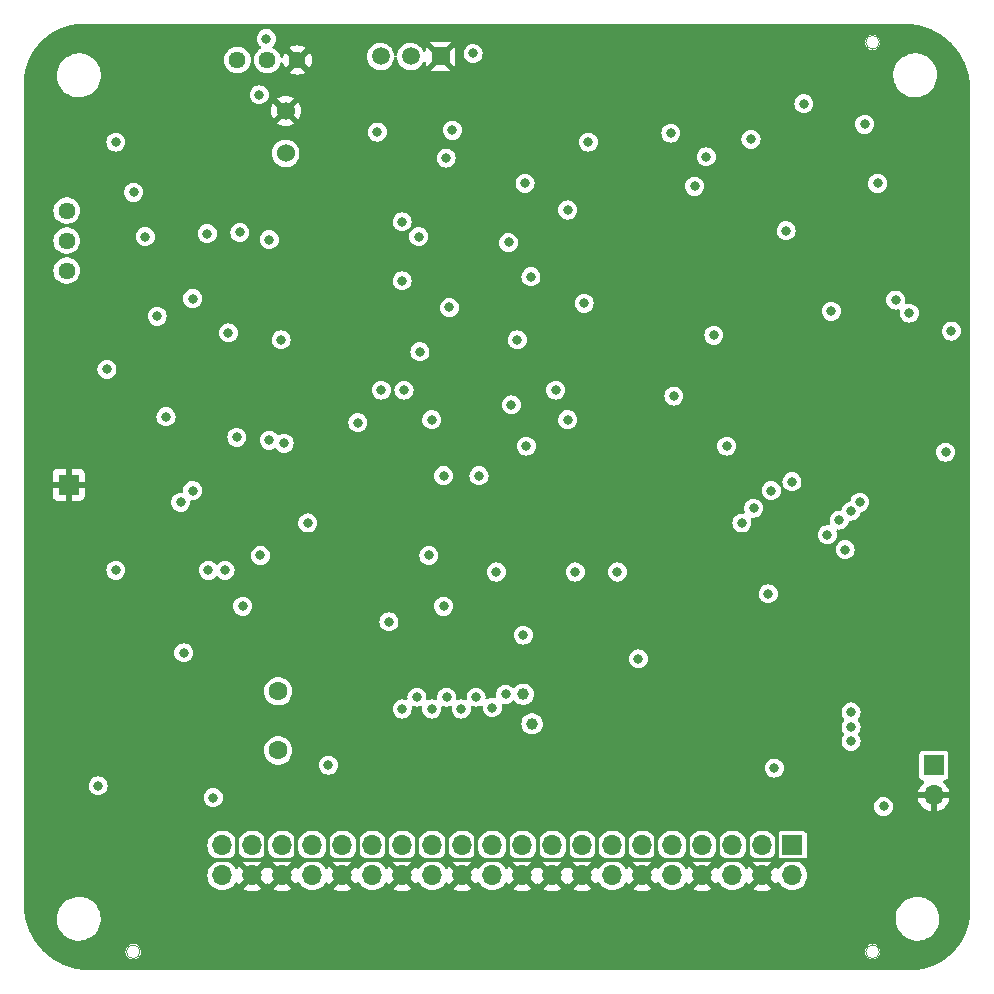
<source format=gbr>
G04 #@! TF.GenerationSoftware,KiCad,Pcbnew,7.0.11*
G04 #@! TF.CreationDate,2024-07-16T09:01:33-07:00*
G04 #@! TF.ProjectId,z3340,7a333334-302e-46b6-9963-61645f706362,0.7*
G04 #@! TF.SameCoordinates,PX5d9f491PY90fcb2f*
G04 #@! TF.FileFunction,Copper,L2,Inr*
G04 #@! TF.FilePolarity,Positive*
%FSLAX46Y46*%
G04 Gerber Fmt 4.6, Leading zero omitted, Abs format (unit mm)*
G04 Created by KiCad (PCBNEW 7.0.11) date 2024-07-16 09:01:33*
%MOMM*%
%LPD*%
G01*
G04 APERTURE LIST*
G04 #@! TA.AperFunction,ComponentPad*
%ADD10C,1.440000*%
G04 #@! TD*
G04 #@! TA.AperFunction,ComponentPad*
%ADD11C,1.524000*%
G04 #@! TD*
G04 #@! TA.AperFunction,ComponentPad*
%ADD12R,1.700000X1.700000*%
G04 #@! TD*
G04 #@! TA.AperFunction,ComponentPad*
%ADD13O,1.700000X1.700000*%
G04 #@! TD*
G04 #@! TA.AperFunction,ComponentPad*
%ADD14R,1.500000X1.500000*%
G04 #@! TD*
G04 #@! TA.AperFunction,ComponentPad*
%ADD15C,1.500000*%
G04 #@! TD*
G04 #@! TA.AperFunction,ComponentPad*
%ADD16C,1.600000*%
G04 #@! TD*
G04 #@! TA.AperFunction,ViaPad*
%ADD17C,0.800000*%
G04 #@! TD*
G04 #@! TA.AperFunction,ViaPad*
%ADD18C,1.000000*%
G04 #@! TD*
G04 #@! TA.AperFunction,Conductor*
%ADD19C,0.300000*%
G04 #@! TD*
G04 #@! TA.AperFunction,Profile*
%ADD20C,0.150000*%
G04 #@! TD*
G04 #@! TA.AperFunction,Profile*
%ADD21C,0.050000*%
G04 #@! TD*
G04 APERTURE END LIST*
D10*
X4029999Y65879999D03*
X4029999Y63339999D03*
X4029999Y60799999D03*
X18479999Y78629999D03*
X21019999Y78629999D03*
X23559999Y78629999D03*
D11*
X22562499Y70729999D03*
X22562499Y74329999D03*
D12*
X65454999Y12129999D03*
D13*
X65454999Y9589999D03*
X62914999Y12129999D03*
X62914999Y9589999D03*
X60374999Y12129999D03*
X60374999Y9589999D03*
X57834999Y12129999D03*
X57834999Y9589999D03*
X55294999Y12129999D03*
X55294999Y9589999D03*
X52754999Y12129999D03*
X52754999Y9589999D03*
X50214999Y12129999D03*
X50214999Y9589999D03*
X47674999Y12129999D03*
X47674999Y9589999D03*
X45134999Y12129999D03*
X45134999Y9589999D03*
X42594999Y12129999D03*
X42594999Y9589999D03*
X40054999Y12129999D03*
X40054999Y9589999D03*
X37514999Y12129999D03*
X37514999Y9589999D03*
X34974999Y12129999D03*
X34974999Y9589999D03*
X32434999Y12129999D03*
X32434999Y9589999D03*
X29894999Y12129999D03*
X29894999Y9589999D03*
X27354999Y12129999D03*
X27354999Y9589999D03*
X24814999Y12129999D03*
X24814999Y9589999D03*
X22274999Y12129999D03*
X22274999Y9589999D03*
X19734999Y12129999D03*
X19734999Y9589999D03*
X17194999Y12129999D03*
X17194999Y9589999D03*
D14*
X35679999Y78929999D03*
D15*
X33139999Y78929999D03*
X30599999Y78929999D03*
D12*
X77429999Y18904999D03*
D13*
X77429999Y16364999D03*
D16*
X21929999Y20179999D03*
X21929999Y25179999D03*
D12*
X4179999Y42679999D03*
D17*
X64929999Y48679999D03*
X19329999Y55529999D03*
X34929999Y19679999D03*
X47929999Y62179999D03*
X50329999Y49429999D03*
X47079999Y56529999D03*
X15679999Y21929999D03*
X15629999Y23979999D03*
X32854999Y31104999D03*
X27329999Y72529999D03*
X19679999Y74304337D03*
X37704999Y70429999D03*
X50329999Y26529999D03*
X56179999Y36929999D03*
X31929999Y37179999D03*
X58679999Y52929999D03*
X59429999Y72179999D03*
X33579999Y46279999D03*
X13794999Y75929999D03*
X9929999Y31929999D03*
X57429999Y65429999D03*
X27679999Y30679999D03*
X63429999Y31929999D03*
X53679999Y72429999D03*
X9679999Y65929999D03*
X47079999Y54279999D03*
X71829999Y66029999D03*
X4679999Y25179999D03*
X43929999Y15679999D03*
X57679999Y43679999D03*
X61679999Y74679999D03*
X61429999Y48679999D03*
X67429999Y46179999D03*
X43679999Y49429999D03*
X26179999Y17429999D03*
X40079999Y46029999D03*
X24429999Y36929999D03*
X74929999Y61679999D03*
X50179999Y15679999D03*
X69429999Y50679999D03*
X59179999Y74429999D03*
X18929999Y35429999D03*
X18679999Y68179999D03*
X77579999Y65279999D03*
X55929999Y47179999D03*
X14929999Y14429999D03*
X73679999Y49679999D03*
X26429999Y21929999D03*
X27179999Y47929999D03*
X41429999Y79179999D03*
X68229999Y58429999D03*
X76179999Y22429999D03*
X9679999Y20679999D03*
X70929999Y56929999D03*
X61679999Y63179999D03*
X71229999Y60529999D03*
X51679999Y43679999D03*
X37929999Y57679999D03*
X18429999Y48179999D03*
X59679999Y67929999D03*
X68679999Y55429999D03*
X14329999Y24079999D03*
X7429999Y54679999D03*
X67929999Y60179999D03*
X76179999Y52929999D03*
X38854999Y35279999D03*
X66679999Y64179999D03*
X14329999Y21929999D03*
X63929999Y17179999D03*
X56679999Y14429999D03*
X68429999Y73929999D03*
X15794999Y75929999D03*
X14679999Y56929999D03*
X34679999Y35179999D03*
X52204999Y35279999D03*
X56579999Y57279999D03*
X73679999Y43929999D03*
X6579999Y46529999D03*
X73679999Y47679999D03*
X73679999Y24679999D03*
X14929999Y30679999D03*
X40404999Y35279999D03*
D18*
X43429999Y22429999D03*
D17*
X58179999Y70429999D03*
X34679999Y36679999D03*
X55179999Y72429999D03*
X38429999Y79179999D03*
X31304999Y31054999D03*
D18*
X42679999Y24929999D03*
D17*
X13929999Y28429999D03*
X36429999Y57679999D03*
X17429999Y35429999D03*
X14679999Y58429999D03*
X11679999Y56929999D03*
X30329999Y72529999D03*
X66429999Y74929999D03*
X18429999Y46679999D03*
X26179999Y18929999D03*
X50654999Y35279999D03*
X47829999Y58029999D03*
X7429999Y52429999D03*
X36154999Y70329999D03*
X43329999Y60279999D03*
X9679999Y67429999D03*
X28679999Y47929999D03*
X46429999Y65929999D03*
X36679999Y72679999D03*
X16429999Y16179999D03*
X78429999Y45429999D03*
X52429999Y27929999D03*
X72679999Y68179999D03*
X63929999Y18679999D03*
X42679999Y29929999D03*
X73179999Y15429999D03*
X64929999Y64179999D03*
X63429999Y33429999D03*
X6679999Y17179999D03*
X22179999Y54929999D03*
X42179999Y54929999D03*
X20429999Y36679999D03*
X10679999Y63679999D03*
X21179999Y46429999D03*
X15929999Y63929999D03*
X58817499Y55317499D03*
X8179999Y71679999D03*
X70429999Y20929999D03*
X69929999Y37179999D03*
X70429999Y23429999D03*
X70429999Y22179999D03*
X57179999Y67929999D03*
X61960330Y71899668D03*
X20329999Y75679999D03*
X71579999Y73179999D03*
X14679999Y42179999D03*
X63679999Y42179999D03*
X13679999Y41179999D03*
X62179999Y40679999D03*
X24429999Y39429999D03*
X61179999Y39429999D03*
X65429999Y42929999D03*
X22429999Y46179999D03*
X32429999Y59929999D03*
X69429999Y39679999D03*
X16024999Y35429999D03*
X41679999Y49429999D03*
X8179999Y35429999D03*
X17719999Y55529999D03*
X47079999Y35279999D03*
X12429999Y48429999D03*
X18929999Y32379999D03*
X35929999Y43429999D03*
X35929999Y32379999D03*
X38929999Y43429999D03*
X42829999Y68179999D03*
X78929999Y55679999D03*
X70429999Y40429999D03*
X41429999Y63179999D03*
X34929999Y48179999D03*
X46429999Y48179999D03*
X59904999Y45929999D03*
X42929999Y45929999D03*
X33679999Y24679999D03*
X36179999Y24679999D03*
X38679999Y24679999D03*
X40054999Y23804999D03*
X41179999Y24929999D03*
X74204999Y58304999D03*
X75366714Y57192692D03*
X37429999Y23679999D03*
X34929999Y23679999D03*
X32429999Y23679999D03*
X68429999Y38429999D03*
X55429999Y50179999D03*
X32579999Y50679999D03*
X45429999Y50679999D03*
X68754999Y57354999D03*
X30654999Y50679999D03*
X33929999Y53929999D03*
X48179999Y71679999D03*
X33829999Y63679999D03*
X71179999Y41179999D03*
X32429999Y64929999D03*
X18679999Y64029999D03*
X20929999Y80429999D03*
X21179999Y63429999D03*
D19*
X61679999Y10929999D02*
X61679999Y13679999D01*
X36179999Y10929999D02*
X36179999Y13429999D01*
X18429999Y10929999D02*
X18429999Y13429999D01*
X51429999Y10929999D02*
X51429999Y13679999D01*
X61679999Y10929999D02*
X64179999Y10929999D01*
X48929999Y10929999D02*
X51429999Y10929999D01*
X31179999Y10929999D02*
X31179999Y13429999D01*
X23429999Y10929999D02*
X26179999Y10929999D01*
X36179999Y10929999D02*
X38679999Y10929999D01*
X48929999Y10929999D02*
X48929999Y13679999D01*
X38679999Y10929999D02*
X41429999Y10929999D01*
X23429999Y10929999D02*
X23474999Y10974999D01*
X59179999Y10929999D02*
X61679999Y10929999D01*
X53954999Y10954999D02*
X53954999Y13654999D01*
X20929999Y10929999D02*
X23429999Y10929999D01*
X18429999Y10929999D02*
X20929999Y10929999D01*
X53929999Y10929999D02*
X56679999Y10929999D01*
X59179999Y10929999D02*
X59174999Y10934999D01*
X33679999Y10929999D02*
X36179999Y10929999D01*
X38679999Y10929999D02*
X38714999Y10964999D01*
X26179999Y10929999D02*
X26154999Y10954999D01*
X46429999Y10929999D02*
X46429999Y13429999D01*
X41394999Y10964999D02*
X41394999Y13394999D01*
X38714999Y10964999D02*
X38714999Y13394999D01*
X64179999Y10929999D02*
X64179999Y13679999D01*
X26154999Y10954999D02*
X26154999Y13404999D01*
X41429999Y10929999D02*
X41394999Y10964999D01*
X31179999Y10929999D02*
X33679999Y10929999D01*
X22449999Y9589999D02*
X22274999Y9589999D01*
X20934999Y10934999D02*
X20934999Y13424999D01*
X28679999Y10929999D02*
X28679999Y13429999D01*
X20929999Y10929999D02*
X20934999Y10934999D01*
X23474999Y10974999D02*
X23474999Y13384999D01*
X28679999Y10929999D02*
X31179999Y10929999D01*
X15179999Y10929999D02*
X18429999Y10929999D01*
X56679999Y10929999D02*
X56634999Y10974999D01*
X46429999Y10929999D02*
X48929999Y10929999D01*
X33679999Y10929999D02*
X33679999Y13429999D01*
X26179999Y10929999D02*
X28679999Y10929999D01*
X41429999Y10929999D02*
X43929999Y10929999D01*
X59174999Y10934999D02*
X59174999Y13674999D01*
X53929999Y10929999D02*
X53954999Y10954999D01*
X43929999Y10929999D02*
X46429999Y10929999D01*
X32619998Y9460000D02*
X32480000Y9460000D01*
X64179999Y10929999D02*
X67429999Y10929999D01*
X56634999Y10974999D02*
X56634999Y13634999D01*
X51429999Y10929999D02*
X53929999Y10929999D01*
X37420002Y9460000D02*
X37560000Y9460000D01*
X56679999Y10929999D02*
X59179999Y10929999D01*
X43929999Y10929999D02*
X43929999Y13429999D01*
G04 #@! TA.AperFunction,Conductor*
G36*
X18533958Y11701899D02*
G01*
X18579193Y11649697D01*
X18647897Y11502360D01*
X18773401Y11323122D01*
X18928122Y11168401D01*
X18928125Y11168399D01*
X19107358Y11042898D01*
X19107359Y11042898D01*
X19107360Y11042897D01*
X19127021Y11033729D01*
X19180306Y10986814D01*
X19199768Y10918537D01*
X19179227Y10850576D01*
X19133742Y10808721D01*
X18989704Y10730772D01*
X18989692Y10730764D01*
X18969310Y10714900D01*
X18969309Y10714899D01*
X19607411Y10076797D01*
X19592684Y10074679D01*
X19461899Y10014951D01*
X19353238Y9920797D01*
X19275506Y9799843D01*
X19250638Y9715150D01*
X18611920Y10353868D01*
X18611919Y10353867D01*
X18536585Y10238560D01*
X18536578Y10238546D01*
X18520381Y10201620D01*
X18474700Y10147271D01*
X18406887Y10126248D01*
X18338473Y10145225D01*
X18291180Y10198176D01*
X18290799Y10198984D01*
X18282099Y10217641D01*
X18156603Y10396868D01*
X18156600Y10396872D01*
X18156597Y10396876D01*
X18001876Y10551597D01*
X17822638Y10677101D01*
X17675301Y10745805D01*
X17622018Y10792721D01*
X17602557Y10860998D01*
X17623099Y10928958D01*
X17675301Y10974194D01*
X17822638Y11042897D01*
X18001876Y11168401D01*
X18156597Y11323122D01*
X18282101Y11502360D01*
X18350804Y11649697D01*
X18397721Y11702980D01*
X18465998Y11722441D01*
X18533958Y11701899D01*
G37*
G04 #@! TD.AperFunction*
G04 #@! TA.AperFunction,Conductor*
G36*
X21073958Y11701899D02*
G01*
X21119193Y11649697D01*
X21187897Y11502360D01*
X21313401Y11323122D01*
X21468122Y11168401D01*
X21468125Y11168399D01*
X21647358Y11042898D01*
X21647359Y11042898D01*
X21647360Y11042897D01*
X21667021Y11033729D01*
X21720306Y10986814D01*
X21739768Y10918537D01*
X21719227Y10850576D01*
X21673742Y10808721D01*
X21529704Y10730772D01*
X21529692Y10730764D01*
X21509310Y10714900D01*
X21509309Y10714899D01*
X22147411Y10076797D01*
X22132684Y10074679D01*
X22001899Y10014951D01*
X21893238Y9920797D01*
X21815506Y9799843D01*
X21790638Y9715150D01*
X21151920Y10353868D01*
X21151919Y10353867D01*
X21110481Y10290441D01*
X21056478Y10244352D01*
X20986130Y10234777D01*
X20921772Y10264754D01*
X20899515Y10290441D01*
X20858077Y10353867D01*
X20219359Y9715151D01*
X20194492Y9799843D01*
X20116760Y9920797D01*
X20008099Y10014951D01*
X19877314Y10074679D01*
X19862585Y10076797D01*
X20500687Y10714899D01*
X20500686Y10714900D01*
X20480307Y10730762D01*
X20480302Y10730765D01*
X20336255Y10808720D01*
X20285865Y10858734D01*
X20270513Y10928051D01*
X20295074Y10994664D01*
X20342975Y11033729D01*
X20362638Y11042897D01*
X20541876Y11168401D01*
X20696597Y11323122D01*
X20822101Y11502360D01*
X20890804Y11649697D01*
X20937721Y11702980D01*
X21005998Y11722441D01*
X21073958Y11701899D01*
G37*
G04 #@! TD.AperFunction*
G04 #@! TA.AperFunction,Conductor*
G36*
X26153958Y11701899D02*
G01*
X26199193Y11649697D01*
X26267897Y11502360D01*
X26393401Y11323122D01*
X26548122Y11168401D01*
X26548125Y11168399D01*
X26727358Y11042898D01*
X26727359Y11042898D01*
X26727360Y11042897D01*
X26747021Y11033729D01*
X26800306Y10986814D01*
X26819768Y10918537D01*
X26799227Y10850576D01*
X26753742Y10808721D01*
X26609704Y10730772D01*
X26609692Y10730764D01*
X26589310Y10714900D01*
X26589309Y10714899D01*
X27227411Y10076797D01*
X27212684Y10074679D01*
X27081899Y10014951D01*
X26973238Y9920797D01*
X26895506Y9799843D01*
X26870638Y9715150D01*
X26231920Y10353868D01*
X26231919Y10353867D01*
X26156585Y10238560D01*
X26156578Y10238546D01*
X26140381Y10201620D01*
X26094700Y10147271D01*
X26026887Y10126248D01*
X25958473Y10145225D01*
X25911180Y10198176D01*
X25910799Y10198984D01*
X25902099Y10217641D01*
X25776603Y10396868D01*
X25776600Y10396872D01*
X25776597Y10396876D01*
X25621876Y10551597D01*
X25442638Y10677101D01*
X25295301Y10745805D01*
X25242018Y10792721D01*
X25222557Y10860998D01*
X25243099Y10928958D01*
X25295301Y10974194D01*
X25442638Y11042897D01*
X25621876Y11168401D01*
X25776597Y11323122D01*
X25902101Y11502360D01*
X25970804Y11649697D01*
X26017721Y11702980D01*
X26085998Y11722441D01*
X26153958Y11701899D01*
G37*
G04 #@! TD.AperFunction*
G04 #@! TA.AperFunction,Conductor*
G36*
X31233958Y11701899D02*
G01*
X31279193Y11649697D01*
X31347897Y11502360D01*
X31473401Y11323122D01*
X31628122Y11168401D01*
X31628125Y11168399D01*
X31807358Y11042898D01*
X31807359Y11042898D01*
X31807360Y11042897D01*
X31827021Y11033729D01*
X31880306Y10986814D01*
X31899768Y10918537D01*
X31879227Y10850576D01*
X31833742Y10808721D01*
X31689704Y10730772D01*
X31689692Y10730764D01*
X31669310Y10714900D01*
X31669309Y10714899D01*
X32307411Y10076797D01*
X32292684Y10074679D01*
X32161899Y10014951D01*
X32053238Y9920797D01*
X31975506Y9799843D01*
X31950638Y9715150D01*
X31311920Y10353868D01*
X31311919Y10353867D01*
X31236585Y10238560D01*
X31236578Y10238546D01*
X31220381Y10201620D01*
X31174700Y10147271D01*
X31106887Y10126248D01*
X31038473Y10145225D01*
X30991180Y10198176D01*
X30990799Y10198984D01*
X30982099Y10217641D01*
X30856603Y10396868D01*
X30856600Y10396872D01*
X30856597Y10396876D01*
X30701876Y10551597D01*
X30522638Y10677101D01*
X30375301Y10745805D01*
X30322018Y10792721D01*
X30302557Y10860998D01*
X30323099Y10928958D01*
X30375301Y10974194D01*
X30522638Y11042897D01*
X30701876Y11168401D01*
X30856597Y11323122D01*
X30982101Y11502360D01*
X31050804Y11649697D01*
X31097721Y11702980D01*
X31165998Y11722441D01*
X31233958Y11701899D01*
G37*
G04 #@! TD.AperFunction*
G04 #@! TA.AperFunction,Conductor*
G36*
X36313958Y11701899D02*
G01*
X36359193Y11649697D01*
X36427897Y11502360D01*
X36553401Y11323122D01*
X36708122Y11168401D01*
X36708125Y11168399D01*
X36887358Y11042898D01*
X36887359Y11042898D01*
X36887360Y11042897D01*
X36907021Y11033729D01*
X36960306Y10986814D01*
X36979768Y10918537D01*
X36959227Y10850576D01*
X36913742Y10808721D01*
X36769704Y10730772D01*
X36769692Y10730764D01*
X36749310Y10714900D01*
X36749309Y10714899D01*
X37387411Y10076797D01*
X37372684Y10074679D01*
X37241899Y10014951D01*
X37133238Y9920797D01*
X37055506Y9799843D01*
X37030638Y9715150D01*
X36391920Y10353868D01*
X36391919Y10353867D01*
X36316585Y10238560D01*
X36316578Y10238546D01*
X36300381Y10201620D01*
X36254700Y10147271D01*
X36186887Y10126248D01*
X36118473Y10145225D01*
X36071180Y10198176D01*
X36070799Y10198984D01*
X36062099Y10217641D01*
X35936603Y10396868D01*
X35936600Y10396872D01*
X35936597Y10396876D01*
X35781876Y10551597D01*
X35602638Y10677101D01*
X35455301Y10745805D01*
X35402018Y10792721D01*
X35382557Y10860998D01*
X35403099Y10928958D01*
X35455301Y10974194D01*
X35602638Y11042897D01*
X35781876Y11168401D01*
X35936597Y11323122D01*
X36062101Y11502360D01*
X36130804Y11649697D01*
X36177721Y11702980D01*
X36245998Y11722441D01*
X36313958Y11701899D01*
G37*
G04 #@! TD.AperFunction*
G04 #@! TA.AperFunction,Conductor*
G36*
X41393958Y11701899D02*
G01*
X41439193Y11649697D01*
X41507897Y11502360D01*
X41633401Y11323122D01*
X41788122Y11168401D01*
X41788125Y11168399D01*
X41967358Y11042898D01*
X41967359Y11042898D01*
X41967360Y11042897D01*
X41987021Y11033729D01*
X42040306Y10986814D01*
X42059768Y10918537D01*
X42039227Y10850576D01*
X41993742Y10808721D01*
X41849704Y10730772D01*
X41849692Y10730764D01*
X41829310Y10714900D01*
X41829309Y10714899D01*
X42467411Y10076797D01*
X42452684Y10074679D01*
X42321899Y10014951D01*
X42213238Y9920797D01*
X42135506Y9799843D01*
X42110638Y9715150D01*
X41471920Y10353868D01*
X41471919Y10353867D01*
X41396585Y10238560D01*
X41396578Y10238546D01*
X41380381Y10201620D01*
X41334700Y10147271D01*
X41266887Y10126248D01*
X41198473Y10145225D01*
X41151180Y10198176D01*
X41150799Y10198984D01*
X41142099Y10217641D01*
X41016603Y10396868D01*
X41016600Y10396872D01*
X41016597Y10396876D01*
X40861876Y10551597D01*
X40682638Y10677101D01*
X40535301Y10745805D01*
X40482018Y10792721D01*
X40462557Y10860998D01*
X40483099Y10928958D01*
X40535301Y10974194D01*
X40682638Y11042897D01*
X40861876Y11168401D01*
X41016597Y11323122D01*
X41142101Y11502360D01*
X41210804Y11649697D01*
X41257721Y11702980D01*
X41325998Y11722441D01*
X41393958Y11701899D01*
G37*
G04 #@! TD.AperFunction*
G04 #@! TA.AperFunction,Conductor*
G36*
X43933958Y11701899D02*
G01*
X43979193Y11649697D01*
X44047897Y11502360D01*
X44173401Y11323122D01*
X44328122Y11168401D01*
X44328125Y11168399D01*
X44507358Y11042898D01*
X44507359Y11042898D01*
X44507360Y11042897D01*
X44527021Y11033729D01*
X44580306Y10986814D01*
X44599768Y10918537D01*
X44579227Y10850576D01*
X44533742Y10808721D01*
X44389704Y10730772D01*
X44389692Y10730764D01*
X44369310Y10714900D01*
X44369309Y10714899D01*
X45007411Y10076797D01*
X44992684Y10074679D01*
X44861899Y10014951D01*
X44753238Y9920797D01*
X44675506Y9799843D01*
X44650638Y9715150D01*
X44011920Y10353868D01*
X44011919Y10353867D01*
X43970481Y10290441D01*
X43916478Y10244352D01*
X43846130Y10234777D01*
X43781772Y10264754D01*
X43759515Y10290441D01*
X43718077Y10353867D01*
X43079359Y9715151D01*
X43054492Y9799843D01*
X42976760Y9920797D01*
X42868099Y10014951D01*
X42737314Y10074679D01*
X42722585Y10076797D01*
X43360687Y10714899D01*
X43360686Y10714900D01*
X43340307Y10730762D01*
X43340302Y10730765D01*
X43196255Y10808720D01*
X43145865Y10858734D01*
X43130513Y10928051D01*
X43155074Y10994664D01*
X43202975Y11033729D01*
X43222638Y11042897D01*
X43401876Y11168401D01*
X43556597Y11323122D01*
X43682101Y11502360D01*
X43750804Y11649697D01*
X43797721Y11702980D01*
X43865998Y11722441D01*
X43933958Y11701899D01*
G37*
G04 #@! TD.AperFunction*
G04 #@! TA.AperFunction,Conductor*
G36*
X46473958Y11701899D02*
G01*
X46519193Y11649697D01*
X46587897Y11502360D01*
X46713401Y11323122D01*
X46868122Y11168401D01*
X46868125Y11168399D01*
X47047358Y11042898D01*
X47047359Y11042898D01*
X47047360Y11042897D01*
X47067021Y11033729D01*
X47120306Y10986814D01*
X47139768Y10918537D01*
X47119227Y10850576D01*
X47073742Y10808721D01*
X46929704Y10730772D01*
X46929692Y10730764D01*
X46909310Y10714900D01*
X46909309Y10714899D01*
X47547411Y10076797D01*
X47532684Y10074679D01*
X47401899Y10014951D01*
X47293238Y9920797D01*
X47215506Y9799843D01*
X47190638Y9715150D01*
X46551920Y10353868D01*
X46551919Y10353867D01*
X46510481Y10290441D01*
X46456478Y10244352D01*
X46386130Y10234777D01*
X46321772Y10264754D01*
X46299515Y10290441D01*
X46258077Y10353867D01*
X45619359Y9715151D01*
X45594492Y9799843D01*
X45516760Y9920797D01*
X45408099Y10014951D01*
X45277314Y10074679D01*
X45262585Y10076797D01*
X45900687Y10714899D01*
X45900686Y10714900D01*
X45880307Y10730762D01*
X45880302Y10730765D01*
X45736255Y10808720D01*
X45685865Y10858734D01*
X45670513Y10928051D01*
X45695074Y10994664D01*
X45742975Y11033729D01*
X45762638Y11042897D01*
X45941876Y11168401D01*
X46096597Y11323122D01*
X46222101Y11502360D01*
X46290804Y11649697D01*
X46337721Y11702980D01*
X46405998Y11722441D01*
X46473958Y11701899D01*
G37*
G04 #@! TD.AperFunction*
G04 #@! TA.AperFunction,Conductor*
G36*
X51553958Y11701899D02*
G01*
X51599193Y11649697D01*
X51667897Y11502360D01*
X51793401Y11323122D01*
X51948122Y11168401D01*
X51948125Y11168399D01*
X52127358Y11042898D01*
X52127359Y11042898D01*
X52127360Y11042897D01*
X52147021Y11033729D01*
X52200306Y10986814D01*
X52219768Y10918537D01*
X52199227Y10850576D01*
X52153742Y10808721D01*
X52009704Y10730772D01*
X52009692Y10730764D01*
X51989310Y10714900D01*
X51989309Y10714899D01*
X52627411Y10076797D01*
X52612684Y10074679D01*
X52481899Y10014951D01*
X52373238Y9920797D01*
X52295506Y9799843D01*
X52270638Y9715150D01*
X51631920Y10353868D01*
X51631919Y10353867D01*
X51556585Y10238560D01*
X51556578Y10238546D01*
X51540381Y10201620D01*
X51494700Y10147271D01*
X51426887Y10126248D01*
X51358473Y10145225D01*
X51311180Y10198176D01*
X51310799Y10198984D01*
X51302099Y10217641D01*
X51176603Y10396868D01*
X51176600Y10396872D01*
X51176597Y10396876D01*
X51021876Y10551597D01*
X50842638Y10677101D01*
X50695301Y10745805D01*
X50642018Y10792721D01*
X50622557Y10860998D01*
X50643099Y10928958D01*
X50695301Y10974194D01*
X50842638Y11042897D01*
X51021876Y11168401D01*
X51176597Y11323122D01*
X51302101Y11502360D01*
X51370804Y11649697D01*
X51417721Y11702980D01*
X51485998Y11722441D01*
X51553958Y11701899D01*
G37*
G04 #@! TD.AperFunction*
G04 #@! TA.AperFunction,Conductor*
G36*
X56633958Y11701899D02*
G01*
X56679193Y11649697D01*
X56747897Y11502360D01*
X56873401Y11323122D01*
X57028122Y11168401D01*
X57028125Y11168399D01*
X57207358Y11042898D01*
X57207359Y11042898D01*
X57207360Y11042897D01*
X57227021Y11033729D01*
X57280306Y10986814D01*
X57299768Y10918537D01*
X57279227Y10850576D01*
X57233742Y10808721D01*
X57089704Y10730772D01*
X57089692Y10730764D01*
X57069310Y10714900D01*
X57069309Y10714899D01*
X57707411Y10076797D01*
X57692684Y10074679D01*
X57561899Y10014951D01*
X57453238Y9920797D01*
X57375506Y9799843D01*
X57350638Y9715150D01*
X56711920Y10353868D01*
X56711919Y10353867D01*
X56636585Y10238560D01*
X56636578Y10238546D01*
X56620381Y10201620D01*
X56574700Y10147271D01*
X56506887Y10126248D01*
X56438473Y10145225D01*
X56391180Y10198176D01*
X56390799Y10198984D01*
X56382099Y10217641D01*
X56256603Y10396868D01*
X56256600Y10396872D01*
X56256597Y10396876D01*
X56101876Y10551597D01*
X55922638Y10677101D01*
X55775301Y10745805D01*
X55722018Y10792721D01*
X55702557Y10860998D01*
X55723099Y10928958D01*
X55775301Y10974194D01*
X55922638Y11042897D01*
X56101876Y11168401D01*
X56256597Y11323122D01*
X56382101Y11502360D01*
X56450804Y11649697D01*
X56497721Y11702980D01*
X56565998Y11722441D01*
X56633958Y11701899D01*
G37*
G04 #@! TD.AperFunction*
G04 #@! TA.AperFunction,Conductor*
G36*
X61713958Y11701899D02*
G01*
X61759193Y11649697D01*
X61827897Y11502360D01*
X61953401Y11323122D01*
X62108122Y11168401D01*
X62108125Y11168399D01*
X62287358Y11042898D01*
X62287359Y11042898D01*
X62287360Y11042897D01*
X62307021Y11033729D01*
X62360306Y10986814D01*
X62379768Y10918537D01*
X62359227Y10850576D01*
X62313742Y10808721D01*
X62169704Y10730772D01*
X62169692Y10730764D01*
X62149310Y10714900D01*
X62149309Y10714899D01*
X62787411Y10076797D01*
X62772684Y10074679D01*
X62641899Y10014951D01*
X62533238Y9920797D01*
X62455506Y9799843D01*
X62430638Y9715150D01*
X61791920Y10353868D01*
X61791919Y10353867D01*
X61716585Y10238560D01*
X61716578Y10238546D01*
X61700381Y10201620D01*
X61654700Y10147271D01*
X61586887Y10126248D01*
X61518473Y10145225D01*
X61471180Y10198176D01*
X61470799Y10198984D01*
X61462099Y10217641D01*
X61336603Y10396868D01*
X61336600Y10396872D01*
X61336597Y10396876D01*
X61181876Y10551597D01*
X61002638Y10677101D01*
X60855301Y10745805D01*
X60802018Y10792721D01*
X60782557Y10860998D01*
X60803099Y10928958D01*
X60855301Y10974194D01*
X61002638Y11042897D01*
X61181876Y11168401D01*
X61336597Y11323122D01*
X61462101Y11502360D01*
X61530804Y11649697D01*
X61577721Y11702980D01*
X61645998Y11722441D01*
X61713958Y11701899D01*
G37*
G04 #@! TD.AperFunction*
G04 #@! TA.AperFunction,Conductor*
G36*
X23613958Y11701899D02*
G01*
X23659193Y11649697D01*
X23727897Y11502360D01*
X23853401Y11323122D01*
X24008122Y11168401D01*
X24187360Y11042897D01*
X24326484Y10978023D01*
X24334694Y10974194D01*
X24387979Y10927277D01*
X24407440Y10858999D01*
X24386898Y10791039D01*
X24334694Y10745804D01*
X24187357Y10677100D01*
X24008130Y10551604D01*
X24008119Y10551595D01*
X23853403Y10396879D01*
X23853394Y10396868D01*
X23727898Y10217641D01*
X23727897Y10217639D01*
X23719196Y10198980D01*
X23672277Y10145697D01*
X23603999Y10126238D01*
X23536040Y10146782D01*
X23489976Y10200806D01*
X23489615Y10201622D01*
X23473418Y10238549D01*
X23398076Y10353867D01*
X22759359Y9715151D01*
X22734492Y9799843D01*
X22656760Y9920797D01*
X22548099Y10014951D01*
X22417314Y10074679D01*
X22402585Y10076797D01*
X23040687Y10714899D01*
X23040686Y10714900D01*
X23020307Y10730762D01*
X23020302Y10730765D01*
X22876255Y10808720D01*
X22825865Y10858734D01*
X22810513Y10928051D01*
X22835074Y10994664D01*
X22882975Y11033729D01*
X22902638Y11042897D01*
X23081876Y11168401D01*
X23236597Y11323122D01*
X23362101Y11502360D01*
X23430804Y11649697D01*
X23477721Y11702980D01*
X23545998Y11722441D01*
X23613958Y11701899D01*
G37*
G04 #@! TD.AperFunction*
G04 #@! TA.AperFunction,Conductor*
G36*
X28693958Y11701899D02*
G01*
X28739193Y11649697D01*
X28807897Y11502360D01*
X28933401Y11323122D01*
X29088122Y11168401D01*
X29267360Y11042897D01*
X29406484Y10978023D01*
X29414694Y10974194D01*
X29467979Y10927277D01*
X29487440Y10858999D01*
X29466898Y10791039D01*
X29414694Y10745804D01*
X29267357Y10677100D01*
X29088130Y10551604D01*
X29088119Y10551595D01*
X28933403Y10396879D01*
X28933394Y10396868D01*
X28807898Y10217641D01*
X28807897Y10217639D01*
X28799196Y10198980D01*
X28752277Y10145697D01*
X28683999Y10126238D01*
X28616040Y10146782D01*
X28569976Y10200806D01*
X28569615Y10201622D01*
X28553418Y10238549D01*
X28478076Y10353867D01*
X27839359Y9715151D01*
X27814492Y9799843D01*
X27736760Y9920797D01*
X27628099Y10014951D01*
X27497314Y10074679D01*
X27482585Y10076797D01*
X28120687Y10714899D01*
X28120686Y10714900D01*
X28100307Y10730762D01*
X28100302Y10730765D01*
X27956255Y10808720D01*
X27905865Y10858734D01*
X27890513Y10928051D01*
X27915074Y10994664D01*
X27962975Y11033729D01*
X27982638Y11042897D01*
X28161876Y11168401D01*
X28316597Y11323122D01*
X28442101Y11502360D01*
X28510804Y11649697D01*
X28557721Y11702980D01*
X28625998Y11722441D01*
X28693958Y11701899D01*
G37*
G04 #@! TD.AperFunction*
G04 #@! TA.AperFunction,Conductor*
G36*
X33773958Y11701899D02*
G01*
X33819193Y11649697D01*
X33887897Y11502360D01*
X34013401Y11323122D01*
X34168122Y11168401D01*
X34347360Y11042897D01*
X34486484Y10978023D01*
X34494694Y10974194D01*
X34547979Y10927277D01*
X34567440Y10858999D01*
X34546898Y10791039D01*
X34494694Y10745804D01*
X34347357Y10677100D01*
X34168130Y10551604D01*
X34168119Y10551595D01*
X34013403Y10396879D01*
X34013394Y10396868D01*
X33887898Y10217641D01*
X33887897Y10217639D01*
X33879196Y10198980D01*
X33832277Y10145697D01*
X33763999Y10126238D01*
X33696040Y10146782D01*
X33649976Y10200806D01*
X33649615Y10201622D01*
X33633418Y10238549D01*
X33558076Y10353867D01*
X32919359Y9715151D01*
X32894492Y9799843D01*
X32816760Y9920797D01*
X32708099Y10014951D01*
X32577314Y10074679D01*
X32562585Y10076797D01*
X33200687Y10714899D01*
X33200686Y10714900D01*
X33180307Y10730762D01*
X33180302Y10730765D01*
X33036255Y10808720D01*
X32985865Y10858734D01*
X32970513Y10928051D01*
X32995074Y10994664D01*
X33042975Y11033729D01*
X33062638Y11042897D01*
X33241876Y11168401D01*
X33396597Y11323122D01*
X33522101Y11502360D01*
X33590804Y11649697D01*
X33637721Y11702980D01*
X33705998Y11722441D01*
X33773958Y11701899D01*
G37*
G04 #@! TD.AperFunction*
G04 #@! TA.AperFunction,Conductor*
G36*
X38853958Y11701899D02*
G01*
X38899193Y11649697D01*
X38967897Y11502360D01*
X39093401Y11323122D01*
X39248122Y11168401D01*
X39427360Y11042897D01*
X39566484Y10978023D01*
X39574694Y10974194D01*
X39627979Y10927277D01*
X39647440Y10858999D01*
X39626898Y10791039D01*
X39574694Y10745804D01*
X39427357Y10677100D01*
X39248130Y10551604D01*
X39248119Y10551595D01*
X39093403Y10396879D01*
X39093394Y10396868D01*
X38967898Y10217641D01*
X38967897Y10217639D01*
X38959196Y10198980D01*
X38912277Y10145697D01*
X38843999Y10126238D01*
X38776040Y10146782D01*
X38729976Y10200806D01*
X38729615Y10201622D01*
X38713418Y10238549D01*
X38638076Y10353867D01*
X37999359Y9715151D01*
X37974492Y9799843D01*
X37896760Y9920797D01*
X37788099Y10014951D01*
X37657314Y10074679D01*
X37642585Y10076797D01*
X38280687Y10714899D01*
X38280686Y10714900D01*
X38260307Y10730762D01*
X38260302Y10730765D01*
X38116255Y10808720D01*
X38065865Y10858734D01*
X38050513Y10928051D01*
X38075074Y10994664D01*
X38122975Y11033729D01*
X38142638Y11042897D01*
X38321876Y11168401D01*
X38476597Y11323122D01*
X38602101Y11502360D01*
X38670804Y11649697D01*
X38717721Y11702980D01*
X38785998Y11722441D01*
X38853958Y11701899D01*
G37*
G04 #@! TD.AperFunction*
G04 #@! TA.AperFunction,Conductor*
G36*
X49013958Y11701899D02*
G01*
X49059193Y11649697D01*
X49127897Y11502360D01*
X49253401Y11323122D01*
X49408122Y11168401D01*
X49587360Y11042897D01*
X49726484Y10978023D01*
X49734694Y10974194D01*
X49787979Y10927277D01*
X49807440Y10858999D01*
X49786898Y10791039D01*
X49734694Y10745804D01*
X49587357Y10677100D01*
X49408130Y10551604D01*
X49408119Y10551595D01*
X49253403Y10396879D01*
X49253394Y10396868D01*
X49127898Y10217641D01*
X49127897Y10217639D01*
X49119196Y10198980D01*
X49072277Y10145697D01*
X49003999Y10126238D01*
X48936040Y10146782D01*
X48889976Y10200806D01*
X48889615Y10201622D01*
X48873418Y10238549D01*
X48798076Y10353867D01*
X48159359Y9715151D01*
X48134492Y9799843D01*
X48056760Y9920797D01*
X47948099Y10014951D01*
X47817314Y10074679D01*
X47802585Y10076797D01*
X48440687Y10714899D01*
X48440686Y10714900D01*
X48420307Y10730762D01*
X48420302Y10730765D01*
X48276255Y10808720D01*
X48225865Y10858734D01*
X48210513Y10928051D01*
X48235074Y10994664D01*
X48282975Y11033729D01*
X48302638Y11042897D01*
X48481876Y11168401D01*
X48636597Y11323122D01*
X48762101Y11502360D01*
X48830804Y11649697D01*
X48877721Y11702980D01*
X48945998Y11722441D01*
X49013958Y11701899D01*
G37*
G04 #@! TD.AperFunction*
G04 #@! TA.AperFunction,Conductor*
G36*
X54093958Y11701899D02*
G01*
X54139193Y11649697D01*
X54207897Y11502360D01*
X54333401Y11323122D01*
X54488122Y11168401D01*
X54667360Y11042897D01*
X54806484Y10978023D01*
X54814694Y10974194D01*
X54867979Y10927277D01*
X54887440Y10858999D01*
X54866898Y10791039D01*
X54814694Y10745804D01*
X54667357Y10677100D01*
X54488130Y10551604D01*
X54488119Y10551595D01*
X54333403Y10396879D01*
X54333394Y10396868D01*
X54207898Y10217641D01*
X54207897Y10217639D01*
X54199196Y10198980D01*
X54152277Y10145697D01*
X54083999Y10126238D01*
X54016040Y10146782D01*
X53969976Y10200806D01*
X53969615Y10201622D01*
X53953418Y10238549D01*
X53878076Y10353867D01*
X53239359Y9715151D01*
X53214492Y9799843D01*
X53136760Y9920797D01*
X53028099Y10014951D01*
X52897314Y10074679D01*
X52882585Y10076797D01*
X53520687Y10714899D01*
X53520686Y10714900D01*
X53500307Y10730762D01*
X53500302Y10730765D01*
X53356255Y10808720D01*
X53305865Y10858734D01*
X53290513Y10928051D01*
X53315074Y10994664D01*
X53362975Y11033729D01*
X53382638Y11042897D01*
X53561876Y11168401D01*
X53716597Y11323122D01*
X53842101Y11502360D01*
X53910804Y11649697D01*
X53957721Y11702980D01*
X54025998Y11722441D01*
X54093958Y11701899D01*
G37*
G04 #@! TD.AperFunction*
G04 #@! TA.AperFunction,Conductor*
G36*
X59173958Y11701899D02*
G01*
X59219193Y11649697D01*
X59287897Y11502360D01*
X59413401Y11323122D01*
X59568122Y11168401D01*
X59747360Y11042897D01*
X59886484Y10978023D01*
X59894694Y10974194D01*
X59947979Y10927277D01*
X59967440Y10858999D01*
X59946898Y10791039D01*
X59894694Y10745804D01*
X59747357Y10677100D01*
X59568130Y10551604D01*
X59568119Y10551595D01*
X59413403Y10396879D01*
X59413394Y10396868D01*
X59287898Y10217641D01*
X59287897Y10217639D01*
X59279196Y10198980D01*
X59232277Y10145697D01*
X59163999Y10126238D01*
X59096040Y10146782D01*
X59049976Y10200806D01*
X59049615Y10201622D01*
X59033418Y10238549D01*
X58958076Y10353867D01*
X58319359Y9715151D01*
X58294492Y9799843D01*
X58216760Y9920797D01*
X58108099Y10014951D01*
X57977314Y10074679D01*
X57962585Y10076797D01*
X58600687Y10714899D01*
X58600686Y10714900D01*
X58580307Y10730762D01*
X58580302Y10730765D01*
X58436255Y10808720D01*
X58385865Y10858734D01*
X58370513Y10928051D01*
X58395074Y10994664D01*
X58442975Y11033729D01*
X58462638Y11042897D01*
X58641876Y11168401D01*
X58796597Y11323122D01*
X58922101Y11502360D01*
X58990804Y11649697D01*
X59037721Y11702980D01*
X59105998Y11722441D01*
X59173958Y11701899D01*
G37*
G04 #@! TD.AperFunction*
G04 #@! TA.AperFunction,Conductor*
G36*
X64164722Y11483673D02*
G01*
X64200708Y11422472D01*
X64204499Y11391796D01*
X64204499Y11248483D01*
X64219352Y11154697D01*
X64276948Y11041657D01*
X64366656Y10951949D01*
X64405298Y10932261D01*
X64479695Y10894353D01*
X64573480Y10879499D01*
X64716795Y10879500D01*
X64784913Y10859498D01*
X64831406Y10805843D01*
X64841511Y10735569D01*
X64812018Y10670988D01*
X64789064Y10650287D01*
X64648125Y10551600D01*
X64648119Y10551595D01*
X64493403Y10396879D01*
X64493394Y10396868D01*
X64367898Y10217641D01*
X64367897Y10217639D01*
X64359196Y10198980D01*
X64312277Y10145697D01*
X64243999Y10126238D01*
X64176040Y10146782D01*
X64129976Y10200806D01*
X64129615Y10201622D01*
X64113418Y10238549D01*
X64038076Y10353867D01*
X63399359Y9715151D01*
X63374492Y9799843D01*
X63296760Y9920797D01*
X63188099Y10014951D01*
X63057314Y10074679D01*
X63042585Y10076797D01*
X63680687Y10714899D01*
X63680686Y10714900D01*
X63660307Y10730762D01*
X63660302Y10730765D01*
X63516255Y10808720D01*
X63465865Y10858734D01*
X63450513Y10928051D01*
X63475074Y10994664D01*
X63522975Y11033729D01*
X63542638Y11042897D01*
X63721876Y11168401D01*
X63876597Y11323122D01*
X63975288Y11464068D01*
X64030742Y11508394D01*
X64101362Y11515703D01*
X64164722Y11483673D01*
G37*
G04 #@! TD.AperFunction*
G04 #@! TA.AperFunction,Conductor*
G36*
X74957610Y81554391D02*
G01*
X75397759Y81536187D01*
X75408108Y81535330D01*
X75842673Y81481161D01*
X75852937Y81479448D01*
X76281543Y81389579D01*
X76291611Y81387030D01*
X76711350Y81262068D01*
X76721182Y81258692D01*
X77129137Y81099507D01*
X77138674Y81095324D01*
X77532093Y80902993D01*
X77541251Y80898037D01*
X77917438Y80673879D01*
X77926157Y80668183D01*
X78282559Y80413717D01*
X78290766Y80407330D01*
X78624953Y80124287D01*
X78632601Y80117245D01*
X78942244Y79807602D01*
X78949287Y79799953D01*
X79232326Y79465770D01*
X79238716Y79457560D01*
X79493182Y79101158D01*
X79498878Y79092439D01*
X79723036Y78716252D01*
X79727992Y78707094D01*
X79920323Y78313675D01*
X79924506Y78304138D01*
X80083688Y77896192D01*
X80087070Y77886342D01*
X80212025Y77466626D01*
X80214581Y77456531D01*
X80304446Y77027942D01*
X80306160Y77017670D01*
X80360327Y76583123D01*
X80361187Y76572745D01*
X80379391Y76132611D01*
X80379499Y76127404D01*
X80379499Y6632747D01*
X80379379Y6627251D01*
X80360999Y6206297D01*
X80360041Y6195347D01*
X80305402Y5780321D01*
X80303493Y5769496D01*
X80212891Y5360818D01*
X80210046Y5350200D01*
X80084170Y4950973D01*
X80080411Y4940644D01*
X79920214Y4553892D01*
X79915568Y4543930D01*
X79722283Y4172633D01*
X79716787Y4163113D01*
X79491872Y3810067D01*
X79485568Y3801063D01*
X79230734Y3468957D01*
X79223668Y3460537D01*
X78940862Y3151909D01*
X78933089Y3144136D01*
X78624461Y2861330D01*
X78616041Y2854264D01*
X78283935Y2599430D01*
X78274931Y2593126D01*
X77921885Y2368211D01*
X77912365Y2362715D01*
X77541068Y2169430D01*
X77531106Y2164784D01*
X77144354Y2004587D01*
X77134025Y2000828D01*
X76734798Y1874952D01*
X76724180Y1872107D01*
X76315502Y1781505D01*
X76304677Y1779596D01*
X75889651Y1724957D01*
X75878701Y1723999D01*
X75457747Y1705619D01*
X75452251Y1705499D01*
X5957595Y1705499D01*
X5952388Y1705607D01*
X5512253Y1723811D01*
X5501875Y1724671D01*
X5067328Y1778838D01*
X5057056Y1780552D01*
X4628467Y1870417D01*
X4618372Y1872973D01*
X4198656Y1997928D01*
X4188806Y2001310D01*
X3780860Y2160492D01*
X3771323Y2164675D01*
X3377904Y2357006D01*
X3368746Y2361962D01*
X2992559Y2586120D01*
X2983840Y2591816D01*
X2627438Y2846282D01*
X2619228Y2852672D01*
X2291791Y3129997D01*
X8998714Y3129997D01*
X9017782Y2972945D01*
X9017784Y2972938D01*
X9063393Y2852678D01*
X9073887Y2825008D01*
X9163763Y2694802D01*
X9282187Y2589887D01*
X9282188Y2589887D01*
X9282190Y2589885D01*
X9289364Y2586120D01*
X9422277Y2516362D01*
X9575893Y2478499D01*
X9575894Y2478499D01*
X9734104Y2478499D01*
X9734105Y2478499D01*
X9887721Y2516362D01*
X10027811Y2589887D01*
X10146235Y2694802D01*
X10236111Y2825008D01*
X10292214Y2972940D01*
X10311284Y3129997D01*
X71598714Y3129997D01*
X71617782Y2972945D01*
X71617784Y2972938D01*
X71663393Y2852678D01*
X71673887Y2825008D01*
X71763763Y2694802D01*
X71882187Y2589887D01*
X71882188Y2589887D01*
X71882190Y2589885D01*
X71889364Y2586120D01*
X72022277Y2516362D01*
X72175893Y2478499D01*
X72175894Y2478499D01*
X72334104Y2478499D01*
X72334105Y2478499D01*
X72487721Y2516362D01*
X72627811Y2589887D01*
X72746235Y2694802D01*
X72836111Y2825008D01*
X72892214Y2972940D01*
X72911284Y3129999D01*
X72910592Y3135700D01*
X72892215Y3287054D01*
X72892213Y3287061D01*
X72849157Y3400590D01*
X72836111Y3434990D01*
X72746235Y3565196D01*
X72627811Y3670111D01*
X72627810Y3670112D01*
X72627807Y3670114D01*
X72487725Y3743634D01*
X72487723Y3743635D01*
X72487721Y3743636D01*
X72487719Y3743637D01*
X72487718Y3743637D01*
X72334106Y3781499D01*
X72334105Y3781499D01*
X72175893Y3781499D01*
X72175891Y3781499D01*
X72022279Y3743637D01*
X72022272Y3743634D01*
X71882190Y3670114D01*
X71882185Y3670110D01*
X71786422Y3585270D01*
X71763763Y3565196D01*
X71673887Y3434990D01*
X71673887Y3434989D01*
X71673885Y3434986D01*
X71617784Y3287061D01*
X71617782Y3287054D01*
X71598714Y3130002D01*
X71598714Y3129997D01*
X10311284Y3129997D01*
X10311284Y3129999D01*
X10310592Y3135700D01*
X10292215Y3287054D01*
X10292213Y3287061D01*
X10249157Y3400590D01*
X10236111Y3434990D01*
X10146235Y3565196D01*
X10027811Y3670111D01*
X10027810Y3670112D01*
X10027807Y3670114D01*
X9887725Y3743634D01*
X9887723Y3743635D01*
X9887721Y3743636D01*
X9887719Y3743637D01*
X9887718Y3743637D01*
X9734106Y3781499D01*
X9734105Y3781499D01*
X9575893Y3781499D01*
X9575891Y3781499D01*
X9422279Y3743637D01*
X9422272Y3743634D01*
X9282190Y3670114D01*
X9282185Y3670110D01*
X9186422Y3585270D01*
X9163763Y3565196D01*
X9073887Y3434990D01*
X9073887Y3434989D01*
X9073885Y3434986D01*
X9017784Y3287061D01*
X9017782Y3287054D01*
X8998714Y3130002D01*
X8998714Y3129997D01*
X2291791Y3129997D01*
X2285045Y3135711D01*
X2277396Y3142754D01*
X1967753Y3452397D01*
X1960711Y3460045D01*
X1677668Y3794232D01*
X1671281Y3802439D01*
X1416815Y4158841D01*
X1411119Y4167560D01*
X1186961Y4543747D01*
X1182005Y4552905D01*
X989674Y4946324D01*
X985491Y4955861D01*
X829572Y5355445D01*
X826306Y5363816D01*
X822927Y5373657D01*
X697968Y5793387D01*
X695419Y5803455D01*
X683094Y5862234D01*
X3200787Y5862234D01*
X3230411Y5592985D01*
X3298927Y5330909D01*
X3404868Y5081610D01*
X3404869Y5081609D01*
X3545981Y4850389D01*
X3719254Y4642179D01*
X3719256Y4642177D01*
X3719258Y4642175D01*
X3824235Y4548116D01*
X3920997Y4461417D01*
X4146909Y4311955D01*
X4392175Y4196979D01*
X4651568Y4118939D01*
X4651571Y4118939D01*
X4651573Y4118938D01*
X4919556Y4079499D01*
X4919560Y4079499D01*
X5122630Y4079499D01*
X5325155Y4094322D01*
X5325159Y4094323D01*
X5325160Y4094323D01*
X5435664Y4118939D01*
X5589552Y4153219D01*
X5842557Y4249985D01*
X6078776Y4382558D01*
X6293176Y4548111D01*
X6481185Y4743118D01*
X6638798Y4963420D01*
X6762655Y5204324D01*
X6850117Y5460694D01*
X6899318Y5727066D01*
X6904258Y5862234D01*
X74200787Y5862234D01*
X74230411Y5592985D01*
X74298927Y5330909D01*
X74404868Y5081610D01*
X74404869Y5081609D01*
X74545981Y4850389D01*
X74719254Y4642179D01*
X74719256Y4642177D01*
X74719258Y4642175D01*
X74824235Y4548116D01*
X74920997Y4461417D01*
X75146909Y4311955D01*
X75392175Y4196979D01*
X75651568Y4118939D01*
X75651571Y4118939D01*
X75651573Y4118938D01*
X75919556Y4079499D01*
X75919560Y4079499D01*
X76122630Y4079499D01*
X76325155Y4094322D01*
X76325159Y4094323D01*
X76325160Y4094323D01*
X76435664Y4118939D01*
X76589552Y4153219D01*
X76842557Y4249985D01*
X77078776Y4382558D01*
X77293176Y4548111D01*
X77481185Y4743118D01*
X77638798Y4963420D01*
X77762655Y5204324D01*
X77850117Y5460694D01*
X77899318Y5727066D01*
X77909211Y5997764D01*
X77882871Y6237156D01*
X77879586Y6267014D01*
X77811070Y6529090D01*
X77705129Y6778389D01*
X77564017Y7009609D01*
X77390744Y7217819D01*
X77390740Y7217822D01*
X77390739Y7217824D01*
X77189011Y7398572D01*
X77189001Y7398581D01*
X76963089Y7548043D01*
X76717823Y7663019D01*
X76560391Y7710384D01*
X76458424Y7741061D01*
X76190441Y7780499D01*
X76190438Y7780499D01*
X75987368Y7780499D01*
X75784838Y7765676D01*
X75784837Y7765676D01*
X75520455Y7706782D01*
X75520440Y7706777D01*
X75267440Y7610013D01*
X75031228Y7477444D01*
X75031224Y7477442D01*
X74816817Y7311883D01*
X74628814Y7116882D01*
X74628809Y7116876D01*
X74471202Y6896582D01*
X74471195Y6896572D01*
X74347342Y6655675D01*
X74347341Y6655672D01*
X74259882Y6399310D01*
X74259879Y6399297D01*
X74210680Y6132941D01*
X74210679Y6132930D01*
X74200787Y5862234D01*
X6904258Y5862234D01*
X6909211Y5997764D01*
X6882871Y6237156D01*
X6879586Y6267014D01*
X6811070Y6529090D01*
X6705129Y6778389D01*
X6564017Y7009609D01*
X6390744Y7217819D01*
X6390740Y7217822D01*
X6390739Y7217824D01*
X6189011Y7398572D01*
X6189001Y7398581D01*
X5963089Y7548043D01*
X5717823Y7663019D01*
X5560391Y7710384D01*
X5458424Y7741061D01*
X5190441Y7780499D01*
X5190438Y7780499D01*
X4987368Y7780499D01*
X4784838Y7765676D01*
X4784837Y7765676D01*
X4520455Y7706782D01*
X4520440Y7706777D01*
X4267440Y7610013D01*
X4031228Y7477444D01*
X4031224Y7477442D01*
X3816817Y7311883D01*
X3628814Y7116882D01*
X3628809Y7116876D01*
X3471202Y6896582D01*
X3471195Y6896572D01*
X3347342Y6655675D01*
X3347341Y6655672D01*
X3259882Y6399310D01*
X3259879Y6399297D01*
X3210680Y6132941D01*
X3210679Y6132930D01*
X3200787Y5862234D01*
X683094Y5862234D01*
X605550Y6232061D01*
X603837Y6242329D01*
X581681Y6420075D01*
X549668Y6676890D01*
X548811Y6687239D01*
X530607Y7127388D01*
X530499Y7132595D01*
X530499Y9589999D01*
X15939722Y9589999D01*
X15958792Y9372022D01*
X15989022Y9259201D01*
X16014250Y9165047D01*
X16015424Y9160669D01*
X16107897Y8962360D01*
X16233401Y8783122D01*
X16388122Y8628401D01*
X16567360Y8502897D01*
X16765669Y8410424D01*
X16977022Y8353792D01*
X17194999Y8334722D01*
X17412976Y8353792D01*
X17624329Y8410424D01*
X17822638Y8502897D01*
X18001876Y8628401D01*
X18156597Y8783122D01*
X18282101Y8962360D01*
X18290799Y8981014D01*
X18337714Y9034298D01*
X18405991Y9053760D01*
X18473952Y9033219D01*
X18520018Y8979197D01*
X18520381Y8978378D01*
X18536579Y8941451D01*
X18611920Y8826133D01*
X19250637Y9464850D01*
X19275506Y9380155D01*
X19353238Y9259201D01*
X19461899Y9165047D01*
X19592684Y9105319D01*
X19607410Y9103202D01*
X18969309Y8465101D01*
X18989696Y8449233D01*
X18989700Y8449231D01*
X19187627Y8342117D01*
X19187629Y8342116D01*
X19400482Y8269044D01*
X19400489Y8269042D01*
X19622476Y8231999D01*
X19847522Y8231999D01*
X20069508Y8269042D01*
X20069515Y8269044D01*
X20282368Y8342116D01*
X20282370Y8342118D01*
X20480297Y8449230D01*
X20500686Y8465101D01*
X19862586Y9103202D01*
X19877314Y9105319D01*
X20008099Y9165047D01*
X20116760Y9259201D01*
X20194492Y9380155D01*
X20219360Y9464849D01*
X20858076Y8826133D01*
X20858077Y8826133D01*
X20899515Y8889558D01*
X20953518Y8935647D01*
X21023866Y8945222D01*
X21088224Y8915245D01*
X21110481Y8889559D01*
X21151920Y8826133D01*
X21790637Y9464850D01*
X21815506Y9380155D01*
X21893238Y9259201D01*
X22001899Y9165047D01*
X22132684Y9105319D01*
X22147410Y9103202D01*
X21509309Y8465101D01*
X21529696Y8449233D01*
X21529700Y8449231D01*
X21727627Y8342117D01*
X21727629Y8342116D01*
X21940482Y8269044D01*
X21940489Y8269042D01*
X22162476Y8231999D01*
X22387522Y8231999D01*
X22609508Y8269042D01*
X22609515Y8269044D01*
X22822368Y8342116D01*
X22822370Y8342118D01*
X23020297Y8449230D01*
X23040686Y8465101D01*
X22402586Y9103202D01*
X22417314Y9105319D01*
X22548099Y9165047D01*
X22656760Y9259201D01*
X22734492Y9380155D01*
X22759360Y9464849D01*
X23398076Y8826133D01*
X23473418Y8941450D01*
X23489615Y8978376D01*
X23535295Y9032725D01*
X23603107Y9053750D01*
X23671521Y9034775D01*
X23718816Y8981825D01*
X23719197Y8981016D01*
X23727896Y8962361D01*
X23823284Y8826133D01*
X23853401Y8783122D01*
X24008122Y8628401D01*
X24187360Y8502897D01*
X24385669Y8410424D01*
X24597022Y8353792D01*
X24814999Y8334722D01*
X25032976Y8353792D01*
X25244329Y8410424D01*
X25442638Y8502897D01*
X25621876Y8628401D01*
X25776597Y8783122D01*
X25902101Y8962360D01*
X25910799Y8981014D01*
X25957714Y9034298D01*
X26025991Y9053760D01*
X26093952Y9033219D01*
X26140018Y8979197D01*
X26140381Y8978378D01*
X26156579Y8941451D01*
X26231920Y8826133D01*
X26870637Y9464850D01*
X26895506Y9380155D01*
X26973238Y9259201D01*
X27081899Y9165047D01*
X27212684Y9105319D01*
X27227410Y9103202D01*
X26589309Y8465101D01*
X26609696Y8449233D01*
X26609700Y8449231D01*
X26807627Y8342117D01*
X26807629Y8342116D01*
X27020482Y8269044D01*
X27020489Y8269042D01*
X27242476Y8231999D01*
X27467522Y8231999D01*
X27689508Y8269042D01*
X27689515Y8269044D01*
X27902368Y8342116D01*
X27902370Y8342118D01*
X28100297Y8449230D01*
X28120686Y8465101D01*
X27482586Y9103202D01*
X27497314Y9105319D01*
X27628099Y9165047D01*
X27736760Y9259201D01*
X27814492Y9380155D01*
X27839360Y9464849D01*
X28478076Y8826133D01*
X28553418Y8941450D01*
X28569615Y8978376D01*
X28615295Y9032725D01*
X28683107Y9053750D01*
X28751521Y9034775D01*
X28798816Y8981825D01*
X28799197Y8981016D01*
X28807896Y8962361D01*
X28903284Y8826133D01*
X28933401Y8783122D01*
X29088122Y8628401D01*
X29267360Y8502897D01*
X29465669Y8410424D01*
X29677022Y8353792D01*
X29894999Y8334722D01*
X30112976Y8353792D01*
X30324329Y8410424D01*
X30522638Y8502897D01*
X30701876Y8628401D01*
X30856597Y8783122D01*
X30982101Y8962360D01*
X30990799Y8981014D01*
X31037714Y9034298D01*
X31105991Y9053760D01*
X31173952Y9033219D01*
X31220018Y8979197D01*
X31220381Y8978378D01*
X31236579Y8941451D01*
X31311920Y8826133D01*
X31950637Y9464850D01*
X31975506Y9380155D01*
X32053238Y9259201D01*
X32161899Y9165047D01*
X32292684Y9105319D01*
X32307410Y9103202D01*
X31669309Y8465101D01*
X31689696Y8449233D01*
X31689700Y8449231D01*
X31887627Y8342117D01*
X31887629Y8342116D01*
X32100482Y8269044D01*
X32100489Y8269042D01*
X32322476Y8231999D01*
X32547522Y8231999D01*
X32769508Y8269042D01*
X32769515Y8269044D01*
X32982368Y8342116D01*
X32982370Y8342118D01*
X33180297Y8449230D01*
X33200686Y8465101D01*
X32562586Y9103202D01*
X32577314Y9105319D01*
X32708099Y9165047D01*
X32816760Y9259201D01*
X32894492Y9380155D01*
X32919360Y9464849D01*
X33558076Y8826133D01*
X33633418Y8941450D01*
X33649615Y8978376D01*
X33695295Y9032725D01*
X33763107Y9053750D01*
X33831521Y9034775D01*
X33878816Y8981825D01*
X33879197Y8981016D01*
X33887896Y8962361D01*
X33983284Y8826133D01*
X34013401Y8783122D01*
X34168122Y8628401D01*
X34347360Y8502897D01*
X34545669Y8410424D01*
X34757022Y8353792D01*
X34974999Y8334722D01*
X35192976Y8353792D01*
X35404329Y8410424D01*
X35602638Y8502897D01*
X35781876Y8628401D01*
X35936597Y8783122D01*
X36062101Y8962360D01*
X36070799Y8981014D01*
X36117714Y9034298D01*
X36185991Y9053760D01*
X36253952Y9033219D01*
X36300018Y8979197D01*
X36300381Y8978378D01*
X36316579Y8941451D01*
X36391920Y8826133D01*
X37030637Y9464850D01*
X37055506Y9380155D01*
X37133238Y9259201D01*
X37241899Y9165047D01*
X37372684Y9105319D01*
X37387410Y9103202D01*
X36749309Y8465101D01*
X36769696Y8449233D01*
X36769700Y8449231D01*
X36967627Y8342117D01*
X36967629Y8342116D01*
X37180482Y8269044D01*
X37180489Y8269042D01*
X37402476Y8231999D01*
X37627522Y8231999D01*
X37849508Y8269042D01*
X37849515Y8269044D01*
X38062368Y8342116D01*
X38062370Y8342118D01*
X38260297Y8449230D01*
X38280687Y8465101D01*
X37642586Y9103202D01*
X37657314Y9105319D01*
X37788099Y9165047D01*
X37896760Y9259201D01*
X37974492Y9380155D01*
X37999360Y9464849D01*
X38638076Y8826133D01*
X38713418Y8941450D01*
X38729615Y8978376D01*
X38775295Y9032725D01*
X38843107Y9053750D01*
X38911521Y9034775D01*
X38958816Y8981825D01*
X38959197Y8981016D01*
X38967896Y8962361D01*
X39063284Y8826133D01*
X39093401Y8783122D01*
X39248122Y8628401D01*
X39427360Y8502897D01*
X39625669Y8410424D01*
X39837022Y8353792D01*
X40054999Y8334722D01*
X40272976Y8353792D01*
X40484329Y8410424D01*
X40682638Y8502897D01*
X40861876Y8628401D01*
X41016597Y8783122D01*
X41142101Y8962360D01*
X41150799Y8981014D01*
X41197714Y9034298D01*
X41265991Y9053760D01*
X41333952Y9033219D01*
X41380018Y8979197D01*
X41380381Y8978378D01*
X41396579Y8941451D01*
X41471920Y8826133D01*
X42110637Y9464850D01*
X42135506Y9380155D01*
X42213238Y9259201D01*
X42321899Y9165047D01*
X42452684Y9105319D01*
X42467410Y9103202D01*
X41829309Y8465101D01*
X41849696Y8449233D01*
X41849700Y8449231D01*
X42047627Y8342117D01*
X42047629Y8342116D01*
X42260482Y8269044D01*
X42260489Y8269042D01*
X42482476Y8231999D01*
X42707522Y8231999D01*
X42929508Y8269042D01*
X42929515Y8269044D01*
X43142368Y8342116D01*
X43142370Y8342118D01*
X43340297Y8449230D01*
X43360687Y8465101D01*
X42722586Y9103202D01*
X42737314Y9105319D01*
X42868099Y9165047D01*
X42976760Y9259201D01*
X43054492Y9380155D01*
X43079360Y9464849D01*
X43718076Y8826133D01*
X43718077Y8826133D01*
X43759515Y8889558D01*
X43813518Y8935647D01*
X43883866Y8945222D01*
X43948224Y8915245D01*
X43970481Y8889559D01*
X44011920Y8826133D01*
X44650637Y9464850D01*
X44675506Y9380155D01*
X44753238Y9259201D01*
X44861899Y9165047D01*
X44992684Y9105319D01*
X45007410Y9103202D01*
X44369309Y8465101D01*
X44389696Y8449233D01*
X44389700Y8449231D01*
X44587627Y8342117D01*
X44587629Y8342116D01*
X44800482Y8269044D01*
X44800489Y8269042D01*
X45022476Y8231999D01*
X45247522Y8231999D01*
X45469508Y8269042D01*
X45469515Y8269044D01*
X45682368Y8342116D01*
X45682370Y8342118D01*
X45880297Y8449230D01*
X45900686Y8465101D01*
X45262586Y9103202D01*
X45277314Y9105319D01*
X45408099Y9165047D01*
X45516760Y9259201D01*
X45594492Y9380155D01*
X45619360Y9464849D01*
X46258076Y8826133D01*
X46258077Y8826133D01*
X46299515Y8889558D01*
X46353518Y8935647D01*
X46423866Y8945222D01*
X46488224Y8915245D01*
X46510481Y8889559D01*
X46551920Y8826133D01*
X47190637Y9464850D01*
X47215506Y9380155D01*
X47293238Y9259201D01*
X47401899Y9165047D01*
X47532684Y9105319D01*
X47547410Y9103202D01*
X46909309Y8465101D01*
X46929696Y8449233D01*
X46929700Y8449231D01*
X47127627Y8342117D01*
X47127629Y8342116D01*
X47340482Y8269044D01*
X47340489Y8269042D01*
X47562476Y8231999D01*
X47787522Y8231999D01*
X48009508Y8269042D01*
X48009515Y8269044D01*
X48222368Y8342116D01*
X48222370Y8342118D01*
X48420297Y8449230D01*
X48440686Y8465101D01*
X47802586Y9103202D01*
X47817314Y9105319D01*
X47948099Y9165047D01*
X48056760Y9259201D01*
X48134492Y9380155D01*
X48159360Y9464849D01*
X48798076Y8826133D01*
X48873418Y8941450D01*
X48889615Y8978376D01*
X48935295Y9032725D01*
X49003107Y9053750D01*
X49071521Y9034775D01*
X49118816Y8981825D01*
X49119197Y8981016D01*
X49127896Y8962361D01*
X49223284Y8826133D01*
X49253401Y8783122D01*
X49408122Y8628401D01*
X49587360Y8502897D01*
X49785669Y8410424D01*
X49997022Y8353792D01*
X50214999Y8334722D01*
X50432976Y8353792D01*
X50644329Y8410424D01*
X50842638Y8502897D01*
X51021876Y8628401D01*
X51176597Y8783122D01*
X51302101Y8962360D01*
X51310799Y8981014D01*
X51357714Y9034298D01*
X51425991Y9053760D01*
X51493952Y9033219D01*
X51540018Y8979197D01*
X51540381Y8978378D01*
X51556579Y8941451D01*
X51631920Y8826133D01*
X52270637Y9464850D01*
X52295506Y9380155D01*
X52373238Y9259201D01*
X52481899Y9165047D01*
X52612684Y9105319D01*
X52627410Y9103202D01*
X51989309Y8465101D01*
X52009696Y8449233D01*
X52009700Y8449231D01*
X52207627Y8342117D01*
X52207629Y8342116D01*
X52420482Y8269044D01*
X52420489Y8269042D01*
X52642476Y8231999D01*
X52867522Y8231999D01*
X53089508Y8269042D01*
X53089515Y8269044D01*
X53302368Y8342116D01*
X53302370Y8342118D01*
X53500297Y8449230D01*
X53520686Y8465101D01*
X52882586Y9103202D01*
X52897314Y9105319D01*
X53028099Y9165047D01*
X53136760Y9259201D01*
X53214492Y9380155D01*
X53239360Y9464849D01*
X53878076Y8826133D01*
X53953418Y8941450D01*
X53969615Y8978376D01*
X54015295Y9032725D01*
X54083107Y9053750D01*
X54151521Y9034775D01*
X54198816Y8981825D01*
X54199197Y8981016D01*
X54207896Y8962361D01*
X54303284Y8826133D01*
X54333401Y8783122D01*
X54488122Y8628401D01*
X54667360Y8502897D01*
X54865669Y8410424D01*
X55077022Y8353792D01*
X55294999Y8334722D01*
X55512976Y8353792D01*
X55724329Y8410424D01*
X55922638Y8502897D01*
X56101876Y8628401D01*
X56256597Y8783122D01*
X56382101Y8962360D01*
X56390799Y8981014D01*
X56437714Y9034298D01*
X56505991Y9053760D01*
X56573952Y9033219D01*
X56620018Y8979197D01*
X56620381Y8978378D01*
X56636579Y8941451D01*
X56711920Y8826133D01*
X57350637Y9464850D01*
X57375506Y9380155D01*
X57453238Y9259201D01*
X57561899Y9165047D01*
X57692684Y9105319D01*
X57707410Y9103202D01*
X57069309Y8465101D01*
X57089696Y8449233D01*
X57089700Y8449231D01*
X57287627Y8342117D01*
X57287629Y8342116D01*
X57500482Y8269044D01*
X57500489Y8269042D01*
X57722476Y8231999D01*
X57947522Y8231999D01*
X58169508Y8269042D01*
X58169515Y8269044D01*
X58382368Y8342116D01*
X58382370Y8342118D01*
X58580297Y8449230D01*
X58600686Y8465101D01*
X57962586Y9103202D01*
X57977314Y9105319D01*
X58108099Y9165047D01*
X58216760Y9259201D01*
X58294492Y9380155D01*
X58319360Y9464849D01*
X58958076Y8826133D01*
X59033418Y8941450D01*
X59049615Y8978376D01*
X59095295Y9032725D01*
X59163107Y9053750D01*
X59231521Y9034775D01*
X59278816Y8981825D01*
X59279197Y8981016D01*
X59287896Y8962361D01*
X59383284Y8826133D01*
X59413401Y8783122D01*
X59568122Y8628401D01*
X59747360Y8502897D01*
X59945669Y8410424D01*
X60157022Y8353792D01*
X60374999Y8334722D01*
X60592976Y8353792D01*
X60804329Y8410424D01*
X61002638Y8502897D01*
X61181876Y8628401D01*
X61336597Y8783122D01*
X61462101Y8962360D01*
X61470799Y8981014D01*
X61517714Y9034298D01*
X61585991Y9053760D01*
X61653952Y9033219D01*
X61700018Y8979197D01*
X61700381Y8978378D01*
X61716579Y8941451D01*
X61791920Y8826133D01*
X62430637Y9464850D01*
X62455506Y9380155D01*
X62533238Y9259201D01*
X62641899Y9165047D01*
X62772684Y9105319D01*
X62787410Y9103202D01*
X62149309Y8465101D01*
X62169696Y8449233D01*
X62169700Y8449231D01*
X62367627Y8342117D01*
X62367629Y8342116D01*
X62580482Y8269044D01*
X62580489Y8269042D01*
X62802476Y8231999D01*
X63027522Y8231999D01*
X63249508Y8269042D01*
X63249515Y8269044D01*
X63462368Y8342116D01*
X63462370Y8342118D01*
X63660297Y8449230D01*
X63680686Y8465101D01*
X63042586Y9103202D01*
X63057314Y9105319D01*
X63188099Y9165047D01*
X63296760Y9259201D01*
X63374492Y9380155D01*
X63399360Y9464849D01*
X64038076Y8826133D01*
X64113418Y8941450D01*
X64129615Y8978376D01*
X64175295Y9032725D01*
X64243107Y9053750D01*
X64311521Y9034775D01*
X64358816Y8981825D01*
X64359197Y8981016D01*
X64367896Y8962361D01*
X64463284Y8826133D01*
X64493401Y8783122D01*
X64648122Y8628401D01*
X64827360Y8502897D01*
X65025669Y8410424D01*
X65237022Y8353792D01*
X65454999Y8334722D01*
X65672976Y8353792D01*
X65884329Y8410424D01*
X66082638Y8502897D01*
X66261876Y8628401D01*
X66416597Y8783122D01*
X66542101Y8962360D01*
X66634574Y9160669D01*
X66691206Y9372022D01*
X66710276Y9589999D01*
X66691206Y9807976D01*
X66634574Y10019329D01*
X66542101Y10217637D01*
X66542100Y10217639D01*
X66542099Y10217641D01*
X66416603Y10396868D01*
X66416600Y10396872D01*
X66416597Y10396876D01*
X66261876Y10551597D01*
X66120931Y10650288D01*
X66076604Y10705744D01*
X66069295Y10776363D01*
X66101326Y10839724D01*
X66162527Y10875709D01*
X66193202Y10879500D01*
X66336517Y10879500D01*
X66430303Y10894353D01*
X66543341Y10951949D01*
X66633049Y11041657D01*
X66690645Y11154695D01*
X66705499Y11248480D01*
X66705498Y13011517D01*
X66690645Y13105303D01*
X66661847Y13161822D01*
X66633049Y13218342D01*
X66543341Y13308050D01*
X66467501Y13346692D01*
X66430303Y13365645D01*
X66336518Y13380499D01*
X66336514Y13380499D01*
X64573482Y13380499D01*
X64479696Y13365646D01*
X64366656Y13308050D01*
X64276948Y13218342D01*
X64219354Y13105305D01*
X64219353Y13105303D01*
X64204499Y13011518D01*
X64204499Y13011515D01*
X64204499Y12868205D01*
X64184497Y12800084D01*
X64130841Y12753591D01*
X64060567Y12743487D01*
X63995987Y12772981D01*
X63975286Y12795934D01*
X63876599Y12936873D01*
X63876594Y12936879D01*
X63721878Y13091595D01*
X63721872Y13091600D01*
X63542638Y13217101D01*
X63344332Y13309573D01*
X63344327Y13309575D01*
X63266966Y13330304D01*
X63132976Y13366206D01*
X62914999Y13385276D01*
X62697022Y13366206D01*
X62607695Y13342271D01*
X62485670Y13309575D01*
X62485666Y13309573D01*
X62287357Y13217100D01*
X62108130Y13091604D01*
X62108119Y13091595D01*
X61953403Y12936879D01*
X61953394Y12936868D01*
X61827898Y12757641D01*
X61759194Y12610304D01*
X61712276Y12557019D01*
X61643999Y12537558D01*
X61576039Y12558100D01*
X61530804Y12610304D01*
X61462099Y12757641D01*
X61336603Y12936868D01*
X61336599Y12936873D01*
X61336597Y12936876D01*
X61181876Y13091597D01*
X61162303Y13105302D01*
X61002638Y13217101D01*
X60804332Y13309573D01*
X60804327Y13309575D01*
X60726966Y13330304D01*
X60592976Y13366206D01*
X60374999Y13385276D01*
X60157022Y13366206D01*
X60067695Y13342271D01*
X59945670Y13309575D01*
X59945666Y13309573D01*
X59747357Y13217100D01*
X59568130Y13091604D01*
X59568119Y13091595D01*
X59413403Y12936879D01*
X59413394Y12936868D01*
X59287898Y12757641D01*
X59219194Y12610304D01*
X59172276Y12557019D01*
X59103999Y12537558D01*
X59036039Y12558100D01*
X58990804Y12610304D01*
X58922099Y12757641D01*
X58796603Y12936868D01*
X58796599Y12936873D01*
X58796597Y12936876D01*
X58641876Y13091597D01*
X58622303Y13105302D01*
X58462638Y13217101D01*
X58264332Y13309573D01*
X58264327Y13309575D01*
X58186966Y13330304D01*
X58052976Y13366206D01*
X57834999Y13385276D01*
X57617022Y13366206D01*
X57527695Y13342271D01*
X57405670Y13309575D01*
X57405666Y13309573D01*
X57207357Y13217100D01*
X57028130Y13091604D01*
X57028119Y13091595D01*
X56873403Y12936879D01*
X56873394Y12936868D01*
X56747898Y12757641D01*
X56679194Y12610304D01*
X56632276Y12557019D01*
X56563999Y12537558D01*
X56496039Y12558100D01*
X56450804Y12610304D01*
X56382099Y12757641D01*
X56256603Y12936868D01*
X56256599Y12936873D01*
X56256597Y12936876D01*
X56101876Y13091597D01*
X56082303Y13105302D01*
X55922638Y13217101D01*
X55724332Y13309573D01*
X55724327Y13309575D01*
X55646966Y13330304D01*
X55512976Y13366206D01*
X55294999Y13385276D01*
X55077022Y13366206D01*
X54987695Y13342271D01*
X54865670Y13309575D01*
X54865666Y13309573D01*
X54667357Y13217100D01*
X54488130Y13091604D01*
X54488119Y13091595D01*
X54333403Y12936879D01*
X54333394Y12936868D01*
X54207898Y12757641D01*
X54139194Y12610304D01*
X54092276Y12557019D01*
X54023999Y12537558D01*
X53956039Y12558100D01*
X53910804Y12610304D01*
X53842099Y12757641D01*
X53716603Y12936868D01*
X53716599Y12936873D01*
X53716597Y12936876D01*
X53561876Y13091597D01*
X53542303Y13105302D01*
X53382638Y13217101D01*
X53184332Y13309573D01*
X53184327Y13309575D01*
X53106966Y13330304D01*
X52972976Y13366206D01*
X52754999Y13385276D01*
X52537022Y13366206D01*
X52447695Y13342271D01*
X52325670Y13309575D01*
X52325666Y13309573D01*
X52127357Y13217100D01*
X51948130Y13091604D01*
X51948119Y13091595D01*
X51793403Y12936879D01*
X51793394Y12936868D01*
X51667898Y12757641D01*
X51599194Y12610304D01*
X51552276Y12557019D01*
X51483999Y12537558D01*
X51416039Y12558100D01*
X51370804Y12610304D01*
X51302099Y12757641D01*
X51176603Y12936868D01*
X51176599Y12936873D01*
X51176597Y12936876D01*
X51021876Y13091597D01*
X51002303Y13105302D01*
X50842638Y13217101D01*
X50644332Y13309573D01*
X50644327Y13309575D01*
X50566966Y13330304D01*
X50432976Y13366206D01*
X50214999Y13385276D01*
X49997022Y13366206D01*
X49907695Y13342271D01*
X49785670Y13309575D01*
X49785666Y13309573D01*
X49587357Y13217100D01*
X49408130Y13091604D01*
X49408119Y13091595D01*
X49253403Y12936879D01*
X49253394Y12936868D01*
X49127898Y12757641D01*
X49059194Y12610304D01*
X49012276Y12557019D01*
X48943999Y12537558D01*
X48876039Y12558100D01*
X48830804Y12610304D01*
X48762099Y12757641D01*
X48636603Y12936868D01*
X48636599Y12936873D01*
X48636597Y12936876D01*
X48481876Y13091597D01*
X48462303Y13105302D01*
X48302638Y13217101D01*
X48104332Y13309573D01*
X48104327Y13309575D01*
X48026966Y13330304D01*
X47892976Y13366206D01*
X47674999Y13385276D01*
X47457022Y13366206D01*
X47367695Y13342271D01*
X47245670Y13309575D01*
X47245666Y13309573D01*
X47047357Y13217100D01*
X46868130Y13091604D01*
X46868119Y13091595D01*
X46713403Y12936879D01*
X46713394Y12936868D01*
X46587898Y12757641D01*
X46519194Y12610304D01*
X46472276Y12557019D01*
X46403999Y12537558D01*
X46336039Y12558100D01*
X46290804Y12610304D01*
X46222099Y12757641D01*
X46096603Y12936868D01*
X46096599Y12936873D01*
X46096597Y12936876D01*
X45941876Y13091597D01*
X45922303Y13105302D01*
X45762638Y13217101D01*
X45564332Y13309573D01*
X45564327Y13309575D01*
X45486966Y13330304D01*
X45352976Y13366206D01*
X45134999Y13385276D01*
X44917022Y13366206D01*
X44827695Y13342271D01*
X44705670Y13309575D01*
X44705666Y13309573D01*
X44507357Y13217100D01*
X44328130Y13091604D01*
X44328119Y13091595D01*
X44173403Y12936879D01*
X44173394Y12936868D01*
X44047898Y12757641D01*
X43979194Y12610304D01*
X43932276Y12557019D01*
X43863999Y12537558D01*
X43796039Y12558100D01*
X43750804Y12610304D01*
X43682099Y12757641D01*
X43556603Y12936868D01*
X43556599Y12936873D01*
X43556597Y12936876D01*
X43401876Y13091597D01*
X43382303Y13105302D01*
X43222638Y13217101D01*
X43024332Y13309573D01*
X43024327Y13309575D01*
X42946966Y13330304D01*
X42812976Y13366206D01*
X42594999Y13385276D01*
X42377022Y13366206D01*
X42287695Y13342271D01*
X42165670Y13309575D01*
X42165666Y13309573D01*
X41967357Y13217100D01*
X41788130Y13091604D01*
X41788119Y13091595D01*
X41633403Y12936879D01*
X41633394Y12936868D01*
X41507898Y12757641D01*
X41439194Y12610304D01*
X41392276Y12557019D01*
X41323999Y12537558D01*
X41256039Y12558100D01*
X41210804Y12610304D01*
X41142099Y12757641D01*
X41016603Y12936868D01*
X41016599Y12936873D01*
X41016597Y12936876D01*
X40861876Y13091597D01*
X40842303Y13105302D01*
X40682638Y13217101D01*
X40484332Y13309573D01*
X40484327Y13309575D01*
X40406966Y13330304D01*
X40272976Y13366206D01*
X40054999Y13385276D01*
X39837022Y13366206D01*
X39747695Y13342271D01*
X39625670Y13309575D01*
X39625666Y13309573D01*
X39427357Y13217100D01*
X39248130Y13091604D01*
X39248119Y13091595D01*
X39093403Y12936879D01*
X39093394Y12936868D01*
X38967898Y12757641D01*
X38899194Y12610304D01*
X38852276Y12557019D01*
X38783999Y12537558D01*
X38716039Y12558100D01*
X38670804Y12610304D01*
X38602099Y12757641D01*
X38476603Y12936868D01*
X38476599Y12936873D01*
X38476597Y12936876D01*
X38321876Y13091597D01*
X38302303Y13105302D01*
X38142638Y13217101D01*
X37944332Y13309573D01*
X37944327Y13309575D01*
X37866966Y13330304D01*
X37732976Y13366206D01*
X37514999Y13385276D01*
X37297022Y13366206D01*
X37207695Y13342271D01*
X37085670Y13309575D01*
X37085666Y13309573D01*
X36887357Y13217100D01*
X36708130Y13091604D01*
X36708119Y13091595D01*
X36553403Y12936879D01*
X36553394Y12936868D01*
X36427898Y12757641D01*
X36359194Y12610304D01*
X36312276Y12557019D01*
X36243999Y12537558D01*
X36176039Y12558100D01*
X36130804Y12610304D01*
X36062099Y12757641D01*
X35936603Y12936868D01*
X35936599Y12936873D01*
X35936597Y12936876D01*
X35781876Y13091597D01*
X35762303Y13105302D01*
X35602638Y13217101D01*
X35404332Y13309573D01*
X35404327Y13309575D01*
X35326966Y13330304D01*
X35192976Y13366206D01*
X34974999Y13385276D01*
X34757022Y13366206D01*
X34667695Y13342271D01*
X34545670Y13309575D01*
X34545666Y13309573D01*
X34347357Y13217100D01*
X34168130Y13091604D01*
X34168119Y13091595D01*
X34013403Y12936879D01*
X34013394Y12936868D01*
X33887898Y12757641D01*
X33819194Y12610304D01*
X33772276Y12557019D01*
X33703999Y12537558D01*
X33636039Y12558100D01*
X33590804Y12610304D01*
X33522099Y12757641D01*
X33396603Y12936868D01*
X33396599Y12936873D01*
X33396597Y12936876D01*
X33241876Y13091597D01*
X33222303Y13105302D01*
X33062638Y13217101D01*
X32864332Y13309573D01*
X32864327Y13309575D01*
X32786966Y13330304D01*
X32652976Y13366206D01*
X32434999Y13385276D01*
X32217022Y13366206D01*
X32127695Y13342271D01*
X32005670Y13309575D01*
X32005666Y13309573D01*
X31807357Y13217100D01*
X31628130Y13091604D01*
X31628119Y13091595D01*
X31473403Y12936879D01*
X31473394Y12936868D01*
X31347898Y12757641D01*
X31279194Y12610304D01*
X31232276Y12557019D01*
X31163999Y12537558D01*
X31096039Y12558100D01*
X31050804Y12610304D01*
X30982099Y12757641D01*
X30856603Y12936868D01*
X30856599Y12936873D01*
X30856597Y12936876D01*
X30701876Y13091597D01*
X30682303Y13105302D01*
X30522638Y13217101D01*
X30324332Y13309573D01*
X30324327Y13309575D01*
X30246966Y13330304D01*
X30112976Y13366206D01*
X29894999Y13385276D01*
X29677022Y13366206D01*
X29587695Y13342271D01*
X29465670Y13309575D01*
X29465666Y13309573D01*
X29267357Y13217100D01*
X29088130Y13091604D01*
X29088119Y13091595D01*
X28933403Y12936879D01*
X28933394Y12936868D01*
X28807898Y12757641D01*
X28739194Y12610304D01*
X28692276Y12557019D01*
X28623999Y12537558D01*
X28556039Y12558100D01*
X28510804Y12610304D01*
X28442099Y12757641D01*
X28316603Y12936868D01*
X28316599Y12936873D01*
X28316597Y12936876D01*
X28161876Y13091597D01*
X28142303Y13105302D01*
X27982638Y13217101D01*
X27784332Y13309573D01*
X27784327Y13309575D01*
X27706966Y13330304D01*
X27572976Y13366206D01*
X27354999Y13385276D01*
X27137022Y13366206D01*
X27047695Y13342271D01*
X26925670Y13309575D01*
X26925666Y13309573D01*
X26727357Y13217100D01*
X26548130Y13091604D01*
X26548119Y13091595D01*
X26393403Y12936879D01*
X26393394Y12936868D01*
X26267898Y12757641D01*
X26199194Y12610304D01*
X26152276Y12557019D01*
X26083999Y12537558D01*
X26016039Y12558100D01*
X25970804Y12610304D01*
X25902099Y12757641D01*
X25776603Y12936868D01*
X25776599Y12936873D01*
X25776597Y12936876D01*
X25621876Y13091597D01*
X25602303Y13105302D01*
X25442638Y13217101D01*
X25244332Y13309573D01*
X25244327Y13309575D01*
X25166966Y13330304D01*
X25032976Y13366206D01*
X24814999Y13385276D01*
X24597022Y13366206D01*
X24507695Y13342271D01*
X24385670Y13309575D01*
X24385666Y13309573D01*
X24187357Y13217100D01*
X24008130Y13091604D01*
X24008119Y13091595D01*
X23853403Y12936879D01*
X23853394Y12936868D01*
X23727898Y12757641D01*
X23659194Y12610304D01*
X23612276Y12557019D01*
X23543999Y12537558D01*
X23476039Y12558100D01*
X23430804Y12610304D01*
X23362099Y12757641D01*
X23236603Y12936868D01*
X23236599Y12936873D01*
X23236597Y12936876D01*
X23081876Y13091597D01*
X23062303Y13105302D01*
X22902638Y13217101D01*
X22704332Y13309573D01*
X22704327Y13309575D01*
X22626966Y13330304D01*
X22492976Y13366206D01*
X22274999Y13385276D01*
X22057022Y13366206D01*
X21967695Y13342271D01*
X21845670Y13309575D01*
X21845666Y13309573D01*
X21647357Y13217100D01*
X21468130Y13091604D01*
X21468119Y13091595D01*
X21313403Y12936879D01*
X21313394Y12936868D01*
X21187898Y12757641D01*
X21119194Y12610304D01*
X21072276Y12557019D01*
X21003999Y12537558D01*
X20936039Y12558100D01*
X20890804Y12610304D01*
X20822099Y12757641D01*
X20696603Y12936868D01*
X20696599Y12936873D01*
X20696597Y12936876D01*
X20541876Y13091597D01*
X20522303Y13105302D01*
X20362638Y13217101D01*
X20164332Y13309573D01*
X20164327Y13309575D01*
X20086966Y13330304D01*
X19952976Y13366206D01*
X19734999Y13385276D01*
X19517022Y13366206D01*
X19427695Y13342271D01*
X19305670Y13309575D01*
X19305666Y13309573D01*
X19107357Y13217100D01*
X18928130Y13091604D01*
X18928119Y13091595D01*
X18773403Y12936879D01*
X18773394Y12936868D01*
X18647898Y12757641D01*
X18579194Y12610304D01*
X18532276Y12557019D01*
X18463999Y12537558D01*
X18396039Y12558100D01*
X18350804Y12610304D01*
X18282099Y12757641D01*
X18156603Y12936868D01*
X18156599Y12936873D01*
X18156597Y12936876D01*
X18001876Y13091597D01*
X17982303Y13105302D01*
X17822638Y13217101D01*
X17624332Y13309573D01*
X17624327Y13309575D01*
X17546966Y13330304D01*
X17412976Y13366206D01*
X17194999Y13385276D01*
X16977022Y13366206D01*
X16887695Y13342271D01*
X16765670Y13309575D01*
X16765666Y13309573D01*
X16567357Y13217100D01*
X16388130Y13091604D01*
X16388119Y13091595D01*
X16233403Y12936879D01*
X16233394Y12936868D01*
X16107898Y12757641D01*
X16015425Y12559332D01*
X16015423Y12559328D01*
X16009590Y12537558D01*
X15958792Y12347976D01*
X15939722Y12129999D01*
X15958792Y11912022D01*
X15994694Y11778032D01*
X16015423Y11700671D01*
X16015425Y11700666D01*
X16101675Y11515703D01*
X16107897Y11502360D01*
X16233401Y11323122D01*
X16388122Y11168401D01*
X16567360Y11042897D01*
X16706484Y10978023D01*
X16714694Y10974194D01*
X16767979Y10927277D01*
X16787440Y10858999D01*
X16766898Y10791039D01*
X16714694Y10745804D01*
X16567357Y10677100D01*
X16388130Y10551604D01*
X16388119Y10551595D01*
X16233403Y10396879D01*
X16233394Y10396868D01*
X16107898Y10217641D01*
X16015425Y10019332D01*
X16015423Y10019328D01*
X15989022Y9920797D01*
X15958792Y9807976D01*
X15939722Y9589999D01*
X530499Y9589999D01*
X530499Y16179999D01*
X15624434Y16179999D01*
X15644631Y16000744D01*
X15644632Y16000742D01*
X15704210Y15830477D01*
X15704211Y15830474D01*
X15800181Y15677739D01*
X15800182Y15677737D01*
X15927736Y15550183D01*
X15927738Y15550182D01*
X16080473Y15454212D01*
X16080474Y15454212D01*
X16080477Y15454210D01*
X16250744Y15394631D01*
X16429999Y15374434D01*
X16609254Y15394631D01*
X16710330Y15429999D01*
X72374434Y15429999D01*
X72394631Y15250744D01*
X72454210Y15080477D01*
X72454211Y15080474D01*
X72550181Y14927739D01*
X72550182Y14927737D01*
X72677736Y14800183D01*
X72677738Y14800182D01*
X72830473Y14704212D01*
X72830474Y14704212D01*
X72830477Y14704210D01*
X73000744Y14644631D01*
X73179999Y14624434D01*
X73359254Y14644631D01*
X73529521Y14704210D01*
X73682261Y14800183D01*
X73809815Y14927737D01*
X73905788Y15080477D01*
X73965367Y15250744D01*
X73985564Y15429999D01*
X73965367Y15609254D01*
X73905788Y15779521D01*
X73905786Y15779524D01*
X73905786Y15779525D01*
X73809816Y15932260D01*
X73809815Y15932262D01*
X73682261Y16059816D01*
X73682259Y16059817D01*
X73600804Y16110999D01*
X76093454Y16110999D01*
X76141175Y15922550D01*
X76141178Y15922543D01*
X76231579Y15716451D01*
X76354673Y15528041D01*
X76507096Y15362465D01*
X76684697Y15224232D01*
X76684698Y15224231D01*
X76882627Y15117117D01*
X76882629Y15117116D01*
X77095482Y15044044D01*
X77095491Y15044042D01*
X77175999Y15030608D01*
X77175999Y15931325D01*
X77287684Y15880319D01*
X77394236Y15864999D01*
X77465762Y15864999D01*
X77572314Y15880319D01*
X77683999Y15931325D01*
X77683999Y15030609D01*
X77764506Y15044042D01*
X77764515Y15044044D01*
X77977368Y15117116D01*
X77977370Y15117117D01*
X78175299Y15224231D01*
X78175300Y15224232D01*
X78352901Y15362465D01*
X78505324Y15528041D01*
X78628418Y15716451D01*
X78718819Y15922543D01*
X78718822Y15922550D01*
X78766543Y16110999D01*
X77861115Y16110999D01*
X77889492Y16155155D01*
X77929999Y16293110D01*
X77929999Y16436888D01*
X77889492Y16574843D01*
X77861115Y16618999D01*
X78766543Y16618999D01*
X78766543Y16619000D01*
X78718822Y16807449D01*
X78718819Y16807456D01*
X78628418Y17013548D01*
X78505324Y17201958D01*
X78352901Y17367534D01*
X78268803Y17432990D01*
X78227332Y17490615D01*
X78223598Y17561514D01*
X78258788Y17623176D01*
X78321729Y17656024D01*
X78326468Y17656868D01*
X78405303Y17669353D01*
X78518341Y17726949D01*
X78608049Y17816657D01*
X78665645Y17929695D01*
X78680499Y18023480D01*
X78680498Y19786517D01*
X78665645Y19880303D01*
X78625822Y19958460D01*
X78608049Y19993342D01*
X78518341Y20083050D01*
X78437117Y20124435D01*
X78405303Y20140645D01*
X78311518Y20155499D01*
X78311514Y20155499D01*
X76548482Y20155499D01*
X76454696Y20140646D01*
X76341656Y20083050D01*
X76251948Y19993342D01*
X76194354Y19880305D01*
X76194353Y19880303D01*
X76179499Y19786518D01*
X76179499Y19786515D01*
X76179499Y18023483D01*
X76194352Y17929697D01*
X76251948Y17816657D01*
X76341656Y17726949D01*
X76454693Y17669354D01*
X76454695Y17669353D01*
X76533516Y17656870D01*
X76597665Y17626459D01*
X76635192Y17566191D01*
X76634179Y17495202D01*
X76594947Y17436030D01*
X76591194Y17432991D01*
X76507097Y17367535D01*
X76354673Y17201958D01*
X76231579Y17013548D01*
X76141178Y16807456D01*
X76141175Y16807449D01*
X76093454Y16619000D01*
X76093455Y16618999D01*
X76998883Y16618999D01*
X76970506Y16574843D01*
X76929999Y16436888D01*
X76929999Y16293110D01*
X76970506Y16155155D01*
X76998883Y16110999D01*
X76093454Y16110999D01*
X73600804Y16110999D01*
X73529524Y16155787D01*
X73529521Y16155788D01*
X73460330Y16179999D01*
X73359254Y16215367D01*
X73179999Y16235564D01*
X73000744Y16215367D01*
X73000741Y16215367D01*
X73000741Y16215366D01*
X72830476Y16155788D01*
X72830473Y16155787D01*
X72677738Y16059817D01*
X72677736Y16059816D01*
X72550182Y15932262D01*
X72550181Y15932260D01*
X72454211Y15779525D01*
X72454210Y15779522D01*
X72454210Y15779521D01*
X72394631Y15609254D01*
X72374434Y15429999D01*
X16710330Y15429999D01*
X16779521Y15454210D01*
X16932261Y15550183D01*
X17059815Y15677737D01*
X17155788Y15830477D01*
X17215367Y16000744D01*
X17235564Y16179999D01*
X17215367Y16359254D01*
X17155788Y16529521D01*
X17155786Y16529524D01*
X17155786Y16529525D01*
X17059816Y16682260D01*
X17059815Y16682262D01*
X16932261Y16809816D01*
X16932259Y16809817D01*
X16779524Y16905787D01*
X16779521Y16905788D01*
X16609254Y16965367D01*
X16429999Y16985564D01*
X16250744Y16965367D01*
X16250741Y16965367D01*
X16250741Y16965366D01*
X16080476Y16905788D01*
X16080473Y16905787D01*
X15927738Y16809817D01*
X15927736Y16809816D01*
X15800182Y16682262D01*
X15800181Y16682260D01*
X15704211Y16529525D01*
X15704210Y16529522D01*
X15671796Y16436888D01*
X15644631Y16359254D01*
X15624434Y16179999D01*
X530499Y16179999D01*
X530499Y17179999D01*
X5874434Y17179999D01*
X5894631Y17000744D01*
X5927858Y16905788D01*
X5954210Y16830477D01*
X5954211Y16830474D01*
X6050181Y16677739D01*
X6050182Y16677737D01*
X6177736Y16550183D01*
X6177738Y16550182D01*
X6330473Y16454212D01*
X6330474Y16454212D01*
X6330477Y16454210D01*
X6500744Y16394631D01*
X6679999Y16374434D01*
X6859254Y16394631D01*
X7029521Y16454210D01*
X7182261Y16550183D01*
X7309815Y16677737D01*
X7405788Y16830477D01*
X7465367Y17000744D01*
X7485564Y17179999D01*
X7465367Y17359254D01*
X7405788Y17529521D01*
X7405786Y17529524D01*
X7405786Y17529525D01*
X7309816Y17682260D01*
X7309815Y17682262D01*
X7182261Y17809816D01*
X7182259Y17809817D01*
X7029524Y17905787D01*
X7029521Y17905788D01*
X6859254Y17965367D01*
X6679999Y17985564D01*
X6500744Y17965367D01*
X6500741Y17965367D01*
X6500741Y17965366D01*
X6330476Y17905788D01*
X6330473Y17905787D01*
X6177738Y17809817D01*
X6177736Y17809816D01*
X6050182Y17682262D01*
X6050181Y17682260D01*
X5954211Y17529525D01*
X5954210Y17529522D01*
X5954210Y17529521D01*
X5894631Y17359254D01*
X5874434Y17179999D01*
X530499Y17179999D01*
X530499Y18929999D01*
X25374434Y18929999D01*
X25394631Y18750744D01*
X25394632Y18750742D01*
X25454210Y18580477D01*
X25454211Y18580474D01*
X25550181Y18427739D01*
X25550182Y18427737D01*
X25677736Y18300183D01*
X25677738Y18300182D01*
X25830473Y18204212D01*
X25830474Y18204212D01*
X25830477Y18204210D01*
X26000744Y18144631D01*
X26179999Y18124434D01*
X26359254Y18144631D01*
X26529521Y18204210D01*
X26682261Y18300183D01*
X26809815Y18427737D01*
X26905788Y18580477D01*
X26940612Y18679999D01*
X63124434Y18679999D01*
X63144631Y18500744D01*
X63144632Y18500742D01*
X63204210Y18330477D01*
X63204211Y18330474D01*
X63300181Y18177739D01*
X63300182Y18177737D01*
X63427736Y18050183D01*
X63427738Y18050182D01*
X63580473Y17954212D01*
X63580474Y17954212D01*
X63580477Y17954210D01*
X63750744Y17894631D01*
X63929999Y17874434D01*
X64109254Y17894631D01*
X64279521Y17954210D01*
X64432261Y18050183D01*
X64559815Y18177737D01*
X64655788Y18330477D01*
X64715367Y18500744D01*
X64735564Y18679999D01*
X64715367Y18859254D01*
X64655788Y19029521D01*
X64655786Y19029524D01*
X64655786Y19029525D01*
X64559816Y19182260D01*
X64559815Y19182262D01*
X64432261Y19309816D01*
X64432259Y19309817D01*
X64279524Y19405787D01*
X64279521Y19405788D01*
X64203868Y19432260D01*
X64109254Y19465367D01*
X63929999Y19485564D01*
X63750744Y19465367D01*
X63750741Y19465367D01*
X63750741Y19465366D01*
X63580476Y19405788D01*
X63580473Y19405787D01*
X63427738Y19309817D01*
X63427736Y19309816D01*
X63300182Y19182262D01*
X63300181Y19182260D01*
X63204211Y19029525D01*
X63204210Y19029522D01*
X63169386Y18929999D01*
X63144631Y18859254D01*
X63124434Y18679999D01*
X26940612Y18679999D01*
X26965367Y18750744D01*
X26985564Y18929999D01*
X26965367Y19109254D01*
X26905788Y19279521D01*
X26905786Y19279524D01*
X26905786Y19279525D01*
X26809816Y19432260D01*
X26809815Y19432262D01*
X26682261Y19559816D01*
X26682259Y19559817D01*
X26529524Y19655787D01*
X26529521Y19655788D01*
X26359254Y19715367D01*
X26179999Y19735564D01*
X26000744Y19715367D01*
X26000741Y19715367D01*
X26000741Y19715366D01*
X25830476Y19655788D01*
X25830473Y19655787D01*
X25677738Y19559817D01*
X25677736Y19559816D01*
X25550182Y19432262D01*
X25550181Y19432260D01*
X25454211Y19279525D01*
X25454210Y19279522D01*
X25420177Y19182261D01*
X25394631Y19109254D01*
X25374434Y18929999D01*
X530499Y18929999D01*
X530499Y20179999D01*
X20724356Y20179999D01*
X20744884Y19958460D01*
X20805767Y19744479D01*
X20805773Y19744462D01*
X20904937Y19545315D01*
X20904941Y19545310D01*
X21039016Y19367764D01*
X21203437Y19217875D01*
X21203438Y19217874D01*
X21392586Y19100759D01*
X21392589Y19100758D01*
X21392598Y19100752D01*
X21482988Y19065735D01*
X21600052Y19020383D01*
X21600055Y19020383D01*
X21600059Y19020381D01*
X21818756Y18979499D01*
X21818759Y18979499D01*
X22041239Y18979499D01*
X22041242Y18979499D01*
X22259939Y19020381D01*
X22259943Y19020383D01*
X22259945Y19020383D01*
X22313297Y19041053D01*
X22467400Y19100752D01*
X22656561Y19217875D01*
X22820980Y19367763D01*
X22955057Y19545310D01*
X22955058Y19545314D01*
X22955060Y19545315D01*
X23054224Y19744462D01*
X23054225Y19744466D01*
X23054228Y19744471D01*
X23115114Y19958463D01*
X23135642Y20179999D01*
X23115114Y20401535D01*
X23054228Y20615527D01*
X23054226Y20615531D01*
X23054224Y20615537D01*
X22955060Y20814684D01*
X22955056Y20814689D01*
X22867979Y20929999D01*
X69624434Y20929999D01*
X69644631Y20750744D01*
X69691948Y20615520D01*
X69704210Y20580477D01*
X69704211Y20580474D01*
X69800181Y20427739D01*
X69800182Y20427737D01*
X69927736Y20300183D01*
X69927738Y20300182D01*
X70080473Y20204212D01*
X70080474Y20204212D01*
X70080477Y20204210D01*
X70250744Y20144631D01*
X70429999Y20124434D01*
X70609254Y20144631D01*
X70779521Y20204210D01*
X70932261Y20300183D01*
X71059815Y20427737D01*
X71155788Y20580477D01*
X71215367Y20750744D01*
X71235564Y20929999D01*
X71215367Y21109254D01*
X71155788Y21279521D01*
X71155786Y21279524D01*
X71155786Y21279525D01*
X71059817Y21432258D01*
X71059816Y21432259D01*
X71059815Y21432261D01*
X71026171Y21465905D01*
X70992147Y21528214D01*
X70997211Y21599030D01*
X71026171Y21644094D01*
X71059815Y21677737D01*
X71155788Y21830477D01*
X71215367Y22000744D01*
X71235564Y22179999D01*
X71215367Y22359254D01*
X71155788Y22529521D01*
X71155786Y22529524D01*
X71155786Y22529525D01*
X71059817Y22682258D01*
X71059816Y22682259D01*
X71059815Y22682261D01*
X71026171Y22715905D01*
X70992147Y22778214D01*
X70997211Y22849030D01*
X71026171Y22894094D01*
X71059815Y22927737D01*
X71155788Y23080477D01*
X71215367Y23250744D01*
X71235564Y23429999D01*
X71215367Y23609254D01*
X71155788Y23779521D01*
X71155786Y23779524D01*
X71155786Y23779525D01*
X71059816Y23932260D01*
X71059815Y23932262D01*
X70932261Y24059816D01*
X70932259Y24059817D01*
X70779524Y24155787D01*
X70779521Y24155788D01*
X70703868Y24182260D01*
X70609254Y24215367D01*
X70429999Y24235564D01*
X70250744Y24215367D01*
X70250741Y24215367D01*
X70250741Y24215366D01*
X70080476Y24155788D01*
X70080473Y24155787D01*
X69927738Y24059817D01*
X69927736Y24059816D01*
X69800182Y23932262D01*
X69800181Y23932260D01*
X69704211Y23779525D01*
X69704210Y23779522D01*
X69704210Y23779521D01*
X69644631Y23609254D01*
X69624434Y23429999D01*
X69644631Y23250744D01*
X69644632Y23250742D01*
X69704210Y23080477D01*
X69704211Y23080474D01*
X69800181Y22927739D01*
X69800182Y22927737D01*
X69833825Y22894094D01*
X69867851Y22831782D01*
X69862786Y22760967D01*
X69833825Y22715904D01*
X69800182Y22682262D01*
X69800181Y22682260D01*
X69704211Y22529525D01*
X69704210Y22529522D01*
X69704210Y22529521D01*
X69644631Y22359254D01*
X69624434Y22179999D01*
X69644631Y22000744D01*
X69644632Y22000742D01*
X69704210Y21830477D01*
X69704211Y21830474D01*
X69800181Y21677739D01*
X69800182Y21677737D01*
X69833825Y21644094D01*
X69867851Y21581782D01*
X69862786Y21510967D01*
X69833825Y21465904D01*
X69800182Y21432262D01*
X69800181Y21432260D01*
X69704211Y21279525D01*
X69704210Y21279522D01*
X69704210Y21279521D01*
X69644631Y21109254D01*
X69624434Y20929999D01*
X22867979Y20929999D01*
X22820981Y20992235D01*
X22656560Y21142124D01*
X22656559Y21142125D01*
X22467411Y21259240D01*
X22467404Y21259244D01*
X22467400Y21259246D01*
X22467395Y21259248D01*
X22259945Y21339616D01*
X22220971Y21346902D01*
X22041242Y21380499D01*
X21818756Y21380499D01*
X21677673Y21354126D01*
X21600052Y21339616D01*
X21392602Y21259248D01*
X21392586Y21259240D01*
X21203438Y21142125D01*
X21203437Y21142124D01*
X21039016Y20992235D01*
X20904941Y20814689D01*
X20904937Y20814684D01*
X20805773Y20615537D01*
X20805767Y20615520D01*
X20744884Y20401539D01*
X20724356Y20179999D01*
X530499Y20179999D01*
X530499Y22429999D01*
X42524539Y22429999D01*
X42544324Y22241743D01*
X42602817Y22061721D01*
X42602821Y22061713D01*
X42697464Y21897785D01*
X42697465Y21897783D01*
X42824125Y21757113D01*
X42977266Y21645850D01*
X42977266Y21645849D01*
X43024611Y21624770D01*
X43150196Y21568855D01*
X43335353Y21529499D01*
X43524645Y21529499D01*
X43709802Y21568855D01*
X43882729Y21645848D01*
X43882729Y21645849D01*
X43882731Y21645849D01*
X43882731Y21645850D01*
X44035870Y21757111D01*
X44162532Y21897783D01*
X44257178Y22061715D01*
X44315673Y22241743D01*
X44335459Y22429999D01*
X44315673Y22618255D01*
X44294877Y22682258D01*
X44257180Y22798278D01*
X44257176Y22798286D01*
X44253300Y22804999D01*
X44201862Y22894094D01*
X44162533Y22962214D01*
X44162532Y22962216D01*
X44035872Y23102886D01*
X43882731Y23214149D01*
X43882731Y23214150D01*
X43757144Y23270065D01*
X43709802Y23291143D01*
X43709800Y23291144D01*
X43709799Y23291144D01*
X43524645Y23330499D01*
X43335353Y23330499D01*
X43150198Y23291144D01*
X42977266Y23214150D01*
X42977266Y23214149D01*
X42824125Y23102886D01*
X42697465Y22962216D01*
X42697464Y22962214D01*
X42602821Y22798286D01*
X42602817Y22798278D01*
X42544324Y22618256D01*
X42524539Y22429999D01*
X530499Y22429999D01*
X530499Y23679999D01*
X31624434Y23679999D01*
X31644631Y23500744D01*
X31644632Y23500742D01*
X31704210Y23330477D01*
X31704211Y23330474D01*
X31800181Y23177739D01*
X31800182Y23177737D01*
X31927736Y23050183D01*
X31927738Y23050182D01*
X32080473Y22954212D01*
X32080474Y22954212D01*
X32080477Y22954210D01*
X32250744Y22894631D01*
X32429999Y22874434D01*
X32609254Y22894631D01*
X32779521Y22954210D01*
X32932261Y23050183D01*
X33059815Y23177737D01*
X33155788Y23330477D01*
X33215367Y23500744D01*
X33235564Y23679999D01*
X33221955Y23800778D01*
X33234204Y23870705D01*
X33282317Y23922913D01*
X33351017Y23940822D01*
X33388775Y23933811D01*
X33500744Y23894631D01*
X33679999Y23874434D01*
X33859254Y23894631D01*
X33971221Y23933811D01*
X34042123Y23937430D01*
X34103728Y23902141D01*
X34136475Y23839148D01*
X34138041Y23800775D01*
X34124434Y23679999D01*
X34144631Y23500744D01*
X34144632Y23500742D01*
X34204210Y23330477D01*
X34204211Y23330474D01*
X34300181Y23177739D01*
X34300182Y23177737D01*
X34427736Y23050183D01*
X34427738Y23050182D01*
X34580473Y22954212D01*
X34580474Y22954212D01*
X34580477Y22954210D01*
X34750744Y22894631D01*
X34929999Y22874434D01*
X35109254Y22894631D01*
X35279521Y22954210D01*
X35432261Y23050183D01*
X35559815Y23177737D01*
X35655788Y23330477D01*
X35715367Y23500744D01*
X35735564Y23679999D01*
X35721955Y23800778D01*
X35734204Y23870705D01*
X35782317Y23922913D01*
X35851017Y23940822D01*
X35888775Y23933811D01*
X36000744Y23894631D01*
X36179999Y23874434D01*
X36359254Y23894631D01*
X36471221Y23933811D01*
X36542123Y23937430D01*
X36603728Y23902141D01*
X36636475Y23839148D01*
X36638041Y23800775D01*
X36624434Y23679999D01*
X36644631Y23500744D01*
X36644632Y23500742D01*
X36704210Y23330477D01*
X36704211Y23330474D01*
X36800181Y23177739D01*
X36800182Y23177737D01*
X36927736Y23050183D01*
X36927738Y23050182D01*
X37080473Y22954212D01*
X37080474Y22954212D01*
X37080477Y22954210D01*
X37250744Y22894631D01*
X37429999Y22874434D01*
X37609254Y22894631D01*
X37779521Y22954210D01*
X37932261Y23050183D01*
X38059815Y23177737D01*
X38155788Y23330477D01*
X38215367Y23500744D01*
X38235564Y23679999D01*
X38221955Y23800778D01*
X38234204Y23870705D01*
X38282317Y23922913D01*
X38351017Y23940822D01*
X38388775Y23933811D01*
X38500744Y23894631D01*
X38679999Y23874434D01*
X38859254Y23894631D01*
X39029521Y23954210D01*
X39060533Y23973696D01*
X39062744Y23975085D01*
X39131065Y23994391D01*
X39198978Y23973696D01*
X39244921Y23919569D01*
X39254987Y23854292D01*
X39249434Y23804999D01*
X39269631Y23625744D01*
X39269632Y23625742D01*
X39329210Y23455477D01*
X39329211Y23455474D01*
X39425181Y23302739D01*
X39425182Y23302737D01*
X39552736Y23175183D01*
X39552738Y23175182D01*
X39705473Y23079212D01*
X39705474Y23079212D01*
X39705477Y23079210D01*
X39875744Y23019631D01*
X40054999Y22999434D01*
X40234254Y23019631D01*
X40404521Y23079210D01*
X40557261Y23175183D01*
X40684815Y23302737D01*
X40780788Y23455477D01*
X40840367Y23625744D01*
X40860564Y23804999D01*
X40840367Y23984254D01*
X40840363Y23984263D01*
X40838792Y23991153D01*
X40840077Y23991447D01*
X40836834Y24054894D01*
X40872119Y24116501D01*
X40935110Y24149253D01*
X40993585Y24145070D01*
X40993845Y24146206D01*
X41000735Y24144635D01*
X41000744Y24144631D01*
X41179999Y24124434D01*
X41359254Y24144631D01*
X41529521Y24204210D01*
X41682261Y24300183D01*
X41774169Y24392092D01*
X41836479Y24426115D01*
X41907295Y24421051D01*
X41956899Y24387306D01*
X42074127Y24257112D01*
X42227266Y24145850D01*
X42227266Y24145849D01*
X42274611Y24124770D01*
X42400196Y24068855D01*
X42585353Y24029499D01*
X42774645Y24029499D01*
X42959802Y24068855D01*
X43132729Y24145848D01*
X43132729Y24145849D01*
X43132731Y24145849D01*
X43132731Y24145850D01*
X43285870Y24257111D01*
X43331026Y24307261D01*
X43412532Y24397783D01*
X43412533Y24397785D01*
X43417153Y24405787D01*
X43507178Y24561715D01*
X43565673Y24741743D01*
X43585459Y24929999D01*
X43565673Y25118255D01*
X43545611Y25179999D01*
X43507180Y25298278D01*
X43507176Y25298286D01*
X43412533Y25462214D01*
X43412532Y25462216D01*
X43285872Y25602886D01*
X43132731Y25714149D01*
X43132731Y25714150D01*
X43007144Y25770065D01*
X42959802Y25791143D01*
X42959800Y25791144D01*
X42959799Y25791144D01*
X42774645Y25830499D01*
X42585353Y25830499D01*
X42400198Y25791144D01*
X42227266Y25714150D01*
X42227266Y25714149D01*
X42074127Y25602887D01*
X41956899Y25472693D01*
X41896452Y25435454D01*
X41825469Y25436806D01*
X41774168Y25467909D01*
X41682261Y25559816D01*
X41682259Y25559817D01*
X41529524Y25655787D01*
X41529521Y25655788D01*
X41359254Y25715367D01*
X41179999Y25735564D01*
X41000744Y25715367D01*
X41000741Y25715367D01*
X41000741Y25715366D01*
X40830476Y25655788D01*
X40830473Y25655787D01*
X40677738Y25559817D01*
X40677736Y25559816D01*
X40550182Y25432262D01*
X40550181Y25432260D01*
X40454211Y25279525D01*
X40454210Y25279522D01*
X40420177Y25182261D01*
X40394631Y25109254D01*
X40374434Y24929999D01*
X40394631Y24750744D01*
X40394631Y24750742D01*
X40394632Y24750741D01*
X40396206Y24743845D01*
X40394921Y24743552D01*
X40398160Y24680094D01*
X40362870Y24618490D01*
X40299876Y24585744D01*
X40241411Y24589926D01*
X40241153Y24588792D01*
X40234257Y24590366D01*
X40234256Y24590367D01*
X40234254Y24590367D01*
X40054999Y24610564D01*
X39875744Y24590367D01*
X39875741Y24590367D01*
X39875741Y24590366D01*
X39705476Y24530788D01*
X39705473Y24530787D01*
X39672250Y24509912D01*
X39603929Y24490608D01*
X39536016Y24511305D01*
X39490074Y24565433D01*
X39480010Y24630709D01*
X39485564Y24679999D01*
X39465367Y24859254D01*
X39405788Y25029521D01*
X39405786Y25029524D01*
X39405786Y25029525D01*
X39309816Y25182260D01*
X39309815Y25182262D01*
X39182261Y25309816D01*
X39182259Y25309817D01*
X39029524Y25405787D01*
X39029521Y25405788D01*
X38953868Y25432260D01*
X38859254Y25465367D01*
X38679999Y25485564D01*
X38500744Y25465367D01*
X38500741Y25465367D01*
X38500741Y25465366D01*
X38330476Y25405788D01*
X38330473Y25405787D01*
X38177738Y25309817D01*
X38177736Y25309816D01*
X38050182Y25182262D01*
X38050181Y25182260D01*
X37954211Y25029525D01*
X37954210Y25029522D01*
X37919386Y24929999D01*
X37894631Y24859254D01*
X37874434Y24679999D01*
X37887342Y24565433D01*
X37888042Y24559225D01*
X37875792Y24489293D01*
X37827680Y24437085D01*
X37758979Y24419177D01*
X37721219Y24426189D01*
X37609257Y24465366D01*
X37609256Y24465367D01*
X37609254Y24465367D01*
X37429999Y24485564D01*
X37250744Y24465367D01*
X37138776Y24426188D01*
X37067873Y24422570D01*
X37006268Y24457859D01*
X36973522Y24520852D01*
X36971955Y24559218D01*
X36985564Y24679999D01*
X36965367Y24859254D01*
X36905788Y25029521D01*
X36905786Y25029524D01*
X36905786Y25029525D01*
X36809816Y25182260D01*
X36809815Y25182262D01*
X36682261Y25309816D01*
X36682259Y25309817D01*
X36529524Y25405787D01*
X36529521Y25405788D01*
X36453868Y25432260D01*
X36359254Y25465367D01*
X36179999Y25485564D01*
X36000744Y25465367D01*
X36000741Y25465367D01*
X36000741Y25465366D01*
X35830476Y25405788D01*
X35830473Y25405787D01*
X35677738Y25309817D01*
X35677736Y25309816D01*
X35550182Y25182262D01*
X35550181Y25182260D01*
X35454211Y25029525D01*
X35454210Y25029522D01*
X35419386Y24929999D01*
X35394631Y24859254D01*
X35374434Y24679999D01*
X35387342Y24565433D01*
X35388042Y24559225D01*
X35375792Y24489293D01*
X35327680Y24437085D01*
X35258979Y24419177D01*
X35221219Y24426189D01*
X35109257Y24465366D01*
X35109256Y24465367D01*
X35109254Y24465367D01*
X34929999Y24485564D01*
X34750744Y24465367D01*
X34638776Y24426188D01*
X34567873Y24422570D01*
X34506268Y24457859D01*
X34473522Y24520852D01*
X34471955Y24559218D01*
X34485564Y24679999D01*
X34465367Y24859254D01*
X34405788Y25029521D01*
X34405786Y25029524D01*
X34405786Y25029525D01*
X34309816Y25182260D01*
X34309815Y25182262D01*
X34182261Y25309816D01*
X34182259Y25309817D01*
X34029524Y25405787D01*
X34029521Y25405788D01*
X33953868Y25432260D01*
X33859254Y25465367D01*
X33679999Y25485564D01*
X33500744Y25465367D01*
X33500741Y25465367D01*
X33500741Y25465366D01*
X33330476Y25405788D01*
X33330473Y25405787D01*
X33177738Y25309817D01*
X33177736Y25309816D01*
X33050182Y25182262D01*
X33050181Y25182260D01*
X32954211Y25029525D01*
X32954210Y25029522D01*
X32919386Y24929999D01*
X32894631Y24859254D01*
X32874434Y24679999D01*
X32887342Y24565433D01*
X32888042Y24559225D01*
X32875792Y24489293D01*
X32827680Y24437085D01*
X32758979Y24419177D01*
X32721219Y24426189D01*
X32609257Y24465366D01*
X32609256Y24465367D01*
X32609254Y24465367D01*
X32429999Y24485564D01*
X32250744Y24465367D01*
X32250741Y24465367D01*
X32250741Y24465366D01*
X32080476Y24405788D01*
X32080473Y24405787D01*
X31927738Y24309817D01*
X31927736Y24309816D01*
X31800182Y24182262D01*
X31800181Y24182260D01*
X31704211Y24029525D01*
X31704210Y24029522D01*
X31670177Y23932261D01*
X31644631Y23859254D01*
X31624434Y23679999D01*
X530499Y23679999D01*
X530499Y25179999D01*
X20724356Y25179999D01*
X20744884Y24958460D01*
X20805767Y24744479D01*
X20805773Y24744462D01*
X20904937Y24545315D01*
X20904941Y24545310D01*
X21039016Y24367764D01*
X21203437Y24217875D01*
X21203438Y24217874D01*
X21392586Y24100759D01*
X21392589Y24100758D01*
X21392598Y24100752D01*
X21482988Y24065735D01*
X21600052Y24020383D01*
X21600055Y24020383D01*
X21600059Y24020381D01*
X21818756Y23979499D01*
X21818759Y23979499D01*
X22041239Y23979499D01*
X22041242Y23979499D01*
X22259939Y24020381D01*
X22259943Y24020383D01*
X22259945Y24020383D01*
X22313297Y24041053D01*
X22467400Y24100752D01*
X22656561Y24217875D01*
X22820980Y24367763D01*
X22955057Y24545310D01*
X22955058Y24545314D01*
X22955060Y24545315D01*
X23054224Y24744462D01*
X23054225Y24744466D01*
X23054228Y24744471D01*
X23115114Y24958463D01*
X23135642Y25179999D01*
X23115114Y25401535D01*
X23106371Y25432262D01*
X23054230Y25615520D01*
X23054224Y25615537D01*
X22955060Y25814684D01*
X22955056Y25814689D01*
X22820981Y25992235D01*
X22656560Y26142124D01*
X22656559Y26142125D01*
X22467411Y26259240D01*
X22467404Y26259244D01*
X22467400Y26259246D01*
X22467395Y26259248D01*
X22259945Y26339616D01*
X22220971Y26346902D01*
X22041242Y26380499D01*
X21818756Y26380499D01*
X21677673Y26354126D01*
X21600052Y26339616D01*
X21392602Y26259248D01*
X21392586Y26259240D01*
X21203438Y26142125D01*
X21203437Y26142124D01*
X21039016Y25992235D01*
X20904941Y25814689D01*
X20904937Y25814684D01*
X20805773Y25615537D01*
X20805767Y25615520D01*
X20744884Y25401539D01*
X20724356Y25179999D01*
X530499Y25179999D01*
X530499Y28429999D01*
X13124434Y28429999D01*
X13144631Y28250744D01*
X13204210Y28080477D01*
X13204211Y28080474D01*
X13300181Y27927739D01*
X13300182Y27927737D01*
X13427736Y27800183D01*
X13427738Y27800182D01*
X13580473Y27704212D01*
X13580474Y27704212D01*
X13580477Y27704210D01*
X13750744Y27644631D01*
X13929999Y27624434D01*
X14109254Y27644631D01*
X14279521Y27704210D01*
X14432261Y27800183D01*
X14559815Y27927737D01*
X14561236Y27929999D01*
X51624434Y27929999D01*
X51644631Y27750744D01*
X51688829Y27624434D01*
X51704210Y27580477D01*
X51704211Y27580474D01*
X51800181Y27427739D01*
X51800182Y27427737D01*
X51927736Y27300183D01*
X51927738Y27300182D01*
X52080473Y27204212D01*
X52080474Y27204212D01*
X52080477Y27204210D01*
X52250744Y27144631D01*
X52429999Y27124434D01*
X52609254Y27144631D01*
X52779521Y27204210D01*
X52932261Y27300183D01*
X53059815Y27427737D01*
X53155788Y27580477D01*
X53215367Y27750744D01*
X53235564Y27929999D01*
X53215367Y28109254D01*
X53155788Y28279521D01*
X53155786Y28279524D01*
X53155786Y28279525D01*
X53059816Y28432260D01*
X53059815Y28432262D01*
X52932261Y28559816D01*
X52932259Y28559817D01*
X52779524Y28655787D01*
X52779521Y28655788D01*
X52609254Y28715367D01*
X52429999Y28735564D01*
X52250744Y28715367D01*
X52250741Y28715367D01*
X52250741Y28715366D01*
X52080476Y28655788D01*
X52080473Y28655787D01*
X51927738Y28559817D01*
X51927736Y28559816D01*
X51800182Y28432262D01*
X51800181Y28432260D01*
X51704211Y28279525D01*
X51704210Y28279522D01*
X51644632Y28109257D01*
X51644631Y28109254D01*
X51624434Y27929999D01*
X14561236Y27929999D01*
X14655788Y28080477D01*
X14715367Y28250744D01*
X14735564Y28429999D01*
X14715367Y28609254D01*
X14655788Y28779521D01*
X14655786Y28779524D01*
X14655786Y28779525D01*
X14559816Y28932260D01*
X14559815Y28932262D01*
X14432261Y29059816D01*
X14432259Y29059817D01*
X14279524Y29155787D01*
X14279521Y29155788D01*
X14109254Y29215367D01*
X13929999Y29235564D01*
X13750744Y29215367D01*
X13750741Y29215367D01*
X13750741Y29215366D01*
X13580476Y29155788D01*
X13580473Y29155787D01*
X13427738Y29059817D01*
X13427736Y29059816D01*
X13300182Y28932262D01*
X13300181Y28932260D01*
X13204211Y28779525D01*
X13204210Y28779522D01*
X13144632Y28609257D01*
X13144631Y28609254D01*
X13124434Y28429999D01*
X530499Y28429999D01*
X530499Y29929999D01*
X41874434Y29929999D01*
X41894631Y29750744D01*
X41894632Y29750742D01*
X41954210Y29580477D01*
X41954211Y29580474D01*
X42050181Y29427739D01*
X42050182Y29427737D01*
X42177736Y29300183D01*
X42177738Y29300182D01*
X42330473Y29204212D01*
X42330474Y29204212D01*
X42330477Y29204210D01*
X42500744Y29144631D01*
X42679999Y29124434D01*
X42859254Y29144631D01*
X43029521Y29204210D01*
X43182261Y29300183D01*
X43309815Y29427737D01*
X43405788Y29580477D01*
X43465367Y29750744D01*
X43485564Y29929999D01*
X43465367Y30109254D01*
X43405788Y30279521D01*
X43405786Y30279524D01*
X43405786Y30279525D01*
X43309816Y30432260D01*
X43309815Y30432262D01*
X43182261Y30559816D01*
X43182259Y30559817D01*
X43029524Y30655787D01*
X43029521Y30655788D01*
X42859254Y30715367D01*
X42679999Y30735564D01*
X42500744Y30715367D01*
X42500741Y30715367D01*
X42500741Y30715366D01*
X42330476Y30655788D01*
X42330473Y30655787D01*
X42177738Y30559817D01*
X42177736Y30559816D01*
X42050182Y30432262D01*
X42050181Y30432260D01*
X41954211Y30279525D01*
X41954210Y30279522D01*
X41954210Y30279521D01*
X41894631Y30109254D01*
X41874434Y29929999D01*
X530499Y29929999D01*
X530499Y31054999D01*
X30499434Y31054999D01*
X30519631Y30875744D01*
X30519632Y30875742D01*
X30579210Y30705477D01*
X30579211Y30705474D01*
X30675181Y30552739D01*
X30675182Y30552737D01*
X30802736Y30425183D01*
X30802738Y30425182D01*
X30955473Y30329212D01*
X30955474Y30329212D01*
X30955477Y30329210D01*
X31125744Y30269631D01*
X31304999Y30249434D01*
X31484254Y30269631D01*
X31654521Y30329210D01*
X31807261Y30425183D01*
X31934815Y30552737D01*
X32030788Y30705477D01*
X32090367Y30875744D01*
X32110564Y31054999D01*
X32090367Y31234254D01*
X32030788Y31404521D01*
X32030786Y31404524D01*
X32030786Y31404525D01*
X31934816Y31557260D01*
X31934815Y31557262D01*
X31807261Y31684816D01*
X31807259Y31684817D01*
X31654524Y31780787D01*
X31654521Y31780788D01*
X31484254Y31840367D01*
X31304999Y31860564D01*
X31125744Y31840367D01*
X31125741Y31840367D01*
X31125741Y31840366D01*
X30955476Y31780788D01*
X30955473Y31780787D01*
X30802738Y31684817D01*
X30802736Y31684816D01*
X30675182Y31557262D01*
X30675181Y31557260D01*
X30579211Y31404525D01*
X30579210Y31404522D01*
X30579210Y31404521D01*
X30519631Y31234254D01*
X30499434Y31054999D01*
X530499Y31054999D01*
X530499Y32379999D01*
X18124434Y32379999D01*
X18144631Y32200744D01*
X18144632Y32200742D01*
X18204210Y32030477D01*
X18204211Y32030474D01*
X18300181Y31877739D01*
X18300182Y31877737D01*
X18427736Y31750183D01*
X18427738Y31750182D01*
X18580473Y31654212D01*
X18580474Y31654212D01*
X18580477Y31654210D01*
X18750744Y31594631D01*
X18929999Y31574434D01*
X19109254Y31594631D01*
X19279521Y31654210D01*
X19432261Y31750183D01*
X19559815Y31877737D01*
X19655788Y32030477D01*
X19715367Y32200744D01*
X19735564Y32379999D01*
X35124434Y32379999D01*
X35144631Y32200744D01*
X35144632Y32200742D01*
X35204210Y32030477D01*
X35204211Y32030474D01*
X35300181Y31877739D01*
X35300182Y31877737D01*
X35427736Y31750183D01*
X35427738Y31750182D01*
X35580473Y31654212D01*
X35580474Y31654212D01*
X35580477Y31654210D01*
X35750744Y31594631D01*
X35929999Y31574434D01*
X36109254Y31594631D01*
X36279521Y31654210D01*
X36432261Y31750183D01*
X36559815Y31877737D01*
X36655788Y32030477D01*
X36715367Y32200744D01*
X36735564Y32379999D01*
X36715367Y32559254D01*
X36655788Y32729521D01*
X36655786Y32729524D01*
X36655786Y32729525D01*
X36559816Y32882260D01*
X36559815Y32882262D01*
X36432261Y33009816D01*
X36432259Y33009817D01*
X36279524Y33105787D01*
X36279521Y33105788D01*
X36109254Y33165367D01*
X35929999Y33185564D01*
X35750744Y33165367D01*
X35750741Y33165367D01*
X35750741Y33165366D01*
X35580476Y33105788D01*
X35580473Y33105787D01*
X35427738Y33009817D01*
X35427736Y33009816D01*
X35300182Y32882262D01*
X35300181Y32882260D01*
X35204211Y32729525D01*
X35204210Y32729522D01*
X35195353Y32704210D01*
X35144631Y32559254D01*
X35124434Y32379999D01*
X19735564Y32379999D01*
X19715367Y32559254D01*
X19655788Y32729521D01*
X19655786Y32729524D01*
X19655786Y32729525D01*
X19559816Y32882260D01*
X19559815Y32882262D01*
X19432261Y33009816D01*
X19432259Y33009817D01*
X19279524Y33105787D01*
X19279521Y33105788D01*
X19109254Y33165367D01*
X18929999Y33185564D01*
X18750744Y33165367D01*
X18750741Y33165367D01*
X18750741Y33165366D01*
X18580476Y33105788D01*
X18580473Y33105787D01*
X18427738Y33009817D01*
X18427736Y33009816D01*
X18300182Y32882262D01*
X18300181Y32882260D01*
X18204211Y32729525D01*
X18204210Y32729522D01*
X18195353Y32704210D01*
X18144631Y32559254D01*
X18124434Y32379999D01*
X530499Y32379999D01*
X530499Y33429999D01*
X62624434Y33429999D01*
X62644631Y33250744D01*
X62674506Y33165367D01*
X62704210Y33080477D01*
X62704211Y33080474D01*
X62800181Y32927739D01*
X62800182Y32927737D01*
X62927736Y32800183D01*
X62927738Y32800182D01*
X63080473Y32704212D01*
X63080474Y32704212D01*
X63080477Y32704210D01*
X63250744Y32644631D01*
X63429999Y32624434D01*
X63609254Y32644631D01*
X63779521Y32704210D01*
X63932261Y32800183D01*
X64059815Y32927737D01*
X64155788Y33080477D01*
X64215367Y33250744D01*
X64235564Y33429999D01*
X64215367Y33609254D01*
X64155788Y33779521D01*
X64155786Y33779524D01*
X64155786Y33779525D01*
X64059816Y33932260D01*
X64059815Y33932262D01*
X63932261Y34059816D01*
X63932259Y34059817D01*
X63779524Y34155787D01*
X63779521Y34155788D01*
X63609254Y34215367D01*
X63429999Y34235564D01*
X63250744Y34215367D01*
X63250741Y34215367D01*
X63250741Y34215366D01*
X63080476Y34155788D01*
X63080473Y34155787D01*
X62927738Y34059817D01*
X62927736Y34059816D01*
X62800182Y33932262D01*
X62800181Y33932260D01*
X62704211Y33779525D01*
X62704210Y33779522D01*
X62704210Y33779521D01*
X62644631Y33609254D01*
X62624434Y33429999D01*
X530499Y33429999D01*
X530499Y35429999D01*
X7374434Y35429999D01*
X7394631Y35250744D01*
X7394632Y35250742D01*
X7454210Y35080477D01*
X7454211Y35080474D01*
X7550181Y34927739D01*
X7550182Y34927737D01*
X7677736Y34800183D01*
X7677738Y34800182D01*
X7830473Y34704212D01*
X7830474Y34704212D01*
X7830477Y34704210D01*
X8000744Y34644631D01*
X8179999Y34624434D01*
X8359254Y34644631D01*
X8529521Y34704210D01*
X8682261Y34800183D01*
X8809815Y34927737D01*
X8905788Y35080477D01*
X8965367Y35250744D01*
X8985564Y35429999D01*
X15219434Y35429999D01*
X15239631Y35250744D01*
X15239632Y35250742D01*
X15299210Y35080477D01*
X15299211Y35080474D01*
X15395181Y34927739D01*
X15395182Y34927737D01*
X15522736Y34800183D01*
X15522738Y34800182D01*
X15675473Y34704212D01*
X15675474Y34704212D01*
X15675477Y34704210D01*
X15845744Y34644631D01*
X16024999Y34624434D01*
X16204254Y34644631D01*
X16374521Y34704210D01*
X16527261Y34800183D01*
X16638404Y34911325D01*
X16700716Y34945351D01*
X16771531Y34940286D01*
X16816594Y34911325D01*
X16927736Y34800183D01*
X16927738Y34800182D01*
X17080473Y34704212D01*
X17080474Y34704212D01*
X17080477Y34704210D01*
X17250744Y34644631D01*
X17429999Y34624434D01*
X17609254Y34644631D01*
X17779521Y34704210D01*
X17932261Y34800183D01*
X18059815Y34927737D01*
X18155788Y35080477D01*
X18215367Y35250744D01*
X18218663Y35279999D01*
X39599434Y35279999D01*
X39619631Y35100744D01*
X39619632Y35100742D01*
X39679210Y34930477D01*
X39679211Y34930474D01*
X39775181Y34777739D01*
X39775182Y34777737D01*
X39902736Y34650183D01*
X39902738Y34650182D01*
X40055473Y34554212D01*
X40055474Y34554212D01*
X40055477Y34554210D01*
X40225744Y34494631D01*
X40404999Y34474434D01*
X40584254Y34494631D01*
X40754521Y34554210D01*
X40907261Y34650183D01*
X41034815Y34777737D01*
X41130788Y34930477D01*
X41190367Y35100744D01*
X41210564Y35279999D01*
X46274434Y35279999D01*
X46294631Y35100744D01*
X46294632Y35100742D01*
X46354210Y34930477D01*
X46354211Y34930474D01*
X46450181Y34777739D01*
X46450182Y34777737D01*
X46577736Y34650183D01*
X46577738Y34650182D01*
X46730473Y34554212D01*
X46730474Y34554212D01*
X46730477Y34554210D01*
X46900744Y34494631D01*
X47079999Y34474434D01*
X47259254Y34494631D01*
X47429521Y34554210D01*
X47582261Y34650183D01*
X47709815Y34777737D01*
X47805788Y34930477D01*
X47865367Y35100744D01*
X47885564Y35279999D01*
X49849434Y35279999D01*
X49869631Y35100744D01*
X49869632Y35100742D01*
X49929210Y34930477D01*
X49929211Y34930474D01*
X50025181Y34777739D01*
X50025182Y34777737D01*
X50152736Y34650183D01*
X50152738Y34650182D01*
X50305473Y34554212D01*
X50305474Y34554212D01*
X50305477Y34554210D01*
X50475744Y34494631D01*
X50654999Y34474434D01*
X50834254Y34494631D01*
X51004521Y34554210D01*
X51157261Y34650183D01*
X51284815Y34777737D01*
X51380788Y34930477D01*
X51440367Y35100744D01*
X51460564Y35279999D01*
X51440367Y35459254D01*
X51380788Y35629521D01*
X51380786Y35629524D01*
X51380786Y35629525D01*
X51284816Y35782260D01*
X51284815Y35782262D01*
X51157261Y35909816D01*
X51157259Y35909817D01*
X51004524Y36005787D01*
X51004521Y36005788D01*
X50877647Y36050183D01*
X50834254Y36065367D01*
X50654999Y36085564D01*
X50475744Y36065367D01*
X50475741Y36065367D01*
X50475741Y36065366D01*
X50305476Y36005788D01*
X50305473Y36005787D01*
X50152738Y35909817D01*
X50152736Y35909816D01*
X50025182Y35782262D01*
X50025181Y35782260D01*
X49929211Y35629525D01*
X49929210Y35629522D01*
X49929210Y35629521D01*
X49869631Y35459254D01*
X49849434Y35279999D01*
X47885564Y35279999D01*
X47865367Y35459254D01*
X47805788Y35629521D01*
X47805786Y35629524D01*
X47805786Y35629525D01*
X47709816Y35782260D01*
X47709815Y35782262D01*
X47582261Y35909816D01*
X47582259Y35909817D01*
X47429524Y36005787D01*
X47429521Y36005788D01*
X47302647Y36050183D01*
X47259254Y36065367D01*
X47079999Y36085564D01*
X46900744Y36065367D01*
X46900741Y36065367D01*
X46900741Y36065366D01*
X46730476Y36005788D01*
X46730473Y36005787D01*
X46577738Y35909817D01*
X46577736Y35909816D01*
X46450182Y35782262D01*
X46450181Y35782260D01*
X46354211Y35629525D01*
X46354210Y35629522D01*
X46354210Y35629521D01*
X46294631Y35459254D01*
X46274434Y35279999D01*
X41210564Y35279999D01*
X41190367Y35459254D01*
X41130788Y35629521D01*
X41130786Y35629524D01*
X41130786Y35629525D01*
X41034816Y35782260D01*
X41034815Y35782262D01*
X40907261Y35909816D01*
X40907259Y35909817D01*
X40754524Y36005787D01*
X40754521Y36005788D01*
X40627647Y36050183D01*
X40584254Y36065367D01*
X40404999Y36085564D01*
X40225744Y36065367D01*
X40225741Y36065367D01*
X40225741Y36065366D01*
X40055476Y36005788D01*
X40055473Y36005787D01*
X39902738Y35909817D01*
X39902736Y35909816D01*
X39775182Y35782262D01*
X39775181Y35782260D01*
X39679211Y35629525D01*
X39679210Y35629522D01*
X39679210Y35629521D01*
X39619631Y35459254D01*
X39599434Y35279999D01*
X18218663Y35279999D01*
X18235564Y35429999D01*
X18215367Y35609254D01*
X18155788Y35779521D01*
X18155786Y35779524D01*
X18155786Y35779525D01*
X18059816Y35932260D01*
X18059815Y35932262D01*
X17932261Y36059816D01*
X17932259Y36059817D01*
X17779524Y36155787D01*
X17779521Y36155788D01*
X17716794Y36177737D01*
X17609254Y36215367D01*
X17429999Y36235564D01*
X17250744Y36215367D01*
X17250741Y36215367D01*
X17250741Y36215366D01*
X17080476Y36155788D01*
X17080473Y36155787D01*
X16927738Y36059817D01*
X16927736Y36059816D01*
X16816594Y35948673D01*
X16754282Y35914647D01*
X16683467Y35919712D01*
X16638404Y35948673D01*
X16527261Y36059816D01*
X16527259Y36059817D01*
X16374524Y36155787D01*
X16374521Y36155788D01*
X16311794Y36177737D01*
X16204254Y36215367D01*
X16024999Y36235564D01*
X15845744Y36215367D01*
X15845741Y36215367D01*
X15845741Y36215366D01*
X15675476Y36155788D01*
X15675473Y36155787D01*
X15522738Y36059817D01*
X15522736Y36059816D01*
X15395182Y35932262D01*
X15395181Y35932260D01*
X15299211Y35779525D01*
X15299210Y35779522D01*
X15299210Y35779521D01*
X15239631Y35609254D01*
X15219434Y35429999D01*
X8985564Y35429999D01*
X8965367Y35609254D01*
X8905788Y35779521D01*
X8905786Y35779524D01*
X8905786Y35779525D01*
X8809816Y35932260D01*
X8809815Y35932262D01*
X8682261Y36059816D01*
X8682259Y36059817D01*
X8529524Y36155787D01*
X8529521Y36155788D01*
X8466794Y36177737D01*
X8359254Y36215367D01*
X8179999Y36235564D01*
X8000744Y36215367D01*
X8000741Y36215367D01*
X8000741Y36215366D01*
X7830476Y36155788D01*
X7830473Y36155787D01*
X7677738Y36059817D01*
X7677736Y36059816D01*
X7550182Y35932262D01*
X7550181Y35932260D01*
X7454211Y35779525D01*
X7454210Y35779522D01*
X7454210Y35779521D01*
X7394631Y35609254D01*
X7374434Y35429999D01*
X530499Y35429999D01*
X530499Y36679999D01*
X19624434Y36679999D01*
X19644631Y36500744D01*
X19688829Y36374434D01*
X19704210Y36330477D01*
X19704211Y36330474D01*
X19800181Y36177739D01*
X19800182Y36177737D01*
X19927736Y36050183D01*
X19927738Y36050182D01*
X20080473Y35954212D01*
X20080474Y35954212D01*
X20080477Y35954210D01*
X20250744Y35894631D01*
X20429999Y35874434D01*
X20609254Y35894631D01*
X20779521Y35954210D01*
X20932261Y36050183D01*
X21059815Y36177737D01*
X21155788Y36330477D01*
X21215367Y36500744D01*
X21235564Y36679999D01*
X33874434Y36679999D01*
X33894631Y36500744D01*
X33938829Y36374434D01*
X33954210Y36330477D01*
X33954211Y36330474D01*
X34050181Y36177739D01*
X34050182Y36177737D01*
X34177736Y36050183D01*
X34177738Y36050182D01*
X34330473Y35954212D01*
X34330474Y35954212D01*
X34330477Y35954210D01*
X34500744Y35894631D01*
X34679999Y35874434D01*
X34859254Y35894631D01*
X35029521Y35954210D01*
X35182261Y36050183D01*
X35309815Y36177737D01*
X35405788Y36330477D01*
X35465367Y36500744D01*
X35485564Y36679999D01*
X35465367Y36859254D01*
X35405788Y37029521D01*
X35405786Y37029524D01*
X35405786Y37029525D01*
X35311237Y37179999D01*
X69124434Y37179999D01*
X69144631Y37000744D01*
X69204210Y36830477D01*
X69204211Y36830474D01*
X69300181Y36677739D01*
X69300182Y36677737D01*
X69427736Y36550183D01*
X69427738Y36550182D01*
X69580473Y36454212D01*
X69580474Y36454212D01*
X69580477Y36454210D01*
X69750744Y36394631D01*
X69929999Y36374434D01*
X70109254Y36394631D01*
X70279521Y36454210D01*
X70432261Y36550183D01*
X70559815Y36677737D01*
X70655788Y36830477D01*
X70715367Y37000744D01*
X70735564Y37179999D01*
X70715367Y37359254D01*
X70655788Y37529521D01*
X70655786Y37529524D01*
X70655786Y37529525D01*
X70559816Y37682260D01*
X70559815Y37682262D01*
X70432261Y37809816D01*
X70432259Y37809817D01*
X70279524Y37905787D01*
X70279521Y37905788D01*
X70216794Y37927737D01*
X70109254Y37965367D01*
X69929999Y37985564D01*
X69750744Y37965367D01*
X69750741Y37965367D01*
X69750741Y37965366D01*
X69580476Y37905788D01*
X69580473Y37905787D01*
X69427738Y37809817D01*
X69427736Y37809816D01*
X69300182Y37682262D01*
X69300181Y37682260D01*
X69204211Y37529525D01*
X69204210Y37529522D01*
X69144632Y37359257D01*
X69144631Y37359254D01*
X69124434Y37179999D01*
X35311237Y37179999D01*
X35309816Y37182260D01*
X35309815Y37182262D01*
X35182261Y37309816D01*
X35182259Y37309817D01*
X35029524Y37405787D01*
X35029521Y37405788D01*
X34859254Y37465367D01*
X34679999Y37485564D01*
X34500744Y37465367D01*
X34500741Y37465367D01*
X34500741Y37465366D01*
X34330476Y37405788D01*
X34330473Y37405787D01*
X34177738Y37309817D01*
X34177736Y37309816D01*
X34050182Y37182262D01*
X34050181Y37182260D01*
X33954211Y37029525D01*
X33954210Y37029522D01*
X33894632Y36859257D01*
X33894631Y36859254D01*
X33874434Y36679999D01*
X21235564Y36679999D01*
X21215367Y36859254D01*
X21155788Y37029521D01*
X21155786Y37029524D01*
X21155786Y37029525D01*
X21059816Y37182260D01*
X21059815Y37182262D01*
X20932261Y37309816D01*
X20932259Y37309817D01*
X20779524Y37405787D01*
X20779521Y37405788D01*
X20609254Y37465367D01*
X20429999Y37485564D01*
X20250744Y37465367D01*
X20250741Y37465367D01*
X20250741Y37465366D01*
X20080476Y37405788D01*
X20080473Y37405787D01*
X19927738Y37309817D01*
X19927736Y37309816D01*
X19800182Y37182262D01*
X19800181Y37182260D01*
X19704211Y37029525D01*
X19704210Y37029522D01*
X19644632Y36859257D01*
X19644631Y36859254D01*
X19624434Y36679999D01*
X530499Y36679999D01*
X530499Y38429999D01*
X67624434Y38429999D01*
X67644631Y38250744D01*
X67644632Y38250742D01*
X67704210Y38080477D01*
X67704211Y38080474D01*
X67800181Y37927739D01*
X67800182Y37927737D01*
X67927736Y37800183D01*
X67927738Y37800182D01*
X68080473Y37704212D01*
X68080474Y37704212D01*
X68080477Y37704210D01*
X68250744Y37644631D01*
X68429999Y37624434D01*
X68609254Y37644631D01*
X68779521Y37704210D01*
X68932261Y37800183D01*
X69059815Y37927737D01*
X69155788Y38080477D01*
X69215367Y38250744D01*
X69235564Y38429999D01*
X69215367Y38609254D01*
X69176187Y38721222D01*
X69172568Y38792124D01*
X69207857Y38853729D01*
X69270851Y38886476D01*
X69309217Y38888043D01*
X69429999Y38874434D01*
X69609254Y38894631D01*
X69779521Y38954210D01*
X69932261Y39050183D01*
X70059815Y39177737D01*
X70155788Y39330477D01*
X70215367Y39500744D01*
X70217711Y39521552D01*
X70245212Y39587005D01*
X70303734Y39627200D01*
X70357026Y39632656D01*
X70429999Y39624434D01*
X70609254Y39644631D01*
X70779521Y39704210D01*
X70932261Y39800183D01*
X71059815Y39927737D01*
X71155788Y40080477D01*
X71215367Y40250744D01*
X71218687Y40280209D01*
X71246190Y40345663D01*
X71304713Y40385856D01*
X71329789Y40391311D01*
X71344064Y40392920D01*
X71359254Y40394631D01*
X71529521Y40454210D01*
X71682261Y40550183D01*
X71809815Y40677737D01*
X71905788Y40830477D01*
X71965367Y41000744D01*
X71985564Y41179999D01*
X71965367Y41359254D01*
X71905788Y41529521D01*
X71905786Y41529524D01*
X71905786Y41529525D01*
X71809816Y41682260D01*
X71809815Y41682262D01*
X71682261Y41809816D01*
X71682259Y41809817D01*
X71529524Y41905787D01*
X71529521Y41905788D01*
X71359254Y41965367D01*
X71179999Y41985564D01*
X71000744Y41965367D01*
X71000741Y41965367D01*
X71000741Y41965366D01*
X70830476Y41905788D01*
X70830473Y41905787D01*
X70677738Y41809817D01*
X70677736Y41809816D01*
X70550182Y41682262D01*
X70550181Y41682260D01*
X70454211Y41529525D01*
X70454210Y41529522D01*
X70394631Y41359257D01*
X70394630Y41359250D01*
X70391310Y41329785D01*
X70363806Y41264333D01*
X70305281Y41224141D01*
X70280213Y41218688D01*
X70250748Y41215368D01*
X70250741Y41215367D01*
X70080476Y41155788D01*
X70080473Y41155787D01*
X69927738Y41059817D01*
X69927736Y41059816D01*
X69800182Y40932262D01*
X69800181Y40932260D01*
X69704211Y40779525D01*
X69704210Y40779522D01*
X69644631Y40609257D01*
X69644630Y40609250D01*
X69642285Y40588439D01*
X69614780Y40522987D01*
X69556255Y40482795D01*
X69502971Y40477343D01*
X69429999Y40485564D01*
X69250744Y40465367D01*
X69250741Y40465367D01*
X69250741Y40465366D01*
X69080476Y40405788D01*
X69080473Y40405787D01*
X68927738Y40309817D01*
X68927736Y40309816D01*
X68800182Y40182262D01*
X68800181Y40182260D01*
X68704211Y40029525D01*
X68704210Y40029522D01*
X68670177Y39932261D01*
X68644631Y39859254D01*
X68624434Y39679999D01*
X68644631Y39500744D01*
X68644631Y39500742D01*
X68644632Y39500741D01*
X68683809Y39388779D01*
X68687428Y39317875D01*
X68652139Y39256269D01*
X68589146Y39223523D01*
X68550774Y39221957D01*
X68429999Y39235564D01*
X68250744Y39215367D01*
X68250741Y39215367D01*
X68250741Y39215366D01*
X68080476Y39155788D01*
X68080473Y39155787D01*
X67927738Y39059817D01*
X67927736Y39059816D01*
X67800182Y38932262D01*
X67800181Y38932260D01*
X67704211Y38779525D01*
X67704210Y38779522D01*
X67657011Y38644633D01*
X67644631Y38609254D01*
X67624434Y38429999D01*
X530499Y38429999D01*
X530499Y39429999D01*
X23624434Y39429999D01*
X23644631Y39250744D01*
X23670177Y39177739D01*
X23704210Y39080477D01*
X23704211Y39080474D01*
X23800181Y38927739D01*
X23800182Y38927737D01*
X23927736Y38800183D01*
X23927738Y38800182D01*
X24080473Y38704212D01*
X24080474Y38704212D01*
X24080477Y38704210D01*
X24250744Y38644631D01*
X24429999Y38624434D01*
X24609254Y38644631D01*
X24779521Y38704210D01*
X24932261Y38800183D01*
X25059815Y38927737D01*
X25155788Y39080477D01*
X25215367Y39250744D01*
X25235564Y39429999D01*
X60374434Y39429999D01*
X60394631Y39250744D01*
X60420177Y39177739D01*
X60454210Y39080477D01*
X60454211Y39080474D01*
X60550181Y38927739D01*
X60550182Y38927737D01*
X60677736Y38800183D01*
X60677738Y38800182D01*
X60830473Y38704212D01*
X60830474Y38704212D01*
X60830477Y38704210D01*
X61000744Y38644631D01*
X61179999Y38624434D01*
X61359254Y38644631D01*
X61529521Y38704210D01*
X61682261Y38800183D01*
X61809815Y38927737D01*
X61905788Y39080477D01*
X61965367Y39250744D01*
X61985564Y39429999D01*
X61965367Y39609254D01*
X61926187Y39721222D01*
X61922568Y39792124D01*
X61957857Y39853729D01*
X62020851Y39886476D01*
X62059217Y39888043D01*
X62179999Y39874434D01*
X62359254Y39894631D01*
X62529521Y39954210D01*
X62682261Y40050183D01*
X62809815Y40177737D01*
X62905788Y40330477D01*
X62965367Y40500744D01*
X62985564Y40679999D01*
X62965367Y40859254D01*
X62905788Y41029521D01*
X62905786Y41029524D01*
X62905786Y41029525D01*
X62809816Y41182260D01*
X62809815Y41182262D01*
X62682261Y41309816D01*
X62682259Y41309817D01*
X62529524Y41405787D01*
X62529521Y41405788D01*
X62506984Y41413674D01*
X62359254Y41465367D01*
X62179999Y41485564D01*
X62000744Y41465367D01*
X62000741Y41465367D01*
X62000741Y41465366D01*
X61830476Y41405788D01*
X61830473Y41405787D01*
X61677738Y41309817D01*
X61677736Y41309816D01*
X61550182Y41182262D01*
X61550181Y41182260D01*
X61454211Y41029525D01*
X61454210Y41029522D01*
X61420177Y40932261D01*
X61394631Y40859254D01*
X61374434Y40679999D01*
X61394631Y40500744D01*
X61394631Y40500742D01*
X61394632Y40500741D01*
X61433809Y40388779D01*
X61437428Y40317875D01*
X61402139Y40256269D01*
X61339146Y40223523D01*
X61300774Y40221957D01*
X61179999Y40235564D01*
X61000744Y40215367D01*
X61000741Y40215367D01*
X61000741Y40215366D01*
X60830476Y40155788D01*
X60830473Y40155787D01*
X60677738Y40059817D01*
X60677736Y40059816D01*
X60550182Y39932262D01*
X60550181Y39932260D01*
X60454211Y39779525D01*
X60454210Y39779522D01*
X60399943Y39624435D01*
X60394631Y39609254D01*
X60374434Y39429999D01*
X25235564Y39429999D01*
X25215367Y39609254D01*
X25155788Y39779521D01*
X25155786Y39779524D01*
X25155786Y39779525D01*
X25059816Y39932260D01*
X25059815Y39932262D01*
X24932261Y40059816D01*
X24932259Y40059817D01*
X24779524Y40155787D01*
X24779521Y40155788D01*
X24716794Y40177737D01*
X24609254Y40215367D01*
X24429999Y40235564D01*
X24250744Y40215367D01*
X24250741Y40215367D01*
X24250741Y40215366D01*
X24080476Y40155788D01*
X24080473Y40155787D01*
X23927738Y40059817D01*
X23927736Y40059816D01*
X23800182Y39932262D01*
X23800181Y39932260D01*
X23704211Y39779525D01*
X23704210Y39779522D01*
X23649943Y39624435D01*
X23644631Y39609254D01*
X23624434Y39429999D01*
X530499Y39429999D01*
X530499Y41179999D01*
X12874434Y41179999D01*
X12894631Y41000744D01*
X12954210Y40830477D01*
X12954211Y40830474D01*
X13050181Y40677739D01*
X13050182Y40677737D01*
X13177736Y40550183D01*
X13177738Y40550182D01*
X13330473Y40454212D01*
X13330474Y40454212D01*
X13330477Y40454210D01*
X13500744Y40394631D01*
X13679999Y40374434D01*
X13859254Y40394631D01*
X14029521Y40454210D01*
X14182261Y40550183D01*
X14309815Y40677737D01*
X14405788Y40830477D01*
X14465367Y41000744D01*
X14485564Y41179999D01*
X14478564Y41242121D01*
X14490813Y41312050D01*
X14538925Y41364258D01*
X14607626Y41382167D01*
X14617855Y41381436D01*
X14679999Y41374434D01*
X14859254Y41394631D01*
X15029521Y41454210D01*
X15182261Y41550183D01*
X15309815Y41677737D01*
X15405788Y41830477D01*
X15465367Y42000744D01*
X15485564Y42179999D01*
X62874434Y42179999D01*
X62894631Y42000744D01*
X62913673Y41946325D01*
X62954210Y41830477D01*
X62954211Y41830474D01*
X63050181Y41677739D01*
X63050182Y41677737D01*
X63177736Y41550183D01*
X63177738Y41550182D01*
X63330473Y41454212D01*
X63330474Y41454212D01*
X63330477Y41454210D01*
X63500744Y41394631D01*
X63679999Y41374434D01*
X63859254Y41394631D01*
X64029521Y41454210D01*
X64182261Y41550183D01*
X64309815Y41677737D01*
X64405788Y41830477D01*
X64465367Y42000744D01*
X64485564Y42179999D01*
X64465367Y42359254D01*
X64405788Y42529521D01*
X64405786Y42529524D01*
X64405786Y42529525D01*
X64309816Y42682260D01*
X64309815Y42682262D01*
X64182261Y42809816D01*
X64182259Y42809817D01*
X64029524Y42905787D01*
X64029521Y42905788D01*
X63966794Y42927737D01*
X63960330Y42929999D01*
X64624434Y42929999D01*
X64644631Y42750744D01*
X64688829Y42624434D01*
X64704210Y42580477D01*
X64704211Y42580474D01*
X64800181Y42427739D01*
X64800182Y42427737D01*
X64927736Y42300183D01*
X64927738Y42300182D01*
X65080473Y42204212D01*
X65080474Y42204212D01*
X65080477Y42204210D01*
X65250744Y42144631D01*
X65429999Y42124434D01*
X65609254Y42144631D01*
X65779521Y42204210D01*
X65932261Y42300183D01*
X66059815Y42427737D01*
X66155788Y42580477D01*
X66215367Y42750744D01*
X66235564Y42929999D01*
X66215367Y43109254D01*
X66155788Y43279521D01*
X66155786Y43279524D01*
X66155786Y43279525D01*
X66059816Y43432260D01*
X66059815Y43432262D01*
X65932261Y43559816D01*
X65932259Y43559817D01*
X65779524Y43655787D01*
X65779521Y43655788D01*
X65609254Y43715367D01*
X65429999Y43735564D01*
X65250744Y43715367D01*
X65250741Y43715367D01*
X65250741Y43715366D01*
X65080476Y43655788D01*
X65080473Y43655787D01*
X64927738Y43559817D01*
X64927736Y43559816D01*
X64800182Y43432262D01*
X64800181Y43432260D01*
X64704211Y43279525D01*
X64704210Y43279522D01*
X64669386Y43179999D01*
X64644631Y43109254D01*
X64624434Y42929999D01*
X63960330Y42929999D01*
X63859254Y42965367D01*
X63679999Y42985564D01*
X63500744Y42965367D01*
X63500741Y42965367D01*
X63500741Y42965366D01*
X63330476Y42905788D01*
X63330473Y42905787D01*
X63177738Y42809817D01*
X63177736Y42809816D01*
X63050182Y42682262D01*
X63050181Y42682260D01*
X62954211Y42529525D01*
X62954210Y42529522D01*
X62954210Y42529521D01*
X62894631Y42359254D01*
X62874434Y42179999D01*
X15485564Y42179999D01*
X15465367Y42359254D01*
X15405788Y42529521D01*
X15405786Y42529524D01*
X15405786Y42529525D01*
X15309816Y42682260D01*
X15309815Y42682262D01*
X15182261Y42809816D01*
X15182259Y42809817D01*
X15029524Y42905787D01*
X15029521Y42905788D01*
X14966794Y42927737D01*
X14859254Y42965367D01*
X14679999Y42985564D01*
X14500744Y42965367D01*
X14500741Y42965367D01*
X14500741Y42965366D01*
X14330476Y42905788D01*
X14330473Y42905787D01*
X14177738Y42809817D01*
X14177736Y42809816D01*
X14050182Y42682262D01*
X14050181Y42682260D01*
X13954211Y42529525D01*
X13954210Y42529522D01*
X13954210Y42529521D01*
X13894631Y42359254D01*
X13882890Y42255047D01*
X13874434Y42179999D01*
X13881433Y42117880D01*
X13869183Y42047948D01*
X13821070Y41995740D01*
X13752369Y41977832D01*
X13742118Y41978565D01*
X13679999Y41985564D01*
X13500744Y41965367D01*
X13500741Y41965367D01*
X13500741Y41965366D01*
X13330476Y41905788D01*
X13330473Y41905787D01*
X13177738Y41809817D01*
X13177736Y41809816D01*
X13050182Y41682262D01*
X13050181Y41682260D01*
X12954211Y41529525D01*
X12954210Y41529522D01*
X12907011Y41394633D01*
X12894631Y41359254D01*
X12874434Y41179999D01*
X530499Y41179999D01*
X530499Y41781402D01*
X2821999Y41781402D01*
X2828504Y41720906D01*
X2879554Y41584035D01*
X2879554Y41584034D01*
X2967094Y41467095D01*
X3084033Y41379555D01*
X3220905Y41328505D01*
X3281401Y41322000D01*
X3281414Y41321999D01*
X3925999Y41321999D01*
X3925999Y42246325D01*
X4037684Y42195319D01*
X4144236Y42179999D01*
X4215762Y42179999D01*
X4322314Y42195319D01*
X4433999Y42246325D01*
X4433999Y41321999D01*
X5078584Y41321999D01*
X5078596Y41322000D01*
X5139092Y41328505D01*
X5275963Y41379555D01*
X5275964Y41379555D01*
X5392903Y41467095D01*
X5480443Y41584034D01*
X5480443Y41584035D01*
X5531493Y41720906D01*
X5537998Y41781402D01*
X5537999Y41781414D01*
X5537999Y42425999D01*
X4611115Y42425999D01*
X4639492Y42470155D01*
X4679999Y42608110D01*
X4679999Y42751888D01*
X4639492Y42889843D01*
X4611115Y42933999D01*
X5537999Y42933999D01*
X5537999Y43429999D01*
X35124434Y43429999D01*
X35144631Y43250744D01*
X35195646Y43104951D01*
X35204210Y43080477D01*
X35204211Y43080474D01*
X35300181Y42927739D01*
X35300182Y42927737D01*
X35427736Y42800183D01*
X35427738Y42800182D01*
X35580473Y42704212D01*
X35580474Y42704212D01*
X35580477Y42704210D01*
X35750744Y42644631D01*
X35929999Y42624434D01*
X36109254Y42644631D01*
X36279521Y42704210D01*
X36432261Y42800183D01*
X36559815Y42927737D01*
X36655788Y43080477D01*
X36715367Y43250744D01*
X36735564Y43429999D01*
X38124434Y43429999D01*
X38144631Y43250744D01*
X38195646Y43104951D01*
X38204210Y43080477D01*
X38204211Y43080474D01*
X38300181Y42927739D01*
X38300182Y42927737D01*
X38427736Y42800183D01*
X38427738Y42800182D01*
X38580473Y42704212D01*
X38580474Y42704212D01*
X38580477Y42704210D01*
X38750744Y42644631D01*
X38929999Y42624434D01*
X39109254Y42644631D01*
X39279521Y42704210D01*
X39432261Y42800183D01*
X39559815Y42927737D01*
X39655788Y43080477D01*
X39715367Y43250744D01*
X39735564Y43429999D01*
X39715367Y43609254D01*
X39655788Y43779521D01*
X39655786Y43779524D01*
X39655786Y43779525D01*
X39559816Y43932260D01*
X39559815Y43932262D01*
X39432261Y44059816D01*
X39432259Y44059817D01*
X39279524Y44155787D01*
X39279521Y44155788D01*
X39109254Y44215367D01*
X38929999Y44235564D01*
X38750744Y44215367D01*
X38750741Y44215367D01*
X38750741Y44215366D01*
X38580476Y44155788D01*
X38580473Y44155787D01*
X38427738Y44059817D01*
X38427736Y44059816D01*
X38300182Y43932262D01*
X38300181Y43932260D01*
X38204211Y43779525D01*
X38204210Y43779522D01*
X38155072Y43639093D01*
X38144631Y43609254D01*
X38124434Y43429999D01*
X36735564Y43429999D01*
X36715367Y43609254D01*
X36655788Y43779521D01*
X36655786Y43779524D01*
X36655786Y43779525D01*
X36559816Y43932260D01*
X36559815Y43932262D01*
X36432261Y44059816D01*
X36432259Y44059817D01*
X36279524Y44155787D01*
X36279521Y44155788D01*
X36109254Y44215367D01*
X35929999Y44235564D01*
X35750744Y44215367D01*
X35750741Y44215367D01*
X35750741Y44215366D01*
X35580476Y44155788D01*
X35580473Y44155787D01*
X35427738Y44059817D01*
X35427736Y44059816D01*
X35300182Y43932262D01*
X35300181Y43932260D01*
X35204211Y43779525D01*
X35204210Y43779522D01*
X35155072Y43639093D01*
X35144631Y43609254D01*
X35124434Y43429999D01*
X5537999Y43429999D01*
X5537999Y43578585D01*
X5537998Y43578597D01*
X5531493Y43639093D01*
X5480443Y43775964D01*
X5480443Y43775965D01*
X5392903Y43892904D01*
X5275964Y43980444D01*
X5139092Y44031494D01*
X5078596Y44037999D01*
X4433999Y44037999D01*
X4433999Y43113674D01*
X4322314Y43164679D01*
X4215762Y43179999D01*
X4144236Y43179999D01*
X4037684Y43164679D01*
X3925999Y43113674D01*
X3925999Y44037999D01*
X3281401Y44037999D01*
X3220905Y44031494D01*
X3084034Y43980444D01*
X3084033Y43980444D01*
X2967094Y43892904D01*
X2879554Y43775965D01*
X2879554Y43775964D01*
X2828504Y43639093D01*
X2821999Y43578597D01*
X2821999Y42933999D01*
X3748883Y42933999D01*
X3720506Y42889843D01*
X3679999Y42751888D01*
X3679999Y42608110D01*
X3720506Y42470155D01*
X3748883Y42425999D01*
X2821999Y42425999D01*
X2821999Y41781402D01*
X530499Y41781402D01*
X530499Y46679999D01*
X17624434Y46679999D01*
X17644631Y46500744D01*
X17704210Y46330477D01*
X17704211Y46330474D01*
X17800181Y46177739D01*
X17800182Y46177737D01*
X17927736Y46050183D01*
X17927738Y46050182D01*
X18080473Y45954212D01*
X18080474Y45954212D01*
X18080477Y45954210D01*
X18250744Y45894631D01*
X18429999Y45874434D01*
X18609254Y45894631D01*
X18779521Y45954210D01*
X18932261Y46050183D01*
X19059815Y46177737D01*
X19155788Y46330477D01*
X19190612Y46429999D01*
X20374434Y46429999D01*
X20394631Y46250744D01*
X20454210Y46080477D01*
X20454211Y46080474D01*
X20550181Y45927739D01*
X20550182Y45927737D01*
X20677736Y45800183D01*
X20677738Y45800182D01*
X20830473Y45704212D01*
X20830474Y45704212D01*
X20830477Y45704210D01*
X21000744Y45644631D01*
X21179999Y45624434D01*
X21359254Y45644631D01*
X21529521Y45704210D01*
X21604958Y45751611D01*
X21673277Y45770916D01*
X21741190Y45750221D01*
X21778679Y45711960D01*
X21783549Y45704210D01*
X21800184Y45677735D01*
X21927736Y45550183D01*
X21927738Y45550182D01*
X22080473Y45454212D01*
X22080474Y45454212D01*
X22080477Y45454210D01*
X22250744Y45394631D01*
X22429999Y45374434D01*
X22609254Y45394631D01*
X22779521Y45454210D01*
X22932261Y45550183D01*
X23059815Y45677737D01*
X23155788Y45830477D01*
X23190612Y45929999D01*
X42124434Y45929999D01*
X42144631Y45750744D01*
X42204210Y45580477D01*
X42204211Y45580474D01*
X42300181Y45427739D01*
X42300182Y45427737D01*
X42427736Y45300183D01*
X42427738Y45300182D01*
X42580473Y45204212D01*
X42580474Y45204212D01*
X42580477Y45204210D01*
X42750744Y45144631D01*
X42929999Y45124434D01*
X43109254Y45144631D01*
X43279521Y45204210D01*
X43432261Y45300183D01*
X43559815Y45427737D01*
X43655788Y45580477D01*
X43715367Y45750744D01*
X43735564Y45929999D01*
X59099434Y45929999D01*
X59119631Y45750744D01*
X59179210Y45580477D01*
X59179211Y45580474D01*
X59275181Y45427739D01*
X59275182Y45427737D01*
X59402736Y45300183D01*
X59402738Y45300182D01*
X59555473Y45204212D01*
X59555474Y45204212D01*
X59555477Y45204210D01*
X59725744Y45144631D01*
X59904999Y45124434D01*
X60084254Y45144631D01*
X60254521Y45204210D01*
X60407261Y45300183D01*
X60534815Y45427737D01*
X60536236Y45429999D01*
X77624434Y45429999D01*
X77644631Y45250744D01*
X77688829Y45124434D01*
X77704210Y45080477D01*
X77704211Y45080474D01*
X77800181Y44927739D01*
X77800182Y44927737D01*
X77927736Y44800183D01*
X77927738Y44800182D01*
X78080473Y44704212D01*
X78080474Y44704212D01*
X78080477Y44704210D01*
X78250744Y44644631D01*
X78429999Y44624434D01*
X78609254Y44644631D01*
X78779521Y44704210D01*
X78932261Y44800183D01*
X79059815Y44927737D01*
X79155788Y45080477D01*
X79215367Y45250744D01*
X79235564Y45429999D01*
X79215367Y45609254D01*
X79155788Y45779521D01*
X79155786Y45779524D01*
X79155786Y45779525D01*
X79059816Y45932260D01*
X79059815Y45932262D01*
X78932261Y46059816D01*
X78932259Y46059817D01*
X78779524Y46155787D01*
X78779521Y46155788D01*
X78716794Y46177737D01*
X78609254Y46215367D01*
X78429999Y46235564D01*
X78250744Y46215367D01*
X78250741Y46215367D01*
X78250741Y46215366D01*
X78080476Y46155788D01*
X78080473Y46155787D01*
X77927738Y46059817D01*
X77927736Y46059816D01*
X77800182Y45932262D01*
X77800181Y45932260D01*
X77704211Y45779525D01*
X77704210Y45779522D01*
X77657011Y45644633D01*
X77644631Y45609254D01*
X77624434Y45429999D01*
X60536236Y45429999D01*
X60630788Y45580477D01*
X60690367Y45750744D01*
X60710564Y45929999D01*
X60690367Y46109254D01*
X60630788Y46279521D01*
X60630786Y46279524D01*
X60630786Y46279525D01*
X60534816Y46432260D01*
X60534815Y46432262D01*
X60407261Y46559816D01*
X60407259Y46559817D01*
X60254524Y46655787D01*
X60254521Y46655788D01*
X60178868Y46682260D01*
X60084254Y46715367D01*
X59904999Y46735564D01*
X59725744Y46715367D01*
X59725741Y46715367D01*
X59725741Y46715366D01*
X59555476Y46655788D01*
X59555473Y46655787D01*
X59402738Y46559817D01*
X59402736Y46559816D01*
X59275182Y46432262D01*
X59275181Y46432260D01*
X59179211Y46279525D01*
X59179210Y46279522D01*
X59119632Y46109257D01*
X59119631Y46109254D01*
X59099434Y45929999D01*
X43735564Y45929999D01*
X43715367Y46109254D01*
X43655788Y46279521D01*
X43655786Y46279524D01*
X43655786Y46279525D01*
X43559816Y46432260D01*
X43559815Y46432262D01*
X43432261Y46559816D01*
X43432259Y46559817D01*
X43279524Y46655787D01*
X43279521Y46655788D01*
X43203868Y46682260D01*
X43109254Y46715367D01*
X42929999Y46735564D01*
X42750744Y46715367D01*
X42750741Y46715367D01*
X42750741Y46715366D01*
X42580476Y46655788D01*
X42580473Y46655787D01*
X42427738Y46559817D01*
X42427736Y46559816D01*
X42300182Y46432262D01*
X42300181Y46432260D01*
X42204211Y46279525D01*
X42204210Y46279522D01*
X42144632Y46109257D01*
X42144631Y46109254D01*
X42124434Y45929999D01*
X23190612Y45929999D01*
X23215367Y46000744D01*
X23235564Y46179999D01*
X23215367Y46359254D01*
X23155788Y46529521D01*
X23155786Y46529524D01*
X23155786Y46529525D01*
X23059816Y46682260D01*
X23059815Y46682262D01*
X22932261Y46809816D01*
X22932259Y46809817D01*
X22779524Y46905787D01*
X22779521Y46905788D01*
X22703868Y46932260D01*
X22609254Y46965367D01*
X22429999Y46985564D01*
X22250744Y46965367D01*
X22250741Y46965367D01*
X22250741Y46965366D01*
X22080476Y46905788D01*
X22005039Y46858388D01*
X21936718Y46839083D01*
X21868805Y46859779D01*
X21831316Y46898042D01*
X21809815Y46932261D01*
X21809813Y46932264D01*
X21682261Y47059816D01*
X21682259Y47059817D01*
X21529524Y47155787D01*
X21529521Y47155788D01*
X21453868Y47182260D01*
X21359254Y47215367D01*
X21179999Y47235564D01*
X21000744Y47215367D01*
X21000741Y47215367D01*
X21000741Y47215366D01*
X20830476Y47155788D01*
X20830473Y47155787D01*
X20677738Y47059817D01*
X20677736Y47059816D01*
X20550182Y46932262D01*
X20550181Y46932260D01*
X20454211Y46779525D01*
X20454210Y46779522D01*
X20394632Y46609257D01*
X20394631Y46609254D01*
X20374434Y46429999D01*
X19190612Y46429999D01*
X19215367Y46500744D01*
X19235564Y46679999D01*
X19215367Y46859254D01*
X19155788Y47029521D01*
X19155786Y47029524D01*
X19155786Y47029525D01*
X19059816Y47182260D01*
X19059815Y47182262D01*
X18932261Y47309816D01*
X18932259Y47309817D01*
X18779524Y47405787D01*
X18779521Y47405788D01*
X18716794Y47427737D01*
X18609254Y47465367D01*
X18429999Y47485564D01*
X18250744Y47465367D01*
X18250741Y47465367D01*
X18250741Y47465366D01*
X18080476Y47405788D01*
X18080473Y47405787D01*
X17927738Y47309817D01*
X17927736Y47309816D01*
X17800182Y47182262D01*
X17800181Y47182260D01*
X17704211Y47029525D01*
X17704210Y47029522D01*
X17644815Y46859779D01*
X17644631Y46859254D01*
X17624434Y46679999D01*
X530499Y46679999D01*
X530499Y48429999D01*
X11624434Y48429999D01*
X11644631Y48250744D01*
X11704210Y48080477D01*
X11704211Y48080474D01*
X11800181Y47927739D01*
X11800182Y47927737D01*
X11927736Y47800183D01*
X11927738Y47800182D01*
X12080473Y47704212D01*
X12080474Y47704212D01*
X12080477Y47704210D01*
X12250744Y47644631D01*
X12429999Y47624434D01*
X12609254Y47644631D01*
X12779521Y47704210D01*
X12932261Y47800183D01*
X13059815Y47927737D01*
X13061236Y47929999D01*
X27874434Y47929999D01*
X27894631Y47750744D01*
X27938829Y47624434D01*
X27954210Y47580477D01*
X27954211Y47580474D01*
X28050181Y47427739D01*
X28050182Y47427737D01*
X28177736Y47300183D01*
X28177738Y47300182D01*
X28330473Y47204212D01*
X28330474Y47204212D01*
X28330477Y47204210D01*
X28500744Y47144631D01*
X28679999Y47124434D01*
X28859254Y47144631D01*
X29029521Y47204210D01*
X29182261Y47300183D01*
X29309815Y47427737D01*
X29405788Y47580477D01*
X29465367Y47750744D01*
X29485564Y47929999D01*
X29465367Y48109254D01*
X29440612Y48179999D01*
X34124434Y48179999D01*
X34144631Y48000744D01*
X34144632Y48000742D01*
X34204210Y47830477D01*
X34204211Y47830474D01*
X34300181Y47677739D01*
X34300182Y47677737D01*
X34427736Y47550183D01*
X34427738Y47550182D01*
X34580473Y47454212D01*
X34580474Y47454212D01*
X34580477Y47454210D01*
X34750744Y47394631D01*
X34929999Y47374434D01*
X35109254Y47394631D01*
X35279521Y47454210D01*
X35432261Y47550183D01*
X35559815Y47677737D01*
X35655788Y47830477D01*
X35715367Y48000744D01*
X35735564Y48179999D01*
X45624434Y48179999D01*
X45644631Y48000744D01*
X45644632Y48000742D01*
X45704210Y47830477D01*
X45704211Y47830474D01*
X45800181Y47677739D01*
X45800182Y47677737D01*
X45927736Y47550183D01*
X45927738Y47550182D01*
X46080473Y47454212D01*
X46080474Y47454212D01*
X46080477Y47454210D01*
X46250744Y47394631D01*
X46429999Y47374434D01*
X46609254Y47394631D01*
X46779521Y47454210D01*
X46932261Y47550183D01*
X47059815Y47677737D01*
X47155788Y47830477D01*
X47215367Y48000744D01*
X47235564Y48179999D01*
X47215367Y48359254D01*
X47155788Y48529521D01*
X47155786Y48529524D01*
X47155786Y48529525D01*
X47059816Y48682260D01*
X47059815Y48682262D01*
X46932261Y48809816D01*
X46932259Y48809817D01*
X46779524Y48905787D01*
X46779521Y48905788D01*
X46716794Y48927737D01*
X46609254Y48965367D01*
X46429999Y48985564D01*
X46250744Y48965367D01*
X46250741Y48965367D01*
X46250741Y48965366D01*
X46080476Y48905788D01*
X46080473Y48905787D01*
X45927738Y48809817D01*
X45927736Y48809816D01*
X45800182Y48682262D01*
X45800181Y48682260D01*
X45704211Y48529525D01*
X45704210Y48529522D01*
X45670177Y48432261D01*
X45644631Y48359254D01*
X45624434Y48179999D01*
X35735564Y48179999D01*
X35715367Y48359254D01*
X35655788Y48529521D01*
X35655786Y48529524D01*
X35655786Y48529525D01*
X35559816Y48682260D01*
X35559815Y48682262D01*
X35432261Y48809816D01*
X35432259Y48809817D01*
X35279524Y48905787D01*
X35279521Y48905788D01*
X35216794Y48927737D01*
X35109254Y48965367D01*
X34929999Y48985564D01*
X34750744Y48965367D01*
X34750741Y48965367D01*
X34750741Y48965366D01*
X34580476Y48905788D01*
X34580473Y48905787D01*
X34427738Y48809817D01*
X34427736Y48809816D01*
X34300182Y48682262D01*
X34300181Y48682260D01*
X34204211Y48529525D01*
X34204210Y48529522D01*
X34170177Y48432261D01*
X34144631Y48359254D01*
X34124434Y48179999D01*
X29440612Y48179999D01*
X29405788Y48279521D01*
X29405786Y48279524D01*
X29405786Y48279525D01*
X29309816Y48432260D01*
X29309815Y48432262D01*
X29182261Y48559816D01*
X29182259Y48559817D01*
X29029524Y48655787D01*
X29029521Y48655788D01*
X28953868Y48682260D01*
X28859254Y48715367D01*
X28679999Y48735564D01*
X28500744Y48715367D01*
X28500741Y48715367D01*
X28500741Y48715366D01*
X28330476Y48655788D01*
X28330473Y48655787D01*
X28177738Y48559817D01*
X28177736Y48559816D01*
X28050182Y48432262D01*
X28050181Y48432260D01*
X27954211Y48279525D01*
X27954210Y48279522D01*
X27919386Y48179999D01*
X27894631Y48109254D01*
X27874434Y47929999D01*
X13061236Y47929999D01*
X13155788Y48080477D01*
X13215367Y48250744D01*
X13235564Y48429999D01*
X13215367Y48609254D01*
X13155788Y48779521D01*
X13155786Y48779524D01*
X13155786Y48779525D01*
X13059816Y48932260D01*
X13059815Y48932262D01*
X12932261Y49059816D01*
X12932259Y49059817D01*
X12779524Y49155787D01*
X12779521Y49155788D01*
X12609254Y49215367D01*
X12429999Y49235564D01*
X12250744Y49215367D01*
X12250741Y49215367D01*
X12250741Y49215366D01*
X12080476Y49155788D01*
X12080473Y49155787D01*
X11927738Y49059817D01*
X11927736Y49059816D01*
X11800182Y48932262D01*
X11800181Y48932260D01*
X11704211Y48779525D01*
X11704210Y48779522D01*
X11657011Y48644633D01*
X11644631Y48609254D01*
X11624434Y48429999D01*
X530499Y48429999D01*
X530499Y49429999D01*
X40874434Y49429999D01*
X40894631Y49250744D01*
X40927858Y49155788D01*
X40954210Y49080477D01*
X40954211Y49080474D01*
X41050181Y48927739D01*
X41050182Y48927737D01*
X41177736Y48800183D01*
X41177738Y48800182D01*
X41330473Y48704212D01*
X41330474Y48704212D01*
X41330477Y48704210D01*
X41500744Y48644631D01*
X41679999Y48624434D01*
X41859254Y48644631D01*
X42029521Y48704210D01*
X42182261Y48800183D01*
X42309815Y48927737D01*
X42405788Y49080477D01*
X42465367Y49250744D01*
X42485564Y49429999D01*
X42465367Y49609254D01*
X42405788Y49779521D01*
X42405786Y49779524D01*
X42405786Y49779525D01*
X42309816Y49932260D01*
X42309815Y49932262D01*
X42182261Y50059816D01*
X42182259Y50059817D01*
X42029524Y50155787D01*
X42029521Y50155788D01*
X41966794Y50177737D01*
X41859254Y50215367D01*
X41679999Y50235564D01*
X41500744Y50215367D01*
X41500741Y50215367D01*
X41500741Y50215366D01*
X41330476Y50155788D01*
X41330473Y50155787D01*
X41177738Y50059817D01*
X41177736Y50059816D01*
X41050182Y49932262D01*
X41050181Y49932260D01*
X40954211Y49779525D01*
X40954210Y49779522D01*
X40954210Y49779521D01*
X40894631Y49609254D01*
X40874434Y49429999D01*
X530499Y49429999D01*
X530499Y50679999D01*
X29849434Y50679999D01*
X29869631Y50500744D01*
X29929210Y50330477D01*
X29929211Y50330474D01*
X30025181Y50177739D01*
X30025182Y50177737D01*
X30152736Y50050183D01*
X30152738Y50050182D01*
X30305473Y49954212D01*
X30305474Y49954212D01*
X30305477Y49954210D01*
X30475744Y49894631D01*
X30654999Y49874434D01*
X30834254Y49894631D01*
X31004521Y49954210D01*
X31157261Y50050183D01*
X31284815Y50177737D01*
X31380788Y50330477D01*
X31440367Y50500744D01*
X31460564Y50679999D01*
X31774434Y50679999D01*
X31794631Y50500744D01*
X31854210Y50330477D01*
X31854211Y50330474D01*
X31950181Y50177739D01*
X31950182Y50177737D01*
X32077736Y50050183D01*
X32077738Y50050182D01*
X32230473Y49954212D01*
X32230474Y49954212D01*
X32230477Y49954210D01*
X32400744Y49894631D01*
X32579999Y49874434D01*
X32759254Y49894631D01*
X32929521Y49954210D01*
X33082261Y50050183D01*
X33209815Y50177737D01*
X33305788Y50330477D01*
X33365367Y50500744D01*
X33385564Y50679999D01*
X44624434Y50679999D01*
X44644631Y50500744D01*
X44704210Y50330477D01*
X44704211Y50330474D01*
X44800181Y50177739D01*
X44800182Y50177737D01*
X44927736Y50050183D01*
X44927738Y50050182D01*
X45080473Y49954212D01*
X45080474Y49954212D01*
X45080477Y49954210D01*
X45250744Y49894631D01*
X45429999Y49874434D01*
X45609254Y49894631D01*
X45779521Y49954210D01*
X45932261Y50050183D01*
X46059815Y50177737D01*
X46061236Y50179999D01*
X54624434Y50179999D01*
X54644631Y50000744D01*
X54688829Y49874434D01*
X54704210Y49830477D01*
X54704211Y49830474D01*
X54800181Y49677739D01*
X54800182Y49677737D01*
X54927736Y49550183D01*
X54927738Y49550182D01*
X55080473Y49454212D01*
X55080474Y49454212D01*
X55080477Y49454210D01*
X55250744Y49394631D01*
X55429999Y49374434D01*
X55609254Y49394631D01*
X55779521Y49454210D01*
X55932261Y49550183D01*
X56059815Y49677737D01*
X56155788Y49830477D01*
X56215367Y50000744D01*
X56235564Y50179999D01*
X56215367Y50359254D01*
X56155788Y50529521D01*
X56155786Y50529524D01*
X56155786Y50529525D01*
X56059816Y50682260D01*
X56059815Y50682262D01*
X55932261Y50809816D01*
X55932259Y50809817D01*
X55779524Y50905787D01*
X55779521Y50905788D01*
X55609254Y50965367D01*
X55429999Y50985564D01*
X55250744Y50965367D01*
X55250741Y50965367D01*
X55250741Y50965366D01*
X55080476Y50905788D01*
X55080473Y50905787D01*
X54927738Y50809817D01*
X54927736Y50809816D01*
X54800182Y50682262D01*
X54800181Y50682260D01*
X54704211Y50529525D01*
X54704210Y50529522D01*
X54644632Y50359257D01*
X54644631Y50359254D01*
X54624434Y50179999D01*
X46061236Y50179999D01*
X46155788Y50330477D01*
X46215367Y50500744D01*
X46235564Y50679999D01*
X46215367Y50859254D01*
X46155788Y51029521D01*
X46155786Y51029524D01*
X46155786Y51029525D01*
X46059816Y51182260D01*
X46059815Y51182262D01*
X45932261Y51309816D01*
X45932259Y51309817D01*
X45779524Y51405787D01*
X45779521Y51405788D01*
X45609254Y51465367D01*
X45429999Y51485564D01*
X45250744Y51465367D01*
X45250741Y51465367D01*
X45250741Y51465366D01*
X45080476Y51405788D01*
X45080473Y51405787D01*
X44927738Y51309817D01*
X44927736Y51309816D01*
X44800182Y51182262D01*
X44800181Y51182260D01*
X44704211Y51029525D01*
X44704210Y51029522D01*
X44644632Y50859257D01*
X44644631Y50859254D01*
X44624434Y50679999D01*
X33385564Y50679999D01*
X33365367Y50859254D01*
X33305788Y51029521D01*
X33305786Y51029524D01*
X33305786Y51029525D01*
X33209816Y51182260D01*
X33209815Y51182262D01*
X33082261Y51309816D01*
X33082259Y51309817D01*
X32929524Y51405787D01*
X32929521Y51405788D01*
X32759254Y51465367D01*
X32579999Y51485564D01*
X32400744Y51465367D01*
X32400741Y51465367D01*
X32400741Y51465366D01*
X32230476Y51405788D01*
X32230473Y51405787D01*
X32077738Y51309817D01*
X32077736Y51309816D01*
X31950182Y51182262D01*
X31950181Y51182260D01*
X31854211Y51029525D01*
X31854210Y51029522D01*
X31794632Y50859257D01*
X31794631Y50859254D01*
X31774434Y50679999D01*
X31460564Y50679999D01*
X31440367Y50859254D01*
X31380788Y51029521D01*
X31380786Y51029524D01*
X31380786Y51029525D01*
X31284816Y51182260D01*
X31284815Y51182262D01*
X31157261Y51309816D01*
X31157259Y51309817D01*
X31004524Y51405787D01*
X31004521Y51405788D01*
X30834254Y51465367D01*
X30654999Y51485564D01*
X30475744Y51465367D01*
X30475741Y51465367D01*
X30475741Y51465366D01*
X30305476Y51405788D01*
X30305473Y51405787D01*
X30152738Y51309817D01*
X30152736Y51309816D01*
X30025182Y51182262D01*
X30025181Y51182260D01*
X29929211Y51029525D01*
X29929210Y51029522D01*
X29869632Y50859257D01*
X29869631Y50859254D01*
X29849434Y50679999D01*
X530499Y50679999D01*
X530499Y52429999D01*
X6624434Y52429999D01*
X6644631Y52250744D01*
X6644632Y52250742D01*
X6704210Y52080477D01*
X6704211Y52080474D01*
X6800181Y51927739D01*
X6800182Y51927737D01*
X6927736Y51800183D01*
X6927738Y51800182D01*
X7080473Y51704212D01*
X7080474Y51704212D01*
X7080477Y51704210D01*
X7250744Y51644631D01*
X7429999Y51624434D01*
X7609254Y51644631D01*
X7779521Y51704210D01*
X7932261Y51800183D01*
X8059815Y51927737D01*
X8155788Y52080477D01*
X8215367Y52250744D01*
X8235564Y52429999D01*
X8215367Y52609254D01*
X8155788Y52779521D01*
X8155786Y52779524D01*
X8155786Y52779525D01*
X8059816Y52932260D01*
X8059815Y52932262D01*
X7932261Y53059816D01*
X7932259Y53059817D01*
X7779524Y53155787D01*
X7779521Y53155788D01*
X7609254Y53215367D01*
X7429999Y53235564D01*
X7250744Y53215367D01*
X7250741Y53215367D01*
X7250741Y53215366D01*
X7080476Y53155788D01*
X7080473Y53155787D01*
X6927738Y53059817D01*
X6927736Y53059816D01*
X6800182Y52932262D01*
X6800181Y52932260D01*
X6704211Y52779525D01*
X6704210Y52779522D01*
X6704210Y52779521D01*
X6644631Y52609254D01*
X6624434Y52429999D01*
X530499Y52429999D01*
X530499Y53929999D01*
X33124434Y53929999D01*
X33144631Y53750744D01*
X33144632Y53750742D01*
X33204210Y53580477D01*
X33204211Y53580474D01*
X33300181Y53427739D01*
X33300182Y53427737D01*
X33427736Y53300183D01*
X33427738Y53300182D01*
X33580473Y53204212D01*
X33580474Y53204212D01*
X33580477Y53204210D01*
X33750744Y53144631D01*
X33929999Y53124434D01*
X34109254Y53144631D01*
X34279521Y53204210D01*
X34432261Y53300183D01*
X34559815Y53427737D01*
X34655788Y53580477D01*
X34715367Y53750744D01*
X34735564Y53929999D01*
X34715367Y54109254D01*
X34655788Y54279521D01*
X34655786Y54279524D01*
X34655786Y54279525D01*
X34559816Y54432260D01*
X34559815Y54432262D01*
X34432261Y54559816D01*
X34432259Y54559817D01*
X34279524Y54655787D01*
X34279521Y54655788D01*
X34188370Y54687683D01*
X34109254Y54715367D01*
X33929999Y54735564D01*
X33750744Y54715367D01*
X33750741Y54715367D01*
X33750741Y54715366D01*
X33580476Y54655788D01*
X33580473Y54655787D01*
X33427738Y54559817D01*
X33427736Y54559816D01*
X33300182Y54432262D01*
X33300181Y54432260D01*
X33204211Y54279525D01*
X33204210Y54279522D01*
X33157011Y54144633D01*
X33144631Y54109254D01*
X33124434Y53929999D01*
X530499Y53929999D01*
X530499Y55529999D01*
X16914434Y55529999D01*
X16934631Y55350744D01*
X16934632Y55350742D01*
X16994210Y55180477D01*
X16994211Y55180474D01*
X17090181Y55027739D01*
X17090182Y55027737D01*
X17217736Y54900183D01*
X17217738Y54900182D01*
X17370473Y54804212D01*
X17370474Y54804212D01*
X17370477Y54804210D01*
X17540744Y54744631D01*
X17719999Y54724434D01*
X17899254Y54744631D01*
X18069521Y54804210D01*
X18222261Y54900183D01*
X18252077Y54929999D01*
X21374434Y54929999D01*
X21394631Y54750744D01*
X21427858Y54655788D01*
X21454210Y54580477D01*
X21454211Y54580474D01*
X21550181Y54427739D01*
X21550182Y54427737D01*
X21677736Y54300183D01*
X21677738Y54300182D01*
X21830473Y54204212D01*
X21830474Y54204212D01*
X21830477Y54204210D01*
X22000744Y54144631D01*
X22179999Y54124434D01*
X22359254Y54144631D01*
X22529521Y54204210D01*
X22682261Y54300183D01*
X22809815Y54427737D01*
X22905788Y54580477D01*
X22965367Y54750744D01*
X22985564Y54929999D01*
X41374434Y54929999D01*
X41394631Y54750744D01*
X41427858Y54655788D01*
X41454210Y54580477D01*
X41454211Y54580474D01*
X41550181Y54427739D01*
X41550182Y54427737D01*
X41677736Y54300183D01*
X41677738Y54300182D01*
X41830473Y54204212D01*
X41830474Y54204212D01*
X41830477Y54204210D01*
X42000744Y54144631D01*
X42179999Y54124434D01*
X42359254Y54144631D01*
X42529521Y54204210D01*
X42682261Y54300183D01*
X42809815Y54427737D01*
X42905788Y54580477D01*
X42965367Y54750744D01*
X42985564Y54929999D01*
X42965367Y55109254D01*
X42905788Y55279521D01*
X42905786Y55279524D01*
X42905786Y55279525D01*
X42881925Y55317499D01*
X58011934Y55317499D01*
X58032131Y55138244D01*
X58032132Y55138242D01*
X58091710Y54967977D01*
X58091711Y54967974D01*
X58187681Y54815239D01*
X58187682Y54815237D01*
X58315236Y54687683D01*
X58315238Y54687682D01*
X58467973Y54591712D01*
X58467974Y54591712D01*
X58467977Y54591710D01*
X58638244Y54532131D01*
X58817499Y54511934D01*
X58996754Y54532131D01*
X59167021Y54591710D01*
X59319761Y54687683D01*
X59447315Y54815237D01*
X59543288Y54967977D01*
X59602867Y55138244D01*
X59623064Y55317499D01*
X59602867Y55496754D01*
X59543288Y55667021D01*
X59543286Y55667024D01*
X59543286Y55667025D01*
X59535134Y55679999D01*
X78124434Y55679999D01*
X78144631Y55500744D01*
X78144632Y55500742D01*
X78204210Y55330477D01*
X78204211Y55330474D01*
X78300181Y55177739D01*
X78300182Y55177737D01*
X78427736Y55050183D01*
X78427738Y55050182D01*
X78580473Y54954212D01*
X78580474Y54954212D01*
X78580477Y54954210D01*
X78750744Y54894631D01*
X78929999Y54874434D01*
X79109254Y54894631D01*
X79279521Y54954210D01*
X79432261Y55050183D01*
X79559815Y55177737D01*
X79655788Y55330477D01*
X79715367Y55500744D01*
X79735564Y55679999D01*
X79715367Y55859254D01*
X79655788Y56029521D01*
X79655786Y56029524D01*
X79655786Y56029525D01*
X79559816Y56182260D01*
X79559815Y56182262D01*
X79432261Y56309816D01*
X79432259Y56309817D01*
X79279524Y56405787D01*
X79279521Y56405788D01*
X79216794Y56427737D01*
X79109254Y56465367D01*
X78929999Y56485564D01*
X78750744Y56465367D01*
X78750741Y56465367D01*
X78750741Y56465366D01*
X78580476Y56405788D01*
X78580473Y56405787D01*
X78427738Y56309817D01*
X78427736Y56309816D01*
X78300182Y56182262D01*
X78300181Y56182260D01*
X78204211Y56029525D01*
X78204210Y56029522D01*
X78175445Y55947316D01*
X78144631Y55859254D01*
X78124434Y55679999D01*
X59535134Y55679999D01*
X59447316Y55819760D01*
X59447315Y55819762D01*
X59319761Y55947316D01*
X59319759Y55947317D01*
X59167024Y56043287D01*
X59167021Y56043288D01*
X58996754Y56102867D01*
X58817499Y56123064D01*
X58638244Y56102867D01*
X58638241Y56102867D01*
X58638241Y56102866D01*
X58467976Y56043288D01*
X58467973Y56043287D01*
X58315238Y55947317D01*
X58315236Y55947316D01*
X58187682Y55819762D01*
X58187681Y55819760D01*
X58091711Y55667025D01*
X58091710Y55667022D01*
X58091710Y55667021D01*
X58032131Y55496754D01*
X58011934Y55317499D01*
X42881925Y55317499D01*
X42809816Y55432260D01*
X42809815Y55432262D01*
X42682261Y55559816D01*
X42682259Y55559817D01*
X42529524Y55655787D01*
X42529521Y55655788D01*
X42460330Y55679999D01*
X42359254Y55715367D01*
X42179999Y55735564D01*
X42000744Y55715367D01*
X42000741Y55715367D01*
X42000741Y55715366D01*
X41830476Y55655788D01*
X41830473Y55655787D01*
X41677738Y55559817D01*
X41677736Y55559816D01*
X41550182Y55432262D01*
X41550181Y55432260D01*
X41454211Y55279525D01*
X41454210Y55279522D01*
X41454210Y55279521D01*
X41394631Y55109254D01*
X41374434Y54929999D01*
X22985564Y54929999D01*
X22965367Y55109254D01*
X22905788Y55279521D01*
X22905786Y55279524D01*
X22905786Y55279525D01*
X22809816Y55432260D01*
X22809815Y55432262D01*
X22682261Y55559816D01*
X22682259Y55559817D01*
X22529524Y55655787D01*
X22529521Y55655788D01*
X22460330Y55679999D01*
X22359254Y55715367D01*
X22179999Y55735564D01*
X22000744Y55715367D01*
X22000741Y55715367D01*
X22000741Y55715366D01*
X21830476Y55655788D01*
X21830473Y55655787D01*
X21677738Y55559817D01*
X21677736Y55559816D01*
X21550182Y55432262D01*
X21550181Y55432260D01*
X21454211Y55279525D01*
X21454210Y55279522D01*
X21454210Y55279521D01*
X21394631Y55109254D01*
X21374434Y54929999D01*
X18252077Y54929999D01*
X18349815Y55027737D01*
X18445788Y55180477D01*
X18505367Y55350744D01*
X18525564Y55529999D01*
X18505367Y55709254D01*
X18445788Y55879521D01*
X18445786Y55879524D01*
X18445786Y55879525D01*
X18349816Y56032260D01*
X18349815Y56032262D01*
X18222261Y56159816D01*
X18222259Y56159817D01*
X18069524Y56255787D01*
X18069521Y56255788D01*
X17942647Y56300183D01*
X17899254Y56315367D01*
X17719999Y56335564D01*
X17540744Y56315367D01*
X17540741Y56315367D01*
X17540741Y56315366D01*
X17370476Y56255788D01*
X17370473Y56255787D01*
X17217738Y56159817D01*
X17217736Y56159816D01*
X17090182Y56032262D01*
X17090181Y56032260D01*
X16994211Y55879525D01*
X16994210Y55879522D01*
X16943837Y55735564D01*
X16934631Y55709254D01*
X16914434Y55529999D01*
X530499Y55529999D01*
X530499Y56929999D01*
X10874434Y56929999D01*
X10894631Y56750744D01*
X10894632Y56750742D01*
X10954210Y56580477D01*
X10954211Y56580474D01*
X11050181Y56427739D01*
X11050182Y56427737D01*
X11177736Y56300183D01*
X11177738Y56300182D01*
X11330473Y56204212D01*
X11330474Y56204212D01*
X11330477Y56204210D01*
X11500744Y56144631D01*
X11679999Y56124434D01*
X11859254Y56144631D01*
X12029521Y56204210D01*
X12182261Y56300183D01*
X12309815Y56427737D01*
X12405788Y56580477D01*
X12465367Y56750744D01*
X12485564Y56929999D01*
X12465367Y57109254D01*
X12405788Y57279521D01*
X12405786Y57279524D01*
X12405786Y57279525D01*
X12309816Y57432260D01*
X12309815Y57432262D01*
X12182261Y57559816D01*
X12182259Y57559817D01*
X12029524Y57655787D01*
X12029521Y57655788D01*
X11958964Y57680477D01*
X11859254Y57715367D01*
X11679999Y57735564D01*
X11500744Y57715367D01*
X11500741Y57715367D01*
X11500741Y57715366D01*
X11330476Y57655788D01*
X11330473Y57655787D01*
X11177738Y57559817D01*
X11177736Y57559816D01*
X11050182Y57432262D01*
X11050181Y57432260D01*
X10954211Y57279525D01*
X10954210Y57279522D01*
X10934934Y57224434D01*
X10894631Y57109254D01*
X10874434Y56929999D01*
X530499Y56929999D01*
X530499Y58429999D01*
X13874434Y58429999D01*
X13894631Y58250744D01*
X13940871Y58118597D01*
X13954210Y58080477D01*
X13954211Y58080474D01*
X14050181Y57927739D01*
X14050182Y57927737D01*
X14177736Y57800183D01*
X14177738Y57800182D01*
X14330473Y57704212D01*
X14330474Y57704212D01*
X14330477Y57704210D01*
X14500744Y57644631D01*
X14679999Y57624434D01*
X14859254Y57644631D01*
X14960330Y57679999D01*
X35624434Y57679999D01*
X35644631Y57500744D01*
X35666674Y57437748D01*
X35704210Y57330477D01*
X35704211Y57330474D01*
X35800181Y57177739D01*
X35800182Y57177737D01*
X35927736Y57050183D01*
X35927738Y57050182D01*
X36080473Y56954212D01*
X36080474Y56954212D01*
X36080477Y56954210D01*
X36250744Y56894631D01*
X36429999Y56874434D01*
X36609254Y56894631D01*
X36779521Y56954210D01*
X36932261Y57050183D01*
X37059815Y57177737D01*
X37155788Y57330477D01*
X37215367Y57500744D01*
X37235564Y57679999D01*
X37215367Y57859254D01*
X37155788Y58029521D01*
X37155786Y58029524D01*
X37155786Y58029525D01*
X37155488Y58029999D01*
X47024434Y58029999D01*
X47044631Y57850744D01*
X47099144Y57694955D01*
X47104210Y57680477D01*
X47104211Y57680474D01*
X47200181Y57527739D01*
X47200182Y57527737D01*
X47327736Y57400183D01*
X47327738Y57400182D01*
X47480473Y57304212D01*
X47480474Y57304212D01*
X47480477Y57304210D01*
X47650744Y57244631D01*
X47829999Y57224434D01*
X48009254Y57244631D01*
X48179521Y57304210D01*
X48260351Y57354999D01*
X67949434Y57354999D01*
X67969631Y57175744D01*
X67969632Y57175742D01*
X68029210Y57005477D01*
X68029211Y57005474D01*
X68125181Y56852739D01*
X68125182Y56852737D01*
X68252736Y56725183D01*
X68252738Y56725182D01*
X68405473Y56629212D01*
X68405474Y56629212D01*
X68405477Y56629210D01*
X68575744Y56569631D01*
X68754999Y56549434D01*
X68934254Y56569631D01*
X69104521Y56629210D01*
X69257261Y56725183D01*
X69384815Y56852737D01*
X69480788Y57005477D01*
X69540367Y57175744D01*
X69560564Y57354999D01*
X69540367Y57534254D01*
X69480788Y57704521D01*
X69480786Y57704524D01*
X69480786Y57704525D01*
X69384816Y57857260D01*
X69384815Y57857262D01*
X69257261Y57984816D01*
X69257259Y57984817D01*
X69104524Y58080787D01*
X69104521Y58080788D01*
X68995760Y58118845D01*
X68934254Y58140367D01*
X68754999Y58160564D01*
X68575744Y58140367D01*
X68575741Y58140367D01*
X68575741Y58140366D01*
X68405476Y58080788D01*
X68405473Y58080787D01*
X68252738Y57984817D01*
X68252736Y57984816D01*
X68125182Y57857262D01*
X68125181Y57857260D01*
X68029211Y57704525D01*
X68029210Y57704522D01*
X67978575Y57559815D01*
X67969631Y57534254D01*
X67949434Y57354999D01*
X48260351Y57354999D01*
X48332261Y57400183D01*
X48459815Y57527737D01*
X48555788Y57680477D01*
X48615367Y57850744D01*
X48635564Y58029999D01*
X48615367Y58209254D01*
X48581864Y58304999D01*
X73399434Y58304999D01*
X73419631Y58125744D01*
X73468944Y57984816D01*
X73479210Y57955477D01*
X73479211Y57955474D01*
X73575181Y57802739D01*
X73575182Y57802737D01*
X73702736Y57675183D01*
X73702738Y57675182D01*
X73855473Y57579212D01*
X73855474Y57579212D01*
X73855477Y57579210D01*
X74025744Y57519631D01*
X74204999Y57499434D01*
X74384254Y57519631D01*
X74420774Y57532411D01*
X74491676Y57536030D01*
X74553282Y57500741D01*
X74586029Y57437748D01*
X74581836Y57379094D01*
X74582921Y57378846D01*
X74581347Y57371951D01*
X74581346Y57371947D01*
X74561149Y57192692D01*
X74581346Y57013437D01*
X74610542Y56929999D01*
X74640925Y56843170D01*
X74640926Y56843167D01*
X74736896Y56690432D01*
X74736897Y56690430D01*
X74864451Y56562876D01*
X74864453Y56562875D01*
X75017188Y56466905D01*
X75017189Y56466905D01*
X75017192Y56466903D01*
X75187459Y56407324D01*
X75366714Y56387127D01*
X75545969Y56407324D01*
X75716236Y56466903D01*
X75868976Y56562876D01*
X75996530Y56690430D01*
X76092503Y56843170D01*
X76152082Y57013437D01*
X76172279Y57192692D01*
X76152082Y57371947D01*
X76092503Y57542214D01*
X76092501Y57542217D01*
X76092501Y57542218D01*
X75996531Y57694953D01*
X75996530Y57694955D01*
X75868976Y57822509D01*
X75868974Y57822510D01*
X75716239Y57918480D01*
X75716236Y57918481D01*
X75610516Y57955474D01*
X75545969Y57978060D01*
X75366714Y57998257D01*
X75187459Y57978060D01*
X75187456Y57978060D01*
X75187456Y57978059D01*
X75150937Y57965281D01*
X75080032Y57961663D01*
X75018428Y57996953D01*
X74985682Y58059947D01*
X74989879Y58118597D01*
X74988792Y58118845D01*
X74990363Y58125734D01*
X74990367Y58125744D01*
X75010564Y58304999D01*
X74990367Y58484254D01*
X74930788Y58654521D01*
X74930786Y58654524D01*
X74930786Y58654525D01*
X74834816Y58807260D01*
X74834815Y58807262D01*
X74707261Y58934816D01*
X74707259Y58934817D01*
X74554524Y59030787D01*
X74554521Y59030788D01*
X74384254Y59090367D01*
X74204999Y59110564D01*
X74025744Y59090367D01*
X74025741Y59090367D01*
X74025741Y59090366D01*
X73855476Y59030788D01*
X73855473Y59030787D01*
X73702738Y58934817D01*
X73702736Y58934816D01*
X73575182Y58807262D01*
X73575181Y58807260D01*
X73479211Y58654525D01*
X73479210Y58654522D01*
X73479210Y58654521D01*
X73419631Y58484254D01*
X73399434Y58304999D01*
X48581864Y58304999D01*
X48555788Y58379521D01*
X48555786Y58379524D01*
X48555786Y58379525D01*
X48459816Y58532260D01*
X48459815Y58532262D01*
X48332261Y58659816D01*
X48332259Y58659817D01*
X48179524Y58755787D01*
X48179521Y58755788D01*
X48111693Y58779522D01*
X48009254Y58815367D01*
X47829999Y58835564D01*
X47650744Y58815367D01*
X47650741Y58815367D01*
X47650741Y58815366D01*
X47480476Y58755788D01*
X47480473Y58755787D01*
X47327738Y58659817D01*
X47327736Y58659816D01*
X47200182Y58532262D01*
X47200181Y58532260D01*
X47104211Y58379525D01*
X47104210Y58379522D01*
X47059149Y58250744D01*
X47044631Y58209254D01*
X47024434Y58029999D01*
X37155488Y58029999D01*
X37059816Y58182260D01*
X37059815Y58182262D01*
X36932261Y58309816D01*
X36932259Y58309817D01*
X36779524Y58405787D01*
X36779521Y58405788D01*
X36710330Y58429999D01*
X36609254Y58465367D01*
X36429999Y58485564D01*
X36250744Y58465367D01*
X36250741Y58465367D01*
X36250741Y58465366D01*
X36080476Y58405788D01*
X36080473Y58405787D01*
X35927738Y58309817D01*
X35927736Y58309816D01*
X35800182Y58182262D01*
X35800181Y58182260D01*
X35704211Y58029525D01*
X35704210Y58029522D01*
X35681731Y57965281D01*
X35644631Y57859254D01*
X35624434Y57679999D01*
X14960330Y57679999D01*
X15029521Y57704210D01*
X15182261Y57800183D01*
X15309815Y57927737D01*
X15405788Y58080477D01*
X15465367Y58250744D01*
X15485564Y58429999D01*
X15465367Y58609254D01*
X15405788Y58779521D01*
X15405786Y58779524D01*
X15405786Y58779525D01*
X15309816Y58932260D01*
X15309815Y58932262D01*
X15182261Y59059816D01*
X15182259Y59059817D01*
X15029524Y59155787D01*
X15029521Y59155788D01*
X14859254Y59215367D01*
X14679999Y59235564D01*
X14500744Y59215367D01*
X14500741Y59215367D01*
X14500741Y59215366D01*
X14330476Y59155788D01*
X14330473Y59155787D01*
X14177738Y59059817D01*
X14177736Y59059816D01*
X14050182Y58932262D01*
X14050181Y58932260D01*
X13954211Y58779525D01*
X13954210Y58779522D01*
X13894632Y58609257D01*
X13894631Y58609254D01*
X13874434Y58429999D01*
X530499Y58429999D01*
X530499Y60799999D01*
X2904699Y60799999D01*
X2923859Y60593225D01*
X2980686Y60393499D01*
X2980688Y60393494D01*
X3073250Y60207605D01*
X3147519Y60109257D01*
X3198393Y60041888D01*
X3351851Y59901992D01*
X3351853Y59901991D01*
X3351854Y59901990D01*
X3528410Y59792672D01*
X3566957Y59777739D01*
X3722039Y59717659D01*
X3722042Y59717659D01*
X3722046Y59717657D01*
X3926169Y59679499D01*
X3926173Y59679499D01*
X4133825Y59679499D01*
X4133829Y59679499D01*
X4337952Y59717657D01*
X4337956Y59717659D01*
X4337958Y59717659D01*
X4423359Y59750744D01*
X4531588Y59792672D01*
X4708144Y59901990D01*
X4738868Y59929999D01*
X31624434Y59929999D01*
X31644631Y59750744D01*
X31669561Y59679499D01*
X31704210Y59580477D01*
X31704211Y59580474D01*
X31800181Y59427739D01*
X31800182Y59427737D01*
X31927736Y59300183D01*
X31927738Y59300182D01*
X32080473Y59204212D01*
X32080474Y59204212D01*
X32080477Y59204210D01*
X32250744Y59144631D01*
X32429999Y59124434D01*
X32609254Y59144631D01*
X32779521Y59204210D01*
X32932261Y59300183D01*
X33059815Y59427737D01*
X33155788Y59580477D01*
X33215367Y59750744D01*
X33235564Y59929999D01*
X33215367Y60109254D01*
X33155788Y60279521D01*
X33155786Y60279524D01*
X33155786Y60279525D01*
X33155488Y60279999D01*
X42524434Y60279999D01*
X42544631Y60100744D01*
X42544632Y60100742D01*
X42604210Y59930477D01*
X42604211Y59930474D01*
X42700181Y59777739D01*
X42700182Y59777737D01*
X42827736Y59650183D01*
X42827738Y59650182D01*
X42980473Y59554212D01*
X42980474Y59554212D01*
X42980477Y59554210D01*
X43150744Y59494631D01*
X43329999Y59474434D01*
X43509254Y59494631D01*
X43679521Y59554210D01*
X43832261Y59650183D01*
X43959815Y59777737D01*
X44055788Y59930477D01*
X44115367Y60100744D01*
X44135564Y60279999D01*
X44115367Y60459254D01*
X44055788Y60629521D01*
X44055786Y60629524D01*
X44055786Y60629525D01*
X43959816Y60782260D01*
X43959815Y60782262D01*
X43832261Y60909816D01*
X43832259Y60909817D01*
X43679524Y61005787D01*
X43679521Y61005788D01*
X43676703Y61006774D01*
X43509254Y61065367D01*
X43329999Y61085564D01*
X43150744Y61065367D01*
X43150741Y61065367D01*
X43150741Y61065366D01*
X42980476Y61005788D01*
X42980473Y61005787D01*
X42827738Y60909817D01*
X42827736Y60909816D01*
X42700182Y60782262D01*
X42700181Y60782260D01*
X42604211Y60629525D01*
X42604210Y60629522D01*
X42579819Y60559816D01*
X42544631Y60459254D01*
X42524434Y60279999D01*
X33155488Y60279999D01*
X33059816Y60432260D01*
X33059815Y60432262D01*
X32932261Y60559816D01*
X32932259Y60559817D01*
X32779524Y60655787D01*
X32779521Y60655788D01*
X32609254Y60715367D01*
X32429999Y60735564D01*
X32250744Y60715367D01*
X32250741Y60715367D01*
X32250741Y60715366D01*
X32080476Y60655788D01*
X32080473Y60655787D01*
X31927738Y60559817D01*
X31927736Y60559816D01*
X31800182Y60432262D01*
X31800181Y60432260D01*
X31704211Y60279525D01*
X31704210Y60279522D01*
X31679045Y60207604D01*
X31644631Y60109254D01*
X31624434Y59929999D01*
X4738868Y59929999D01*
X4861606Y60041889D01*
X4986748Y60207605D01*
X5079310Y60393494D01*
X5136139Y60593226D01*
X5155299Y60799999D01*
X5136139Y61006772D01*
X5079310Y61206504D01*
X4986748Y61392393D01*
X4861606Y61558109D01*
X4861604Y61558111D01*
X4708146Y61698007D01*
X4531588Y61807326D01*
X4531581Y61807329D01*
X4337958Y61882340D01*
X4133829Y61920499D01*
X3926169Y61920499D01*
X3926168Y61920499D01*
X3722039Y61882340D01*
X3528416Y61807329D01*
X3528409Y61807326D01*
X3351851Y61698007D01*
X3198393Y61558111D01*
X3073251Y61392395D01*
X2980688Y61206505D01*
X2980686Y61206500D01*
X2923859Y61006774D01*
X2904699Y60799999D01*
X530499Y60799999D01*
X530499Y63339999D01*
X2904699Y63339999D01*
X2923859Y63133225D01*
X2980686Y62933499D01*
X2980688Y62933494D01*
X3073250Y62747605D01*
X3151011Y62644633D01*
X3198393Y62581888D01*
X3351851Y62441992D01*
X3351853Y62441991D01*
X3351854Y62441990D01*
X3528410Y62332672D01*
X3589033Y62309187D01*
X3722039Y62257659D01*
X3722042Y62257659D01*
X3722046Y62257657D01*
X3926169Y62219499D01*
X3926173Y62219499D01*
X4133825Y62219499D01*
X4133829Y62219499D01*
X4337952Y62257657D01*
X4337956Y62257659D01*
X4337958Y62257659D01*
X4398575Y62281143D01*
X4531588Y62332672D01*
X4708144Y62441990D01*
X4861606Y62581889D01*
X4986748Y62747605D01*
X5079310Y62933494D01*
X5136139Y63133226D01*
X5155299Y63339999D01*
X5136139Y63546772D01*
X5098232Y63679999D01*
X9874434Y63679999D01*
X9894631Y63500744D01*
X9950878Y63339999D01*
X9954210Y63330477D01*
X9954211Y63330474D01*
X10050181Y63177739D01*
X10050182Y63177737D01*
X10177736Y63050183D01*
X10177738Y63050182D01*
X10330473Y62954212D01*
X10330474Y62954212D01*
X10330477Y62954210D01*
X10500744Y62894631D01*
X10679999Y62874434D01*
X10859254Y62894631D01*
X11029521Y62954210D01*
X11182261Y63050183D01*
X11309815Y63177737D01*
X11405788Y63330477D01*
X11465367Y63500744D01*
X11485564Y63679999D01*
X11465367Y63859254D01*
X11440612Y63929999D01*
X15124434Y63929999D01*
X15144631Y63750744D01*
X15204210Y63580477D01*
X15204211Y63580474D01*
X15300181Y63427739D01*
X15300182Y63427737D01*
X15427736Y63300183D01*
X15427738Y63300182D01*
X15580473Y63204212D01*
X15580474Y63204212D01*
X15580477Y63204210D01*
X15750744Y63144631D01*
X15929999Y63124434D01*
X16109254Y63144631D01*
X16279521Y63204210D01*
X16432261Y63300183D01*
X16559815Y63427737D01*
X16655788Y63580477D01*
X16715367Y63750744D01*
X16735564Y63929999D01*
X16724297Y64029999D01*
X17874434Y64029999D01*
X17894631Y63850744D01*
X17908953Y63809815D01*
X17954210Y63680477D01*
X17954211Y63680474D01*
X18050181Y63527739D01*
X18050182Y63527737D01*
X18177736Y63400183D01*
X18177738Y63400182D01*
X18330473Y63304212D01*
X18330474Y63304212D01*
X18330477Y63304210D01*
X18500744Y63244631D01*
X18679999Y63224434D01*
X18859254Y63244631D01*
X19029521Y63304210D01*
X19182261Y63400183D01*
X19212077Y63429999D01*
X20374434Y63429999D01*
X20394631Y63250744D01*
X20438829Y63124434D01*
X20454210Y63080477D01*
X20454211Y63080474D01*
X20550181Y62927739D01*
X20550182Y62927737D01*
X20677736Y62800183D01*
X20677738Y62800182D01*
X20830473Y62704212D01*
X20830474Y62704212D01*
X20830477Y62704210D01*
X21000744Y62644631D01*
X21179999Y62624434D01*
X21359254Y62644631D01*
X21529521Y62704210D01*
X21682261Y62800183D01*
X21809815Y62927737D01*
X21905788Y63080477D01*
X21965367Y63250744D01*
X21985564Y63429999D01*
X21965367Y63609254D01*
X21940612Y63679999D01*
X33024434Y63679999D01*
X33044631Y63500744D01*
X33100878Y63339999D01*
X33104210Y63330477D01*
X33104211Y63330474D01*
X33200181Y63177739D01*
X33200182Y63177737D01*
X33327736Y63050183D01*
X33327738Y63050182D01*
X33480473Y62954212D01*
X33480474Y62954212D01*
X33480477Y62954210D01*
X33650744Y62894631D01*
X33829999Y62874434D01*
X34009254Y62894631D01*
X34179521Y62954210D01*
X34332261Y63050183D01*
X34459815Y63177737D01*
X34461236Y63179999D01*
X40624434Y63179999D01*
X40644631Y63000744D01*
X40688829Y62874434D01*
X40704210Y62830477D01*
X40704211Y62830474D01*
X40800181Y62677739D01*
X40800182Y62677737D01*
X40927736Y62550183D01*
X40927738Y62550182D01*
X41080473Y62454212D01*
X41080474Y62454212D01*
X41080477Y62454210D01*
X41250744Y62394631D01*
X41429999Y62374434D01*
X41609254Y62394631D01*
X41779521Y62454210D01*
X41932261Y62550183D01*
X42059815Y62677737D01*
X42155788Y62830477D01*
X42215367Y63000744D01*
X42235564Y63179999D01*
X42215367Y63359254D01*
X42155788Y63529521D01*
X42155786Y63529524D01*
X42155786Y63529525D01*
X42059816Y63682260D01*
X42059815Y63682262D01*
X41932261Y63809816D01*
X41932259Y63809817D01*
X41779524Y63905787D01*
X41779521Y63905788D01*
X41703868Y63932260D01*
X41609254Y63965367D01*
X41429999Y63985564D01*
X41250744Y63965367D01*
X41250741Y63965367D01*
X41250741Y63965366D01*
X41080476Y63905788D01*
X41080473Y63905787D01*
X40927738Y63809817D01*
X40927736Y63809816D01*
X40800182Y63682262D01*
X40800181Y63682260D01*
X40704211Y63529525D01*
X40704210Y63529522D01*
X40669386Y63429999D01*
X40644631Y63359254D01*
X40624434Y63179999D01*
X34461236Y63179999D01*
X34555788Y63330477D01*
X34615367Y63500744D01*
X34635564Y63679999D01*
X34615367Y63859254D01*
X34555788Y64029521D01*
X34555786Y64029524D01*
X34555786Y64029525D01*
X34461237Y64179999D01*
X64124434Y64179999D01*
X64144631Y64000744D01*
X64197118Y63850744D01*
X64204210Y63830477D01*
X64204211Y63830474D01*
X64300181Y63677739D01*
X64300182Y63677737D01*
X64427736Y63550183D01*
X64427738Y63550182D01*
X64580473Y63454212D01*
X64580474Y63454212D01*
X64580477Y63454210D01*
X64750744Y63394631D01*
X64929999Y63374434D01*
X65109254Y63394631D01*
X65279521Y63454210D01*
X65432261Y63550183D01*
X65559815Y63677737D01*
X65655788Y63830477D01*
X65715367Y64000744D01*
X65735564Y64179999D01*
X65715367Y64359254D01*
X65655788Y64529521D01*
X65655786Y64529524D01*
X65655786Y64529525D01*
X65559816Y64682260D01*
X65559815Y64682262D01*
X65432261Y64809816D01*
X65432259Y64809817D01*
X65279524Y64905787D01*
X65279521Y64905788D01*
X65210330Y64929999D01*
X65109254Y64965367D01*
X64929999Y64985564D01*
X64750744Y64965367D01*
X64750741Y64965367D01*
X64750741Y64965366D01*
X64580476Y64905788D01*
X64580473Y64905787D01*
X64427738Y64809817D01*
X64427736Y64809816D01*
X64300182Y64682262D01*
X64300181Y64682260D01*
X64204211Y64529525D01*
X64204210Y64529522D01*
X64151724Y64379525D01*
X64144631Y64359254D01*
X64124434Y64179999D01*
X34461237Y64179999D01*
X34459816Y64182260D01*
X34459815Y64182262D01*
X34332261Y64309816D01*
X34332259Y64309817D01*
X34179524Y64405787D01*
X34179521Y64405788D01*
X34116794Y64427737D01*
X34009254Y64465367D01*
X33829999Y64485564D01*
X33650744Y64465367D01*
X33650741Y64465367D01*
X33650741Y64465366D01*
X33480476Y64405788D01*
X33480473Y64405787D01*
X33327738Y64309817D01*
X33327736Y64309816D01*
X33200182Y64182262D01*
X33200181Y64182260D01*
X33104211Y64029525D01*
X33104210Y64029522D01*
X33044632Y63859257D01*
X33044631Y63859254D01*
X33024434Y63679999D01*
X21940612Y63679999D01*
X21905788Y63779521D01*
X21905786Y63779524D01*
X21905786Y63779525D01*
X21809816Y63932260D01*
X21809815Y63932262D01*
X21682261Y64059816D01*
X21682259Y64059817D01*
X21529524Y64155787D01*
X21529521Y64155788D01*
X21453868Y64182260D01*
X21359254Y64215367D01*
X21179999Y64235564D01*
X21000744Y64215367D01*
X21000741Y64215367D01*
X21000741Y64215366D01*
X20830476Y64155788D01*
X20830473Y64155787D01*
X20677738Y64059817D01*
X20677736Y64059816D01*
X20550182Y63932262D01*
X20550181Y63932260D01*
X20454211Y63779525D01*
X20454210Y63779522D01*
X20420177Y63682261D01*
X20394631Y63609254D01*
X20374434Y63429999D01*
X19212077Y63429999D01*
X19309815Y63527737D01*
X19405788Y63680477D01*
X19465367Y63850744D01*
X19485564Y64029999D01*
X19465367Y64209254D01*
X19405788Y64379521D01*
X19405786Y64379524D01*
X19405786Y64379525D01*
X19309816Y64532260D01*
X19309815Y64532262D01*
X19182261Y64659816D01*
X19182259Y64659817D01*
X19029524Y64755787D01*
X19029521Y64755788D01*
X18909866Y64797657D01*
X18859254Y64815367D01*
X18679999Y64835564D01*
X18500744Y64815367D01*
X18500741Y64815367D01*
X18500741Y64815366D01*
X18330476Y64755788D01*
X18330473Y64755787D01*
X18177738Y64659817D01*
X18177736Y64659816D01*
X18050182Y64532262D01*
X18050181Y64532260D01*
X17954211Y64379525D01*
X17954210Y64379522D01*
X17929819Y64309816D01*
X17894631Y64209254D01*
X17874434Y64029999D01*
X16724297Y64029999D01*
X16715367Y64109254D01*
X16655788Y64279521D01*
X16655786Y64279524D01*
X16655786Y64279525D01*
X16559816Y64432260D01*
X16559815Y64432262D01*
X16432261Y64559816D01*
X16432259Y64559817D01*
X16279524Y64655787D01*
X16279521Y64655788D01*
X16203868Y64682260D01*
X16109254Y64715367D01*
X15929999Y64735564D01*
X15750744Y64715367D01*
X15750741Y64715367D01*
X15750741Y64715366D01*
X15580476Y64655788D01*
X15580473Y64655787D01*
X15427738Y64559817D01*
X15427736Y64559816D01*
X15300182Y64432262D01*
X15300181Y64432260D01*
X15204211Y64279525D01*
X15204210Y64279522D01*
X15157011Y64144633D01*
X15144631Y64109254D01*
X15124434Y63929999D01*
X11440612Y63929999D01*
X11405788Y64029521D01*
X11405786Y64029524D01*
X11405786Y64029525D01*
X11309816Y64182260D01*
X11309815Y64182262D01*
X11182261Y64309816D01*
X11182259Y64309817D01*
X11029524Y64405787D01*
X11029521Y64405788D01*
X10966794Y64427737D01*
X10859254Y64465367D01*
X10679999Y64485564D01*
X10500744Y64465367D01*
X10500741Y64465367D01*
X10500741Y64465366D01*
X10330476Y64405788D01*
X10330473Y64405787D01*
X10177738Y64309817D01*
X10177736Y64309816D01*
X10050182Y64182262D01*
X10050181Y64182260D01*
X9954211Y64029525D01*
X9954210Y64029522D01*
X9894632Y63859257D01*
X9894631Y63859254D01*
X9874434Y63679999D01*
X5098232Y63679999D01*
X5079310Y63746504D01*
X4986748Y63932393D01*
X4861606Y64098109D01*
X4810572Y64144633D01*
X4708146Y64238007D01*
X4531588Y64347326D01*
X4531581Y64347329D01*
X4337958Y64422340D01*
X4133829Y64460499D01*
X3926169Y64460499D01*
X3926168Y64460499D01*
X3722039Y64422340D01*
X3528416Y64347329D01*
X3528409Y64347326D01*
X3351851Y64238007D01*
X3198393Y64098111D01*
X3073251Y63932395D01*
X2980688Y63746505D01*
X2980686Y63746500D01*
X2923859Y63546774D01*
X2904699Y63339999D01*
X530499Y63339999D01*
X530499Y65879999D01*
X2904699Y65879999D01*
X2923859Y65673225D01*
X2980686Y65473499D01*
X2980688Y65473494D01*
X3073250Y65287605D01*
X3196470Y65124435D01*
X3198393Y65121888D01*
X3351851Y64981992D01*
X3351853Y64981991D01*
X3351854Y64981990D01*
X3528410Y64872672D01*
X3589033Y64849187D01*
X3722039Y64797659D01*
X3722042Y64797659D01*
X3722046Y64797657D01*
X3926169Y64759499D01*
X3926173Y64759499D01*
X4133825Y64759499D01*
X4133829Y64759499D01*
X4337952Y64797657D01*
X4337956Y64797659D01*
X4337958Y64797659D01*
X4435801Y64835564D01*
X4531588Y64872672D01*
X4624175Y64929999D01*
X31624434Y64929999D01*
X31644631Y64750744D01*
X31677858Y64655788D01*
X31704210Y64580477D01*
X31704211Y64580474D01*
X31800181Y64427739D01*
X31800182Y64427737D01*
X31927736Y64300183D01*
X31927738Y64300182D01*
X32080473Y64204212D01*
X32080474Y64204212D01*
X32080477Y64204210D01*
X32250744Y64144631D01*
X32429999Y64124434D01*
X32609254Y64144631D01*
X32779521Y64204210D01*
X32932261Y64300183D01*
X33059815Y64427737D01*
X33155788Y64580477D01*
X33215367Y64750744D01*
X33235564Y64929999D01*
X33215367Y65109254D01*
X33155788Y65279521D01*
X33155786Y65279524D01*
X33155786Y65279525D01*
X33059816Y65432260D01*
X33059815Y65432262D01*
X32932261Y65559816D01*
X32932259Y65559817D01*
X32779524Y65655787D01*
X32779521Y65655788D01*
X32729686Y65673226D01*
X32609254Y65715367D01*
X32429999Y65735564D01*
X32250744Y65715367D01*
X32250741Y65715367D01*
X32250741Y65715366D01*
X32080476Y65655788D01*
X32080473Y65655787D01*
X31927738Y65559817D01*
X31927736Y65559816D01*
X31800182Y65432262D01*
X31800181Y65432260D01*
X31704211Y65279525D01*
X31704210Y65279522D01*
X31657011Y65144633D01*
X31644631Y65109254D01*
X31624434Y64929999D01*
X4624175Y64929999D01*
X4708144Y64981990D01*
X4861606Y65121889D01*
X4986748Y65287605D01*
X5079310Y65473494D01*
X5136139Y65673226D01*
X5155299Y65879999D01*
X5150666Y65929999D01*
X45624434Y65929999D01*
X45644631Y65750744D01*
X45671756Y65673226D01*
X45704210Y65580477D01*
X45704211Y65580474D01*
X45800181Y65427739D01*
X45800182Y65427737D01*
X45927736Y65300183D01*
X45927738Y65300182D01*
X46080473Y65204212D01*
X46080474Y65204212D01*
X46080477Y65204210D01*
X46250744Y65144631D01*
X46429999Y65124434D01*
X46609254Y65144631D01*
X46779521Y65204210D01*
X46932261Y65300183D01*
X47059815Y65427737D01*
X47155788Y65580477D01*
X47215367Y65750744D01*
X47235564Y65929999D01*
X47215367Y66109254D01*
X47155788Y66279521D01*
X47155786Y66279524D01*
X47155786Y66279525D01*
X47059816Y66432260D01*
X47059815Y66432262D01*
X46932261Y66559816D01*
X46932259Y66559817D01*
X46779524Y66655787D01*
X46779521Y66655788D01*
X46609254Y66715367D01*
X46429999Y66735564D01*
X46250744Y66715367D01*
X46250741Y66715367D01*
X46250741Y66715366D01*
X46080476Y66655788D01*
X46080473Y66655787D01*
X45927738Y66559817D01*
X45927736Y66559816D01*
X45800182Y66432262D01*
X45800181Y66432260D01*
X45704211Y66279525D01*
X45704210Y66279522D01*
X45704210Y66279521D01*
X45644631Y66109254D01*
X45624434Y65929999D01*
X5150666Y65929999D01*
X5136139Y66086772D01*
X5079310Y66286504D01*
X4986748Y66472393D01*
X4861606Y66638109D01*
X4789096Y66704211D01*
X4708146Y66778007D01*
X4531588Y66887326D01*
X4531581Y66887329D01*
X4337958Y66962340D01*
X4133829Y67000499D01*
X3926169Y67000499D01*
X3926168Y67000499D01*
X3722039Y66962340D01*
X3528416Y66887329D01*
X3528409Y66887326D01*
X3351851Y66778007D01*
X3198393Y66638111D01*
X3073251Y66472395D01*
X2980688Y66286505D01*
X2980686Y66286500D01*
X2923859Y66086774D01*
X2904699Y65879999D01*
X530499Y65879999D01*
X530499Y67429999D01*
X8874434Y67429999D01*
X8894631Y67250744D01*
X8938829Y67124434D01*
X8954210Y67080477D01*
X8954211Y67080474D01*
X9050181Y66927739D01*
X9050182Y66927737D01*
X9177736Y66800183D01*
X9177738Y66800182D01*
X9330473Y66704212D01*
X9330474Y66704212D01*
X9330477Y66704210D01*
X9500744Y66644631D01*
X9679999Y66624434D01*
X9859254Y66644631D01*
X10029521Y66704210D01*
X10182261Y66800183D01*
X10309815Y66927737D01*
X10405788Y67080477D01*
X10465367Y67250744D01*
X10485564Y67429999D01*
X10465367Y67609254D01*
X10405788Y67779521D01*
X10405786Y67779524D01*
X10405786Y67779525D01*
X10309816Y67932260D01*
X10309815Y67932262D01*
X10182261Y68059816D01*
X10182259Y68059817D01*
X10029524Y68155787D01*
X10029521Y68155788D01*
X9960330Y68179999D01*
X42024434Y68179999D01*
X42044631Y68000744D01*
X42044632Y68000742D01*
X42104210Y67830477D01*
X42104211Y67830474D01*
X42200181Y67677739D01*
X42200182Y67677737D01*
X42327736Y67550183D01*
X42327738Y67550182D01*
X42480473Y67454212D01*
X42480474Y67454212D01*
X42480477Y67454210D01*
X42650744Y67394631D01*
X42829999Y67374434D01*
X43009254Y67394631D01*
X43179521Y67454210D01*
X43332261Y67550183D01*
X43459815Y67677737D01*
X43555788Y67830477D01*
X43590612Y67929999D01*
X56374434Y67929999D01*
X56394631Y67750744D01*
X56454210Y67580477D01*
X56454211Y67580474D01*
X56550181Y67427739D01*
X56550182Y67427737D01*
X56677736Y67300183D01*
X56677738Y67300182D01*
X56830473Y67204212D01*
X56830474Y67204212D01*
X56830477Y67204210D01*
X57000744Y67144631D01*
X57179999Y67124434D01*
X57359254Y67144631D01*
X57529521Y67204210D01*
X57682261Y67300183D01*
X57809815Y67427737D01*
X57905788Y67580477D01*
X57965367Y67750744D01*
X57985564Y67929999D01*
X57965367Y68109254D01*
X57940612Y68179999D01*
X71874434Y68179999D01*
X71894631Y68000744D01*
X71894632Y68000742D01*
X71954210Y67830477D01*
X71954211Y67830474D01*
X72050181Y67677739D01*
X72050182Y67677737D01*
X72177736Y67550183D01*
X72177738Y67550182D01*
X72330473Y67454212D01*
X72330474Y67454212D01*
X72330477Y67454210D01*
X72500744Y67394631D01*
X72679999Y67374434D01*
X72859254Y67394631D01*
X73029521Y67454210D01*
X73182261Y67550183D01*
X73309815Y67677737D01*
X73405788Y67830477D01*
X73465367Y68000744D01*
X73485564Y68179999D01*
X73465367Y68359254D01*
X73405788Y68529521D01*
X73405786Y68529524D01*
X73405786Y68529525D01*
X73309816Y68682260D01*
X73309815Y68682262D01*
X73182261Y68809816D01*
X73182259Y68809817D01*
X73029524Y68905787D01*
X73029521Y68905788D01*
X72859254Y68965367D01*
X72679999Y68985564D01*
X72500744Y68965367D01*
X72500741Y68965367D01*
X72500741Y68965366D01*
X72330476Y68905788D01*
X72330473Y68905787D01*
X72177738Y68809817D01*
X72177736Y68809816D01*
X72050182Y68682262D01*
X72050181Y68682260D01*
X71954211Y68529525D01*
X71954210Y68529522D01*
X71920177Y68432261D01*
X71894631Y68359254D01*
X71874434Y68179999D01*
X57940612Y68179999D01*
X57905788Y68279521D01*
X57905786Y68279524D01*
X57905786Y68279525D01*
X57809816Y68432260D01*
X57809815Y68432262D01*
X57682261Y68559816D01*
X57682259Y68559817D01*
X57529524Y68655787D01*
X57529521Y68655788D01*
X57453868Y68682260D01*
X57359254Y68715367D01*
X57179999Y68735564D01*
X57000744Y68715367D01*
X57000741Y68715367D01*
X57000741Y68715366D01*
X56830476Y68655788D01*
X56830473Y68655787D01*
X56677738Y68559817D01*
X56677736Y68559816D01*
X56550182Y68432262D01*
X56550181Y68432260D01*
X56454211Y68279525D01*
X56454210Y68279522D01*
X56394632Y68109257D01*
X56394631Y68109254D01*
X56374434Y67929999D01*
X43590612Y67929999D01*
X43615367Y68000744D01*
X43635564Y68179999D01*
X43615367Y68359254D01*
X43555788Y68529521D01*
X43555786Y68529524D01*
X43555786Y68529525D01*
X43459816Y68682260D01*
X43459815Y68682262D01*
X43332261Y68809816D01*
X43332259Y68809817D01*
X43179524Y68905787D01*
X43179521Y68905788D01*
X43009254Y68965367D01*
X42829999Y68985564D01*
X42650744Y68965367D01*
X42650741Y68965367D01*
X42650741Y68965366D01*
X42480476Y68905788D01*
X42480473Y68905787D01*
X42327738Y68809817D01*
X42327736Y68809816D01*
X42200182Y68682262D01*
X42200181Y68682260D01*
X42104211Y68529525D01*
X42104210Y68529522D01*
X42070177Y68432261D01*
X42044631Y68359254D01*
X42024434Y68179999D01*
X9960330Y68179999D01*
X9859254Y68215367D01*
X9679999Y68235564D01*
X9500744Y68215367D01*
X9500741Y68215367D01*
X9500741Y68215366D01*
X9330476Y68155788D01*
X9330473Y68155787D01*
X9177738Y68059817D01*
X9177736Y68059816D01*
X9050182Y67932262D01*
X9050181Y67932260D01*
X8954211Y67779525D01*
X8954210Y67779522D01*
X8918595Y67677739D01*
X8894631Y67609254D01*
X8874434Y67429999D01*
X530499Y67429999D01*
X530499Y70729995D01*
X21395019Y70729995D01*
X21414897Y70515481D01*
X21414897Y70515477D01*
X21467669Y70329999D01*
X21473856Y70308257D01*
X21569887Y70115400D01*
X21569888Y70115399D01*
X21699722Y69943471D01*
X21858933Y69798331D01*
X22042101Y69684918D01*
X22042103Y69684918D01*
X22042108Y69684914D01*
X22243003Y69607087D01*
X22454778Y69567499D01*
X22454781Y69567499D01*
X22670217Y69567499D01*
X22670220Y69567499D01*
X22881995Y69607087D01*
X23082890Y69684914D01*
X23266063Y69798330D01*
X23319134Y69846711D01*
X23425275Y69943471D01*
X23425277Y69943473D01*
X23555111Y70115400D01*
X23651142Y70308257D01*
X23657328Y70329999D01*
X35349434Y70329999D01*
X35369631Y70150744D01*
X35394220Y70080474D01*
X35429210Y69980477D01*
X35429211Y69980474D01*
X35525181Y69827739D01*
X35525182Y69827737D01*
X35652736Y69700183D01*
X35652738Y69700182D01*
X35805473Y69604212D01*
X35805474Y69604212D01*
X35805477Y69604210D01*
X35975744Y69544631D01*
X36154999Y69524434D01*
X36334254Y69544631D01*
X36504521Y69604210D01*
X36657261Y69700183D01*
X36784815Y69827737D01*
X36880788Y69980477D01*
X36940367Y70150744D01*
X36960564Y70329999D01*
X36949297Y70429999D01*
X57374434Y70429999D01*
X57394631Y70250744D01*
X57394632Y70250742D01*
X57454210Y70080477D01*
X57454211Y70080474D01*
X57550181Y69927739D01*
X57550182Y69927737D01*
X57677736Y69800183D01*
X57677738Y69800182D01*
X57830473Y69704212D01*
X57830474Y69704212D01*
X57830477Y69704210D01*
X58000744Y69644631D01*
X58179999Y69624434D01*
X58359254Y69644631D01*
X58529521Y69704210D01*
X58682261Y69800183D01*
X58809815Y69927737D01*
X58905788Y70080477D01*
X58965367Y70250744D01*
X58985564Y70429999D01*
X58965367Y70609254D01*
X58905788Y70779521D01*
X58905786Y70779524D01*
X58905786Y70779525D01*
X58809816Y70932260D01*
X58809815Y70932262D01*
X58682261Y71059816D01*
X58682259Y71059817D01*
X58529524Y71155787D01*
X58529521Y71155788D01*
X58466794Y71177737D01*
X58359254Y71215367D01*
X58179999Y71235564D01*
X58000744Y71215367D01*
X58000741Y71215367D01*
X58000741Y71215366D01*
X57830476Y71155788D01*
X57830473Y71155787D01*
X57677738Y71059817D01*
X57677736Y71059816D01*
X57550182Y70932262D01*
X57550181Y70932260D01*
X57454211Y70779525D01*
X57454210Y70779522D01*
X57436880Y70729995D01*
X57394631Y70609254D01*
X57374434Y70429999D01*
X36949297Y70429999D01*
X36940367Y70509254D01*
X36880788Y70679521D01*
X36880786Y70679524D01*
X36880786Y70679525D01*
X36784816Y70832260D01*
X36784815Y70832262D01*
X36657261Y70959816D01*
X36657259Y70959817D01*
X36504524Y71055787D01*
X36504521Y71055788D01*
X36493007Y71059817D01*
X36334254Y71115367D01*
X36154999Y71135564D01*
X35975744Y71115367D01*
X35975741Y71115367D01*
X35975741Y71115366D01*
X35805476Y71055788D01*
X35805473Y71055787D01*
X35652738Y70959817D01*
X35652736Y70959816D01*
X35525182Y70832262D01*
X35525181Y70832260D01*
X35429211Y70679525D01*
X35429210Y70679522D01*
X35371808Y70515475D01*
X35369631Y70509254D01*
X35349434Y70329999D01*
X23657328Y70329999D01*
X23710100Y70515475D01*
X23722027Y70644190D01*
X23729979Y70729995D01*
X23729979Y70730004D01*
X23710100Y70944518D01*
X23710100Y70944522D01*
X23707343Y70954211D01*
X23651142Y71151741D01*
X23555111Y71344598D01*
X23437196Y71500742D01*
X23425275Y71516528D01*
X23266064Y71661668D01*
X23236458Y71679999D01*
X47374434Y71679999D01*
X47394631Y71500744D01*
X47394632Y71500742D01*
X47454210Y71330477D01*
X47454211Y71330474D01*
X47550181Y71177739D01*
X47550182Y71177737D01*
X47677736Y71050183D01*
X47677738Y71050182D01*
X47830473Y70954212D01*
X47830474Y70954212D01*
X47830477Y70954210D01*
X48000744Y70894631D01*
X48179999Y70874434D01*
X48359254Y70894631D01*
X48529521Y70954210D01*
X48682261Y71050183D01*
X48809815Y71177737D01*
X48905788Y71330477D01*
X48965367Y71500744D01*
X48985564Y71679999D01*
X48965367Y71859254D01*
X48905788Y72029521D01*
X48905786Y72029524D01*
X48905786Y72029525D01*
X48809816Y72182260D01*
X48809815Y72182262D01*
X48682261Y72309816D01*
X48682259Y72309817D01*
X48529524Y72405787D01*
X48529521Y72405788D01*
X48460330Y72429999D01*
X54374434Y72429999D01*
X54394631Y72250744D01*
X54419220Y72180474D01*
X54454210Y72080477D01*
X54454211Y72080474D01*
X54550181Y71927739D01*
X54550182Y71927737D01*
X54677736Y71800183D01*
X54677738Y71800182D01*
X54830473Y71704212D01*
X54830474Y71704212D01*
X54830477Y71704210D01*
X55000744Y71644631D01*
X55179999Y71624434D01*
X55359254Y71644631D01*
X55529521Y71704210D01*
X55682261Y71800183D01*
X55781746Y71899668D01*
X61154765Y71899668D01*
X61174962Y71720413D01*
X61195518Y71661668D01*
X61234541Y71550146D01*
X61234542Y71550143D01*
X61330512Y71397408D01*
X61330513Y71397406D01*
X61458067Y71269852D01*
X61458069Y71269851D01*
X61610804Y71173881D01*
X61610805Y71173881D01*
X61610808Y71173879D01*
X61781075Y71114300D01*
X61960330Y71094103D01*
X62139585Y71114300D01*
X62309852Y71173879D01*
X62462592Y71269852D01*
X62590146Y71397406D01*
X62686119Y71550146D01*
X62745698Y71720413D01*
X62765895Y71899668D01*
X62745698Y72078923D01*
X62686119Y72249190D01*
X62686117Y72249193D01*
X62686117Y72249194D01*
X62590147Y72401929D01*
X62590146Y72401931D01*
X62462592Y72529485D01*
X62462590Y72529486D01*
X62309855Y72625456D01*
X62309852Y72625457D01*
X62160444Y72677737D01*
X62139585Y72685036D01*
X61960330Y72705233D01*
X61781075Y72685036D01*
X61781072Y72685036D01*
X61781072Y72685035D01*
X61610807Y72625457D01*
X61610804Y72625456D01*
X61458069Y72529486D01*
X61458067Y72529485D01*
X61330513Y72401931D01*
X61330512Y72401929D01*
X61234542Y72249194D01*
X61234541Y72249191D01*
X61175506Y72080477D01*
X61174962Y72078923D01*
X61154765Y71899668D01*
X55781746Y71899668D01*
X55809815Y71927737D01*
X55905788Y72080477D01*
X55965367Y72250744D01*
X55985564Y72429999D01*
X55965367Y72609254D01*
X55905788Y72779521D01*
X55905786Y72779524D01*
X55905786Y72779525D01*
X55809816Y72932260D01*
X55809815Y72932262D01*
X55682261Y73059816D01*
X55682259Y73059817D01*
X55529524Y73155787D01*
X55529521Y73155788D01*
X55460330Y73179999D01*
X70774434Y73179999D01*
X70794631Y73000744D01*
X70854210Y72830477D01*
X70854211Y72830474D01*
X70950181Y72677739D01*
X70950182Y72677737D01*
X71077736Y72550183D01*
X71077738Y72550182D01*
X71230473Y72454212D01*
X71230474Y72454212D01*
X71230477Y72454210D01*
X71400744Y72394631D01*
X71579999Y72374434D01*
X71759254Y72394631D01*
X71929521Y72454210D01*
X72082261Y72550183D01*
X72209815Y72677737D01*
X72305788Y72830477D01*
X72365367Y73000744D01*
X72385564Y73179999D01*
X72365367Y73359254D01*
X72305788Y73529521D01*
X72305786Y73529524D01*
X72305786Y73529525D01*
X72209816Y73682260D01*
X72209815Y73682262D01*
X72082261Y73809816D01*
X72082259Y73809817D01*
X71929524Y73905787D01*
X71929521Y73905788D01*
X71759254Y73965367D01*
X71579999Y73985564D01*
X71400744Y73965367D01*
X71400741Y73965367D01*
X71400741Y73965366D01*
X71230476Y73905788D01*
X71230473Y73905787D01*
X71077738Y73809817D01*
X71077736Y73809816D01*
X70950182Y73682262D01*
X70950181Y73682260D01*
X70854211Y73529525D01*
X70854210Y73529522D01*
X70794632Y73359257D01*
X70794631Y73359254D01*
X70774434Y73179999D01*
X55460330Y73179999D01*
X55453868Y73182260D01*
X55359254Y73215367D01*
X55179999Y73235564D01*
X55000744Y73215367D01*
X55000741Y73215367D01*
X55000741Y73215366D01*
X54830476Y73155788D01*
X54830473Y73155787D01*
X54677738Y73059817D01*
X54677736Y73059816D01*
X54550182Y72932262D01*
X54550181Y72932260D01*
X54454211Y72779525D01*
X54454210Y72779522D01*
X54421148Y72685036D01*
X54394631Y72609254D01*
X54374434Y72429999D01*
X48460330Y72429999D01*
X48359254Y72465367D01*
X48179999Y72485564D01*
X48000744Y72465367D01*
X48000741Y72465367D01*
X48000741Y72465366D01*
X47830476Y72405788D01*
X47830473Y72405787D01*
X47677738Y72309817D01*
X47677736Y72309816D01*
X47550182Y72182262D01*
X47550181Y72182260D01*
X47454211Y72029525D01*
X47454210Y72029522D01*
X47418595Y71927739D01*
X47394631Y71859254D01*
X47374434Y71679999D01*
X23236458Y71679999D01*
X23082896Y71775081D01*
X23082891Y71775083D01*
X23082890Y71775084D01*
X23082885Y71775086D01*
X22881999Y71852910D01*
X22881996Y71852911D01*
X22881995Y71852911D01*
X22670220Y71892499D01*
X22454778Y71892499D01*
X22276935Y71859254D01*
X22242998Y71852910D01*
X22042112Y71775086D01*
X22042101Y71775081D01*
X21858933Y71661668D01*
X21699722Y71516528D01*
X21569888Y71344600D01*
X21473856Y71151741D01*
X21473853Y71151733D01*
X21414897Y70944522D01*
X21414897Y70944518D01*
X21395019Y70730004D01*
X21395019Y70729995D01*
X530499Y70729995D01*
X530499Y71679999D01*
X7374434Y71679999D01*
X7394631Y71500744D01*
X7394632Y71500742D01*
X7454210Y71330477D01*
X7454211Y71330474D01*
X7550181Y71177739D01*
X7550182Y71177737D01*
X7677736Y71050183D01*
X7677738Y71050182D01*
X7830473Y70954212D01*
X7830474Y70954212D01*
X7830477Y70954210D01*
X8000744Y70894631D01*
X8179999Y70874434D01*
X8359254Y70894631D01*
X8529521Y70954210D01*
X8682261Y71050183D01*
X8809815Y71177737D01*
X8905788Y71330477D01*
X8965367Y71500744D01*
X8985564Y71679999D01*
X8965367Y71859254D01*
X8905788Y72029521D01*
X8905786Y72029524D01*
X8905786Y72029525D01*
X8809816Y72182260D01*
X8809815Y72182262D01*
X8682261Y72309816D01*
X8682259Y72309817D01*
X8529524Y72405787D01*
X8529521Y72405788D01*
X8460330Y72429999D01*
X8359254Y72465367D01*
X8179999Y72485564D01*
X8000744Y72465367D01*
X8000741Y72465367D01*
X8000741Y72465366D01*
X7830476Y72405788D01*
X7830473Y72405787D01*
X7677738Y72309817D01*
X7677736Y72309816D01*
X7550182Y72182262D01*
X7550181Y72182260D01*
X7454211Y72029525D01*
X7454210Y72029522D01*
X7418595Y71927739D01*
X7394631Y71859254D01*
X7374434Y71679999D01*
X530499Y71679999D01*
X530499Y72529999D01*
X29524434Y72529999D01*
X29544631Y72350744D01*
X29558953Y72309815D01*
X29604210Y72180477D01*
X29604211Y72180474D01*
X29700181Y72027739D01*
X29700182Y72027737D01*
X29827736Y71900183D01*
X29827738Y71900182D01*
X29980473Y71804212D01*
X29980474Y71804212D01*
X29980477Y71804210D01*
X30150744Y71744631D01*
X30329999Y71724434D01*
X30509254Y71744631D01*
X30679521Y71804210D01*
X30832261Y71900183D01*
X30959815Y72027737D01*
X31055788Y72180477D01*
X31115367Y72350744D01*
X31135564Y72529999D01*
X31118663Y72679999D01*
X35874434Y72679999D01*
X35894631Y72500744D01*
X35938829Y72374434D01*
X35954210Y72330477D01*
X35954211Y72330474D01*
X36050181Y72177739D01*
X36050182Y72177737D01*
X36177736Y72050183D01*
X36177738Y72050182D01*
X36330473Y71954212D01*
X36330474Y71954212D01*
X36330477Y71954210D01*
X36500744Y71894631D01*
X36679999Y71874434D01*
X36859254Y71894631D01*
X37029521Y71954210D01*
X37182261Y72050183D01*
X37309815Y72177737D01*
X37405788Y72330477D01*
X37465367Y72500744D01*
X37485564Y72679999D01*
X37465367Y72859254D01*
X37405788Y73029521D01*
X37405786Y73029524D01*
X37405786Y73029525D01*
X37309816Y73182260D01*
X37309815Y73182262D01*
X37182261Y73309816D01*
X37182259Y73309817D01*
X37029524Y73405787D01*
X37029521Y73405788D01*
X36859254Y73465367D01*
X36679999Y73485564D01*
X36500744Y73465367D01*
X36500741Y73465367D01*
X36500741Y73465366D01*
X36330476Y73405788D01*
X36330473Y73405787D01*
X36177738Y73309817D01*
X36177736Y73309816D01*
X36050182Y73182262D01*
X36050181Y73182260D01*
X35954211Y73029525D01*
X35954210Y73029522D01*
X35920177Y72932261D01*
X35894631Y72859254D01*
X35874434Y72679999D01*
X31118663Y72679999D01*
X31115367Y72709254D01*
X31055788Y72879521D01*
X31055786Y72879524D01*
X31055786Y72879525D01*
X30959816Y73032260D01*
X30959815Y73032262D01*
X30832261Y73159816D01*
X30832259Y73159817D01*
X30679524Y73255787D01*
X30679521Y73255788D01*
X30638371Y73270187D01*
X30509254Y73315367D01*
X30329999Y73335564D01*
X30150744Y73315367D01*
X30150741Y73315367D01*
X30150741Y73315366D01*
X29980476Y73255788D01*
X29980473Y73255787D01*
X29827738Y73159817D01*
X29827736Y73159816D01*
X29700182Y73032262D01*
X29700181Y73032260D01*
X29604211Y72879525D01*
X29604210Y72879522D01*
X29569220Y72779525D01*
X29544631Y72709254D01*
X29524434Y72529999D01*
X530499Y72529999D01*
X530499Y74329999D01*
X21287648Y74329999D01*
X21307016Y74108625D01*
X21364530Y73893976D01*
X21364532Y73893972D01*
X21458445Y73692574D01*
X21502683Y73629396D01*
X21502684Y73629396D01*
X22178106Y74304818D01*
X22177550Y74298101D01*
X22208765Y74174837D01*
X22278312Y74068387D01*
X22378656Y73990286D01*
X22498921Y73948999D01*
X22540709Y73948999D01*
X21861894Y73270186D01*
X21861894Y73270185D01*
X21925074Y73225946D01*
X21925073Y73225946D01*
X22126471Y73132033D01*
X22126475Y73132031D01*
X22341124Y73074517D01*
X22562499Y73055149D01*
X22783873Y73074517D01*
X22998522Y73132031D01*
X22998526Y73132033D01*
X23199924Y73225946D01*
X23199925Y73225947D01*
X23263102Y73270185D01*
X23263102Y73270187D01*
X22584290Y73948999D01*
X22594068Y73948999D01*
X22687920Y73964660D01*
X22799750Y74025179D01*
X22885870Y74118730D01*
X22936947Y74235176D01*
X22943037Y74308670D01*
X23622311Y73629396D01*
X23622313Y73629396D01*
X23666551Y73692573D01*
X23666552Y73692574D01*
X23760465Y73893972D01*
X23760467Y73893976D01*
X23817981Y74108625D01*
X23837349Y74329999D01*
X23817981Y74551374D01*
X23760467Y74766023D01*
X23760465Y74766027D01*
X23684003Y74929999D01*
X65624434Y74929999D01*
X65644631Y74750744D01*
X65666163Y74689209D01*
X65704210Y74580477D01*
X65704211Y74580474D01*
X65800181Y74427739D01*
X65800182Y74427737D01*
X65927736Y74300183D01*
X65927738Y74300182D01*
X66080473Y74204212D01*
X66080474Y74204212D01*
X66080477Y74204210D01*
X66250744Y74144631D01*
X66429999Y74124434D01*
X66609254Y74144631D01*
X66779521Y74204210D01*
X66932261Y74300183D01*
X67059815Y74427737D01*
X67155788Y74580477D01*
X67215367Y74750744D01*
X67235564Y74929999D01*
X67215367Y75109254D01*
X67155788Y75279521D01*
X67155786Y75279524D01*
X67155786Y75279525D01*
X67059816Y75432260D01*
X67059815Y75432262D01*
X66932261Y75559816D01*
X66932259Y75559817D01*
X66779524Y75655787D01*
X66779521Y75655788D01*
X66710330Y75679999D01*
X66609254Y75715367D01*
X66429999Y75735564D01*
X66250744Y75715367D01*
X66250741Y75715367D01*
X66250741Y75715366D01*
X66080476Y75655788D01*
X66080473Y75655787D01*
X65927738Y75559817D01*
X65927736Y75559816D01*
X65800182Y75432262D01*
X65800181Y75432260D01*
X65704211Y75279525D01*
X65704210Y75279522D01*
X65704210Y75279521D01*
X65644631Y75109254D01*
X65624434Y74929999D01*
X23684003Y74929999D01*
X23666550Y74967428D01*
X23622314Y75030604D01*
X23622312Y75030604D01*
X22946891Y74355183D01*
X22947448Y74361897D01*
X22916233Y74485161D01*
X22846686Y74591611D01*
X22746342Y74669712D01*
X22626077Y74710999D01*
X22584289Y74710999D01*
X23263102Y75389814D01*
X23263102Y75389815D01*
X23199924Y75434053D01*
X22998526Y75527966D01*
X22998522Y75527968D01*
X22783873Y75585482D01*
X22562499Y75604850D01*
X22341124Y75585482D01*
X22126475Y75527968D01*
X22126471Y75527966D01*
X21925074Y75434053D01*
X21861893Y75389814D01*
X22540708Y74710999D01*
X22530930Y74710999D01*
X22437078Y74695338D01*
X22325248Y74634819D01*
X22239128Y74541268D01*
X22188051Y74424822D01*
X22181960Y74351329D01*
X21502684Y75030605D01*
X21458445Y74967424D01*
X21364532Y74766027D01*
X21364530Y74766023D01*
X21307016Y74551374D01*
X21287648Y74329999D01*
X530499Y74329999D01*
X530499Y76627252D01*
X530619Y76632748D01*
X548998Y77053702D01*
X549956Y77064652D01*
X558173Y77127066D01*
X575968Y77262234D01*
X3200787Y77262234D01*
X3230411Y76992985D01*
X3298927Y76730909D01*
X3404868Y76481610D01*
X3404869Y76481609D01*
X3545981Y76250389D01*
X3719254Y76042179D01*
X3719256Y76042177D01*
X3719258Y76042175D01*
X3733380Y76029522D01*
X3920997Y75861417D01*
X4146909Y75711955D01*
X4392175Y75596979D01*
X4651568Y75518939D01*
X4651571Y75518939D01*
X4651573Y75518938D01*
X4919556Y75479499D01*
X4919560Y75479499D01*
X5122630Y75479499D01*
X5325155Y75494322D01*
X5325159Y75494323D01*
X5325160Y75494323D01*
X5435664Y75518939D01*
X5589552Y75553219D01*
X5842557Y75649985D01*
X5896036Y75679999D01*
X19524434Y75679999D01*
X19544631Y75500744D01*
X19544632Y75500742D01*
X19604210Y75330477D01*
X19604211Y75330474D01*
X19700181Y75177739D01*
X19700182Y75177737D01*
X19827736Y75050183D01*
X19827738Y75050182D01*
X19980473Y74954212D01*
X19980474Y74954212D01*
X19980477Y74954210D01*
X20150744Y74894631D01*
X20329999Y74874434D01*
X20509254Y74894631D01*
X20679521Y74954210D01*
X20832261Y75050183D01*
X20959815Y75177737D01*
X21055788Y75330477D01*
X21115367Y75500744D01*
X21135564Y75679999D01*
X21115367Y75859254D01*
X21055788Y76029521D01*
X21055786Y76029524D01*
X21055786Y76029525D01*
X20959816Y76182260D01*
X20959815Y76182262D01*
X20832261Y76309816D01*
X20832259Y76309817D01*
X20679524Y76405787D01*
X20679521Y76405788D01*
X20509254Y76465367D01*
X20329999Y76485564D01*
X20150744Y76465367D01*
X20150741Y76465367D01*
X20150741Y76465366D01*
X19980476Y76405788D01*
X19980473Y76405787D01*
X19827738Y76309817D01*
X19827736Y76309816D01*
X19700182Y76182262D01*
X19700181Y76182260D01*
X19604211Y76029525D01*
X19604210Y76029522D01*
X19544632Y75859257D01*
X19544631Y75859254D01*
X19524434Y75679999D01*
X5896036Y75679999D01*
X6078776Y75782558D01*
X6293176Y75948111D01*
X6481185Y76143118D01*
X6638798Y76363420D01*
X6660581Y76405787D01*
X6762655Y76604324D01*
X6762656Y76604327D01*
X6850115Y76860689D01*
X6850117Y76860694D01*
X6899318Y77127066D01*
X6904258Y77262234D01*
X74000787Y77262234D01*
X74030411Y76992985D01*
X74098927Y76730909D01*
X74204868Y76481610D01*
X74204869Y76481609D01*
X74345981Y76250389D01*
X74519254Y76042179D01*
X74519256Y76042177D01*
X74519258Y76042175D01*
X74533380Y76029522D01*
X74720997Y75861417D01*
X74946909Y75711955D01*
X75192175Y75596979D01*
X75451568Y75518939D01*
X75451571Y75518939D01*
X75451573Y75518938D01*
X75719556Y75479499D01*
X75719560Y75479499D01*
X75922630Y75479499D01*
X76125155Y75494322D01*
X76125159Y75494323D01*
X76125160Y75494323D01*
X76235664Y75518939D01*
X76389552Y75553219D01*
X76642557Y75649985D01*
X76878776Y75782558D01*
X77093176Y75948111D01*
X77281185Y76143118D01*
X77438798Y76363420D01*
X77460581Y76405787D01*
X77562655Y76604324D01*
X77562656Y76604327D01*
X77650115Y76860689D01*
X77650117Y76860694D01*
X77699318Y77127066D01*
X77709211Y77397764D01*
X77691090Y77562458D01*
X77679586Y77667014D01*
X77626025Y77871888D01*
X77611071Y77929087D01*
X77505129Y78178389D01*
X77364017Y78409609D01*
X77190744Y78617819D01*
X77190740Y78617822D01*
X77190739Y78617824D01*
X76989011Y78798572D01*
X76989001Y78798581D01*
X76763089Y78948043D01*
X76517823Y79063019D01*
X76360391Y79110384D01*
X76258424Y79141061D01*
X75990441Y79180499D01*
X75990438Y79180499D01*
X75787368Y79180499D01*
X75584838Y79165676D01*
X75584837Y79165676D01*
X75320455Y79106782D01*
X75320440Y79106777D01*
X75067440Y79010013D01*
X74831228Y78877444D01*
X74831224Y78877442D01*
X74616817Y78711883D01*
X74428814Y78516882D01*
X74428809Y78516876D01*
X74271202Y78296582D01*
X74271195Y78296572D01*
X74147342Y78055675D01*
X74147341Y78055672D01*
X74059882Y77799310D01*
X74059879Y77799297D01*
X74010680Y77532941D01*
X74010679Y77532930D01*
X74000787Y77262234D01*
X6904258Y77262234D01*
X6909211Y77397764D01*
X6891090Y77562458D01*
X6879586Y77667014D01*
X6826025Y77871888D01*
X6811071Y77929087D01*
X6705129Y78178389D01*
X6564017Y78409609D01*
X6390744Y78617819D01*
X6390740Y78617822D01*
X6390739Y78617824D01*
X6377151Y78629999D01*
X17354699Y78629999D01*
X17373859Y78423225D01*
X17430686Y78223499D01*
X17430688Y78223494D01*
X17523250Y78037605D01*
X17630040Y77896192D01*
X17648393Y77871888D01*
X17801851Y77731992D01*
X17801853Y77731991D01*
X17801854Y77731990D01*
X17978410Y77622672D01*
X18036048Y77600343D01*
X18172039Y77547659D01*
X18172042Y77547659D01*
X18172046Y77547657D01*
X18376169Y77509499D01*
X18376173Y77509499D01*
X18583825Y77509499D01*
X18583829Y77509499D01*
X18787952Y77547657D01*
X18787956Y77547659D01*
X18787958Y77547659D01*
X18848575Y77571143D01*
X18981588Y77622672D01*
X19158144Y77731990D01*
X19311606Y77871889D01*
X19436748Y78037605D01*
X19529310Y78223494D01*
X19586139Y78423226D01*
X19605299Y78629999D01*
X19894699Y78629999D01*
X19913859Y78423225D01*
X19970686Y78223499D01*
X19970688Y78223494D01*
X20063250Y78037605D01*
X20170040Y77896192D01*
X20188393Y77871888D01*
X20341851Y77731992D01*
X20341853Y77731991D01*
X20341854Y77731990D01*
X20518410Y77622672D01*
X20576048Y77600343D01*
X20712039Y77547659D01*
X20712042Y77547659D01*
X20712046Y77547657D01*
X20916169Y77509499D01*
X20916173Y77509499D01*
X21123825Y77509499D01*
X21123829Y77509499D01*
X21327952Y77547657D01*
X21327956Y77547659D01*
X21327958Y77547659D01*
X21388575Y77571143D01*
X21521588Y77622672D01*
X21698144Y77731990D01*
X21851606Y77871889D01*
X21976748Y78037605D01*
X22069310Y78223494D01*
X22113547Y78378971D01*
X22151427Y78439017D01*
X22215758Y78469051D01*
X22286115Y78459538D01*
X22340159Y78413498D01*
X22356444Y78377100D01*
X22401647Y78208396D01*
X22401649Y78208391D01*
X22492456Y78013654D01*
X22530340Y77959552D01*
X23161271Y78590483D01*
X23174834Y78504851D01*
X23232358Y78391954D01*
X23321954Y78302358D01*
X23434851Y78244834D01*
X23520481Y78231272D01*
X22889550Y77600342D01*
X22889550Y77600341D01*
X22943654Y77562457D01*
X22943653Y77562457D01*
X23138390Y77471650D01*
X23138395Y77471648D01*
X23345946Y77416036D01*
X23559999Y77397309D01*
X23774051Y77416036D01*
X23981602Y77471648D01*
X23981607Y77471650D01*
X24176345Y77562458D01*
X24230446Y77600342D01*
X24230446Y77600343D01*
X23599517Y78231272D01*
X23685147Y78244834D01*
X23798044Y78302358D01*
X23887640Y78391954D01*
X23945164Y78504851D01*
X23958726Y78590481D01*
X24589655Y77959552D01*
X24589656Y77959552D01*
X24627540Y78013653D01*
X24718348Y78208391D01*
X24718350Y78208396D01*
X24773962Y78415947D01*
X24792689Y78629999D01*
X24773962Y78844052D01*
X24750933Y78929999D01*
X29444570Y78929999D01*
X29464243Y78717688D01*
X29522592Y78512615D01*
X29522593Y78512613D01*
X29522594Y78512610D01*
X29617633Y78321744D01*
X29703234Y78208391D01*
X29746128Y78151591D01*
X29903698Y78007946D01*
X29903700Y78007945D01*
X30084973Y77895705D01*
X30084974Y77895705D01*
X30084980Y77895701D01*
X30283801Y77818678D01*
X30493389Y77779499D01*
X30493392Y77779499D01*
X30706606Y77779499D01*
X30706609Y77779499D01*
X30916197Y77818678D01*
X31115018Y77895701D01*
X31296301Y78007947D01*
X31453871Y78151592D01*
X31582365Y78321744D01*
X31677404Y78512610D01*
X31735755Y78717689D01*
X31744536Y78812461D01*
X31770738Y78878444D01*
X31828455Y78919788D01*
X31899361Y78923365D01*
X31960945Y78888039D01*
X31993655Y78825026D01*
X31995460Y78812470D01*
X32000772Y78755147D01*
X32004243Y78717688D01*
X32062592Y78512615D01*
X32062593Y78512613D01*
X32062594Y78512610D01*
X32157633Y78321744D01*
X32243234Y78208391D01*
X32286128Y78151591D01*
X32443698Y78007946D01*
X32443700Y78007945D01*
X32624973Y77895705D01*
X32624974Y77895705D01*
X32624980Y77895701D01*
X32823801Y77818678D01*
X33033389Y77779499D01*
X33033392Y77779499D01*
X33246606Y77779499D01*
X33246609Y77779499D01*
X33456197Y77818678D01*
X33655018Y77895701D01*
X33836301Y78007947D01*
X33993871Y78151592D01*
X34122365Y78321744D01*
X34183209Y78443938D01*
X34231477Y78495999D01*
X34300231Y78513702D01*
X34367642Y78491423D01*
X34412306Y78436236D01*
X34421999Y78387773D01*
X34421999Y78131399D01*
X34428503Y78070905D01*
X34437519Y78046731D01*
X35281271Y78890483D01*
X35294834Y78804851D01*
X35352358Y78691954D01*
X35441954Y78602358D01*
X35554851Y78544834D01*
X35640481Y78531272D01*
X34796730Y77687522D01*
X34796730Y77687521D01*
X34820900Y77678506D01*
X34820905Y77678505D01*
X34881401Y77672000D01*
X34881414Y77671999D01*
X36478584Y77671999D01*
X36478596Y77672000D01*
X36539093Y77678505D01*
X36539095Y77678505D01*
X36563267Y77687522D01*
X35719517Y78531272D01*
X35805147Y78544834D01*
X35918044Y78602358D01*
X36007640Y78691954D01*
X36065164Y78804851D01*
X36078726Y78890481D01*
X36922476Y78046731D01*
X36931493Y78070903D01*
X36931493Y78070905D01*
X36937998Y78131402D01*
X36937999Y78131414D01*
X36937999Y79179999D01*
X37624434Y79179999D01*
X37644631Y79000744D01*
X37687426Y78878444D01*
X37704210Y78830477D01*
X37704211Y78830474D01*
X37800181Y78677739D01*
X37800182Y78677737D01*
X37927736Y78550183D01*
X37927738Y78550182D01*
X38080473Y78454212D01*
X38080474Y78454212D01*
X38080477Y78454210D01*
X38250744Y78394631D01*
X38429999Y78374434D01*
X38609254Y78394631D01*
X38779521Y78454210D01*
X38932261Y78550183D01*
X39059815Y78677737D01*
X39155788Y78830477D01*
X39215367Y79000744D01*
X39235564Y79179999D01*
X39215367Y79359254D01*
X39155788Y79529521D01*
X39155786Y79529524D01*
X39155786Y79529525D01*
X39059816Y79682260D01*
X39059815Y79682262D01*
X38932261Y79809816D01*
X38932259Y79809817D01*
X38779524Y79905787D01*
X38779521Y79905788D01*
X38716794Y79927737D01*
X38609254Y79965367D01*
X38429999Y79985564D01*
X38250744Y79965367D01*
X38250741Y79965367D01*
X38250741Y79965366D01*
X38080476Y79905788D01*
X38080473Y79905787D01*
X37927738Y79809817D01*
X37927736Y79809816D01*
X37800182Y79682262D01*
X37800181Y79682260D01*
X37704211Y79529525D01*
X37704210Y79529522D01*
X37
... [9219 chars truncated]
</source>
